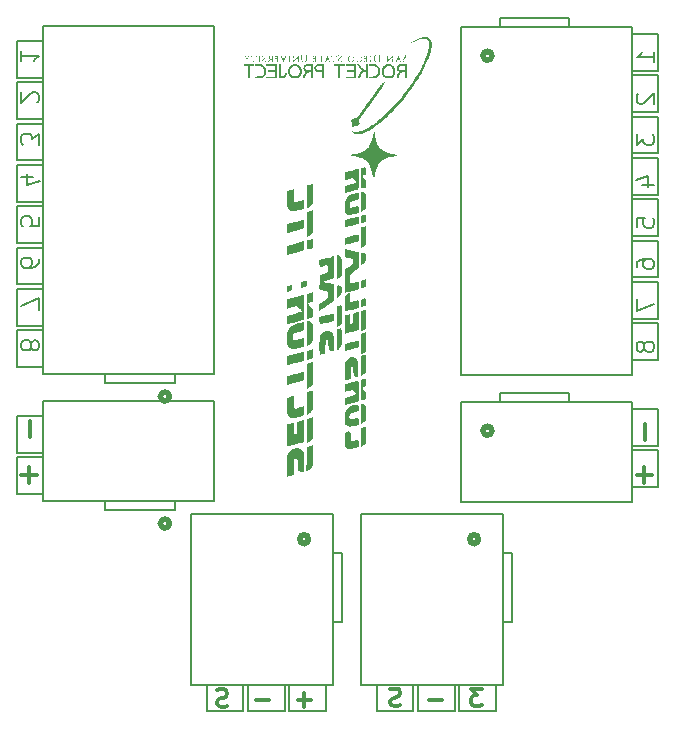
<source format=gbo>
G04 #@! TF.GenerationSoftware,KiCad,Pcbnew,8.0.6*
G04 #@! TF.CreationDate,2024-11-26T19:11:37-08:00*
G04 #@! TF.ProjectId,Constellation STAR ITC V1.0,436f6e73-7465-46c6-9c61-74696f6e2053,rev?*
G04 #@! TF.SameCoordinates,Original*
G04 #@! TF.FileFunction,Legend,Bot*
G04 #@! TF.FilePolarity,Positive*
%FSLAX46Y46*%
G04 Gerber Fmt 4.6, Leading zero omitted, Abs format (unit mm)*
G04 Created by KiCad (PCBNEW 8.0.6) date 2024-11-26 19:11:37*
%MOMM*%
%LPD*%
G01*
G04 APERTURE LIST*
%ADD10C,0.300000*%
%ADD11C,0.200000*%
%ADD12C,0.350000*%
%ADD13C,0.152400*%
%ADD14C,0.508000*%
%ADD15C,0.000000*%
%ADD16C,3.200000*%
%ADD17C,1.900000*%
G04 APERTURE END LIST*
D10*
X66220790Y-86600828D02*
X65292218Y-86600828D01*
X65292218Y-86600828D02*
X65792218Y-87172257D01*
X65792218Y-87172257D02*
X65577933Y-87172257D01*
X65577933Y-87172257D02*
X65435076Y-87243685D01*
X65435076Y-87243685D02*
X65363647Y-87315114D01*
X65363647Y-87315114D02*
X65292218Y-87457971D01*
X65292218Y-87457971D02*
X65292218Y-87815114D01*
X65292218Y-87815114D02*
X65363647Y-87957971D01*
X65363647Y-87957971D02*
X65435076Y-88029400D01*
X65435076Y-88029400D02*
X65577933Y-88100828D01*
X65577933Y-88100828D02*
X66006504Y-88100828D01*
X66006504Y-88100828D02*
X66149361Y-88029400D01*
X66149361Y-88029400D02*
X66220790Y-87957971D01*
D11*
X80806028Y-33574435D02*
X80806028Y-32717292D01*
X80806028Y-33145863D02*
X79306028Y-33145863D01*
X79306028Y-33145863D02*
X79520314Y-33003006D01*
X79520314Y-33003006D02*
X79663171Y-32860149D01*
X79663171Y-32860149D02*
X79734600Y-32717292D01*
X28693971Y-46681279D02*
X28693971Y-47395565D01*
X28693971Y-47395565D02*
X27979685Y-47466993D01*
X27979685Y-47466993D02*
X28051114Y-47395565D01*
X28051114Y-47395565D02*
X28122542Y-47252708D01*
X28122542Y-47252708D02*
X28122542Y-46895565D01*
X28122542Y-46895565D02*
X28051114Y-46752708D01*
X28051114Y-46752708D02*
X27979685Y-46681279D01*
X27979685Y-46681279D02*
X27836828Y-46609850D01*
X27836828Y-46609850D02*
X27479685Y-46609850D01*
X27479685Y-46609850D02*
X27336828Y-46681279D01*
X27336828Y-46681279D02*
X27265400Y-46752708D01*
X27265400Y-46752708D02*
X27193971Y-46895565D01*
X27193971Y-46895565D02*
X27193971Y-47252708D01*
X27193971Y-47252708D02*
X27265400Y-47395565D01*
X27265400Y-47395565D02*
X27336828Y-47466993D01*
X28693971Y-54538422D02*
X28693971Y-53538422D01*
X28693971Y-53538422D02*
X27193971Y-54181279D01*
X79306028Y-47503010D02*
X79306028Y-46788724D01*
X79306028Y-46788724D02*
X80020314Y-46717296D01*
X80020314Y-46717296D02*
X79948885Y-46788724D01*
X79948885Y-46788724D02*
X79877457Y-46931582D01*
X79877457Y-46931582D02*
X79877457Y-47288724D01*
X79877457Y-47288724D02*
X79948885Y-47431582D01*
X79948885Y-47431582D02*
X80020314Y-47503010D01*
X80020314Y-47503010D02*
X80163171Y-47574439D01*
X80163171Y-47574439D02*
X80520314Y-47574439D01*
X80520314Y-47574439D02*
X80663171Y-47503010D01*
X80663171Y-47503010D02*
X80734600Y-47431582D01*
X80734600Y-47431582D02*
X80806028Y-47288724D01*
X80806028Y-47288724D02*
X80806028Y-46931582D01*
X80806028Y-46931582D02*
X80734600Y-46788724D01*
X80734600Y-46788724D02*
X80663171Y-46717296D01*
D10*
X51742219Y-87579400D02*
X50599362Y-87579400D01*
X51170790Y-88150828D02*
X51170790Y-87007971D01*
D11*
X28551114Y-36966993D02*
X28622542Y-36895565D01*
X28622542Y-36895565D02*
X28693971Y-36752708D01*
X28693971Y-36752708D02*
X28693971Y-36395565D01*
X28693971Y-36395565D02*
X28622542Y-36252708D01*
X28622542Y-36252708D02*
X28551114Y-36181279D01*
X28551114Y-36181279D02*
X28408257Y-36109850D01*
X28408257Y-36109850D02*
X28265400Y-36109850D01*
X28265400Y-36109850D02*
X28051114Y-36181279D01*
X28051114Y-36181279D02*
X27193971Y-37038422D01*
X27193971Y-37038422D02*
X27193971Y-36109850D01*
D10*
X59299361Y-88029400D02*
X59085076Y-88100828D01*
X59085076Y-88100828D02*
X58727933Y-88100828D01*
X58727933Y-88100828D02*
X58585076Y-88029400D01*
X58585076Y-88029400D02*
X58513647Y-87957971D01*
X58513647Y-87957971D02*
X58442218Y-87815114D01*
X58442218Y-87815114D02*
X58442218Y-87672257D01*
X58442218Y-87672257D02*
X58513647Y-87529400D01*
X58513647Y-87529400D02*
X58585076Y-87457971D01*
X58585076Y-87457971D02*
X58727933Y-87386542D01*
X58727933Y-87386542D02*
X59013647Y-87315114D01*
X59013647Y-87315114D02*
X59156504Y-87243685D01*
X59156504Y-87243685D02*
X59227933Y-87172257D01*
X59227933Y-87172257D02*
X59299361Y-87029400D01*
X59299361Y-87029400D02*
X59299361Y-86886542D01*
X59299361Y-86886542D02*
X59227933Y-86743685D01*
X59227933Y-86743685D02*
X59156504Y-86672257D01*
X59156504Y-86672257D02*
X59013647Y-86600828D01*
X59013647Y-86600828D02*
X58656504Y-86600828D01*
X58656504Y-86600828D02*
X58442218Y-86672257D01*
X48192220Y-87579400D02*
X47049363Y-87579400D01*
D11*
X28051114Y-57681284D02*
X28122542Y-57824141D01*
X28122542Y-57824141D02*
X28193971Y-57895570D01*
X28193971Y-57895570D02*
X28336828Y-57966998D01*
X28336828Y-57966998D02*
X28408257Y-57966998D01*
X28408257Y-57966998D02*
X28551114Y-57895570D01*
X28551114Y-57895570D02*
X28622542Y-57824141D01*
X28622542Y-57824141D02*
X28693971Y-57681284D01*
X28693971Y-57681284D02*
X28693971Y-57395570D01*
X28693971Y-57395570D02*
X28622542Y-57252713D01*
X28622542Y-57252713D02*
X28551114Y-57181284D01*
X28551114Y-57181284D02*
X28408257Y-57109855D01*
X28408257Y-57109855D02*
X28336828Y-57109855D01*
X28336828Y-57109855D02*
X28193971Y-57181284D01*
X28193971Y-57181284D02*
X28122542Y-57252713D01*
X28122542Y-57252713D02*
X28051114Y-57395570D01*
X28051114Y-57395570D02*
X28051114Y-57681284D01*
X28051114Y-57681284D02*
X27979685Y-57824141D01*
X27979685Y-57824141D02*
X27908257Y-57895570D01*
X27908257Y-57895570D02*
X27765400Y-57966998D01*
X27765400Y-57966998D02*
X27479685Y-57966998D01*
X27479685Y-57966998D02*
X27336828Y-57895570D01*
X27336828Y-57895570D02*
X27265400Y-57824141D01*
X27265400Y-57824141D02*
X27193971Y-57681284D01*
X27193971Y-57681284D02*
X27193971Y-57395570D01*
X27193971Y-57395570D02*
X27265400Y-57252713D01*
X27265400Y-57252713D02*
X27336828Y-57181284D01*
X27336828Y-57181284D02*
X27479685Y-57109855D01*
X27479685Y-57109855D02*
X27765400Y-57109855D01*
X27765400Y-57109855D02*
X27908257Y-57181284D01*
X27908257Y-57181284D02*
X27979685Y-57252713D01*
X27979685Y-57252713D02*
X28051114Y-57395570D01*
X28693971Y-40538422D02*
X28693971Y-39609850D01*
X28693971Y-39609850D02*
X28122542Y-40109850D01*
X28122542Y-40109850D02*
X28122542Y-39895565D01*
X28122542Y-39895565D02*
X28051114Y-39752708D01*
X28051114Y-39752708D02*
X27979685Y-39681279D01*
X27979685Y-39681279D02*
X27836828Y-39609850D01*
X27836828Y-39609850D02*
X27479685Y-39609850D01*
X27479685Y-39609850D02*
X27336828Y-39681279D01*
X27336828Y-39681279D02*
X27265400Y-39752708D01*
X27265400Y-39752708D02*
X27193971Y-39895565D01*
X27193971Y-39895565D02*
X27193971Y-40324136D01*
X27193971Y-40324136D02*
X27265400Y-40466993D01*
X27265400Y-40466993D02*
X27336828Y-40538422D01*
D12*
X27975967Y-63983596D02*
X27975967Y-65316930D01*
D10*
X62842220Y-87529400D02*
X61699363Y-87529400D01*
D12*
X80641666Y-68532967D02*
X79308333Y-68532967D01*
X79974999Y-69199634D02*
X79974999Y-67866301D01*
D11*
X79306028Y-50931583D02*
X79306028Y-50645868D01*
X79306028Y-50645868D02*
X79377457Y-50503011D01*
X79377457Y-50503011D02*
X79448885Y-50431583D01*
X79448885Y-50431583D02*
X79663171Y-50288725D01*
X79663171Y-50288725D02*
X79948885Y-50217297D01*
X79948885Y-50217297D02*
X80520314Y-50217297D01*
X80520314Y-50217297D02*
X80663171Y-50288725D01*
X80663171Y-50288725D02*
X80734600Y-50360154D01*
X80734600Y-50360154D02*
X80806028Y-50503011D01*
X80806028Y-50503011D02*
X80806028Y-50788725D01*
X80806028Y-50788725D02*
X80734600Y-50931583D01*
X80734600Y-50931583D02*
X80663171Y-51003011D01*
X80663171Y-51003011D02*
X80520314Y-51074440D01*
X80520314Y-51074440D02*
X80163171Y-51074440D01*
X80163171Y-51074440D02*
X80020314Y-51003011D01*
X80020314Y-51003011D02*
X79948885Y-50931583D01*
X79948885Y-50931583D02*
X79877457Y-50788725D01*
X79877457Y-50788725D02*
X79877457Y-50503011D01*
X79877457Y-50503011D02*
X79948885Y-50360154D01*
X79948885Y-50360154D02*
X80020314Y-50288725D01*
X80020314Y-50288725D02*
X80163171Y-50217297D01*
X28693971Y-50252708D02*
X28693971Y-50538422D01*
X28693971Y-50538422D02*
X28622542Y-50681279D01*
X28622542Y-50681279D02*
X28551114Y-50752708D01*
X28551114Y-50752708D02*
X28336828Y-50895565D01*
X28336828Y-50895565D02*
X28051114Y-50966993D01*
X28051114Y-50966993D02*
X27479685Y-50966993D01*
X27479685Y-50966993D02*
X27336828Y-50895565D01*
X27336828Y-50895565D02*
X27265400Y-50824136D01*
X27265400Y-50824136D02*
X27193971Y-50681279D01*
X27193971Y-50681279D02*
X27193971Y-50395565D01*
X27193971Y-50395565D02*
X27265400Y-50252708D01*
X27265400Y-50252708D02*
X27336828Y-50181279D01*
X27336828Y-50181279D02*
X27479685Y-50109850D01*
X27479685Y-50109850D02*
X27836828Y-50109850D01*
X27836828Y-50109850D02*
X27979685Y-50181279D01*
X27979685Y-50181279D02*
X28051114Y-50252708D01*
X28051114Y-50252708D02*
X28122542Y-50395565D01*
X28122542Y-50395565D02*
X28122542Y-50681279D01*
X28122542Y-50681279D02*
X28051114Y-50824136D01*
X28051114Y-50824136D02*
X27979685Y-50895565D01*
X27979685Y-50895565D02*
X27836828Y-50966993D01*
X79948885Y-57503011D02*
X79877457Y-57360154D01*
X79877457Y-57360154D02*
X79806028Y-57288725D01*
X79806028Y-57288725D02*
X79663171Y-57217297D01*
X79663171Y-57217297D02*
X79591742Y-57217297D01*
X79591742Y-57217297D02*
X79448885Y-57288725D01*
X79448885Y-57288725D02*
X79377457Y-57360154D01*
X79377457Y-57360154D02*
X79306028Y-57503011D01*
X79306028Y-57503011D02*
X79306028Y-57788725D01*
X79306028Y-57788725D02*
X79377457Y-57931583D01*
X79377457Y-57931583D02*
X79448885Y-58003011D01*
X79448885Y-58003011D02*
X79591742Y-58074440D01*
X79591742Y-58074440D02*
X79663171Y-58074440D01*
X79663171Y-58074440D02*
X79806028Y-58003011D01*
X79806028Y-58003011D02*
X79877457Y-57931583D01*
X79877457Y-57931583D02*
X79948885Y-57788725D01*
X79948885Y-57788725D02*
X79948885Y-57503011D01*
X79948885Y-57503011D02*
X80020314Y-57360154D01*
X80020314Y-57360154D02*
X80091742Y-57288725D01*
X80091742Y-57288725D02*
X80234600Y-57217297D01*
X80234600Y-57217297D02*
X80520314Y-57217297D01*
X80520314Y-57217297D02*
X80663171Y-57288725D01*
X80663171Y-57288725D02*
X80734600Y-57360154D01*
X80734600Y-57360154D02*
X80806028Y-57503011D01*
X80806028Y-57503011D02*
X80806028Y-57788725D01*
X80806028Y-57788725D02*
X80734600Y-57931583D01*
X80734600Y-57931583D02*
X80663171Y-58003011D01*
X80663171Y-58003011D02*
X80520314Y-58074440D01*
X80520314Y-58074440D02*
X80234600Y-58074440D01*
X80234600Y-58074440D02*
X80091742Y-58003011D01*
X80091742Y-58003011D02*
X80020314Y-57931583D01*
X80020314Y-57931583D02*
X79948885Y-57788725D01*
D12*
X28516666Y-68532967D02*
X27183333Y-68532967D01*
X27849999Y-69199634D02*
X27849999Y-67866301D01*
D11*
X79306028Y-39645868D02*
X79306028Y-40574440D01*
X79306028Y-40574440D02*
X79877457Y-40074440D01*
X79877457Y-40074440D02*
X79877457Y-40288725D01*
X79877457Y-40288725D02*
X79948885Y-40431583D01*
X79948885Y-40431583D02*
X80020314Y-40503011D01*
X80020314Y-40503011D02*
X80163171Y-40574440D01*
X80163171Y-40574440D02*
X80520314Y-40574440D01*
X80520314Y-40574440D02*
X80663171Y-40503011D01*
X80663171Y-40503011D02*
X80734600Y-40431583D01*
X80734600Y-40431583D02*
X80806028Y-40288725D01*
X80806028Y-40288725D02*
X80806028Y-39860154D01*
X80806028Y-39860154D02*
X80734600Y-39717297D01*
X80734600Y-39717297D02*
X80663171Y-39645868D01*
D12*
X80049032Y-65556404D02*
X80049032Y-64223071D01*
D11*
X79806028Y-43931583D02*
X80806028Y-43931583D01*
X79234600Y-43574440D02*
X80306028Y-43217297D01*
X80306028Y-43217297D02*
X80306028Y-44145868D01*
D10*
X44649361Y-88079400D02*
X44435076Y-88150828D01*
X44435076Y-88150828D02*
X44077933Y-88150828D01*
X44077933Y-88150828D02*
X43935076Y-88079400D01*
X43935076Y-88079400D02*
X43863647Y-88007971D01*
X43863647Y-88007971D02*
X43792218Y-87865114D01*
X43792218Y-87865114D02*
X43792218Y-87722257D01*
X43792218Y-87722257D02*
X43863647Y-87579400D01*
X43863647Y-87579400D02*
X43935076Y-87507971D01*
X43935076Y-87507971D02*
X44077933Y-87436542D01*
X44077933Y-87436542D02*
X44363647Y-87365114D01*
X44363647Y-87365114D02*
X44506504Y-87293685D01*
X44506504Y-87293685D02*
X44577933Y-87222257D01*
X44577933Y-87222257D02*
X44649361Y-87079400D01*
X44649361Y-87079400D02*
X44649361Y-86936542D01*
X44649361Y-86936542D02*
X44577933Y-86793685D01*
X44577933Y-86793685D02*
X44506504Y-86722257D01*
X44506504Y-86722257D02*
X44363647Y-86650828D01*
X44363647Y-86650828D02*
X44006504Y-86650828D01*
X44006504Y-86650828D02*
X43792218Y-86722257D01*
D11*
X79448885Y-36217297D02*
X79377457Y-36288725D01*
X79377457Y-36288725D02*
X79306028Y-36431583D01*
X79306028Y-36431583D02*
X79306028Y-36788725D01*
X79306028Y-36788725D02*
X79377457Y-36931583D01*
X79377457Y-36931583D02*
X79448885Y-37003011D01*
X79448885Y-37003011D02*
X79591742Y-37074440D01*
X79591742Y-37074440D02*
X79734600Y-37074440D01*
X79734600Y-37074440D02*
X79948885Y-37003011D01*
X79948885Y-37003011D02*
X80806028Y-36145868D01*
X80806028Y-36145868D02*
X80806028Y-37074440D01*
X28193971Y-43252708D02*
X27193971Y-43252708D01*
X28765400Y-43609850D02*
X27693971Y-43966993D01*
X27693971Y-43966993D02*
X27693971Y-43038422D01*
X79306028Y-53645868D02*
X79306028Y-54645868D01*
X79306028Y-54645868D02*
X80806028Y-54003011D01*
X27193971Y-32609850D02*
X27193971Y-33466993D01*
X27193971Y-33038422D02*
X28693971Y-33038422D01*
X28693971Y-33038422D02*
X28479685Y-33181279D01*
X28479685Y-33181279D02*
X28336828Y-33324136D01*
X28336828Y-33324136D02*
X28265400Y-33466993D01*
D13*
X26845001Y-31769998D02*
X26845001Y-34869997D01*
X26845001Y-31769998D02*
X29020000Y-31769998D01*
X26845001Y-34869997D02*
X29020000Y-34869997D01*
X26845001Y-35269998D02*
X26845001Y-38369997D01*
X26845001Y-35269998D02*
X29020000Y-35269998D01*
X26845001Y-38369997D02*
X29020000Y-38369997D01*
X26845001Y-38769999D02*
X26845001Y-41869998D01*
X26845001Y-38769999D02*
X29020000Y-38769999D01*
X26845001Y-41869998D02*
X29020000Y-41869998D01*
X26845001Y-42270000D02*
X26845001Y-45369998D01*
X26845001Y-42270000D02*
X29020000Y-42270000D01*
X26845001Y-45369998D02*
X29020000Y-45369998D01*
X26845001Y-45770000D02*
X26845001Y-48869999D01*
X26845001Y-45770000D02*
X29020000Y-45770000D01*
X26845001Y-48869999D02*
X29020000Y-48869999D01*
X26845001Y-49270001D02*
X26845001Y-52370000D01*
X26845001Y-49270001D02*
X29020000Y-49270001D01*
X26845001Y-52370000D02*
X29020000Y-52370000D01*
X26845001Y-52770001D02*
X26845001Y-55870000D01*
X26845001Y-52770001D02*
X29020000Y-52770001D01*
X26845001Y-55870000D02*
X29020000Y-55870000D01*
X26845001Y-56270002D02*
X26845001Y-59370001D01*
X26845001Y-56270002D02*
X29020000Y-56270002D01*
X26845001Y-59370001D02*
X29020000Y-59370001D01*
X29020001Y-30470008D02*
X29020001Y-59970001D01*
X29020001Y-30470008D02*
X43519999Y-30470008D01*
X34335999Y-60720001D02*
X34335999Y-59970002D01*
X40219998Y-60720001D02*
X34335999Y-60720001D01*
X40219998Y-60720001D02*
X40219998Y-59970002D01*
X43519999Y-30470008D02*
X43519999Y-59970001D01*
X43519999Y-59970001D02*
X29020001Y-59970001D01*
D14*
X39750999Y-61874999D02*
G75*
G02*
X38989001Y-61874999I-380999J0D01*
G01*
X38989001Y-61874999D02*
G75*
G02*
X39750999Y-61874999I380999J0D01*
G01*
D13*
X64430001Y-62320000D02*
X78929999Y-62320000D01*
X64430002Y-70820000D02*
X64430001Y-62320000D01*
X67730002Y-61570000D02*
X67730002Y-62320001D01*
X67730002Y-61570000D02*
X73614001Y-61570000D01*
X73614001Y-61570000D02*
X73614001Y-62320001D01*
X78929999Y-70820001D02*
X64430002Y-70820000D01*
X78929999Y-70820001D02*
X78929999Y-62320000D01*
X81104999Y-62920000D02*
X78930000Y-62920000D01*
X81104999Y-66019999D02*
X78930000Y-66019999D01*
X81104999Y-66019999D02*
X81104999Y-62920000D01*
X81104999Y-66420001D02*
X78930000Y-66420001D01*
X81104999Y-69520000D02*
X78930000Y-69520000D01*
X81104999Y-69520000D02*
X81104999Y-66420001D01*
D14*
X67061000Y-64770000D02*
G75*
G02*
X66299000Y-64770000I-381000J0D01*
G01*
X66299000Y-64770000D02*
G75*
G02*
X67061000Y-64770000I381000J0D01*
G01*
D13*
X26845001Y-63520000D02*
X26845001Y-66619999D01*
X26845001Y-63520000D02*
X29020000Y-63520000D01*
X26845001Y-66619999D02*
X29020000Y-66619999D01*
X26845001Y-67020001D02*
X26845001Y-70120000D01*
X26845001Y-67020001D02*
X29020000Y-67020001D01*
X26845001Y-70120000D02*
X29020000Y-70120000D01*
X29020001Y-62219999D02*
X29020001Y-70720000D01*
X29020001Y-62219999D02*
X43519998Y-62220000D01*
X34335999Y-71470000D02*
X34335999Y-70719999D01*
X40219998Y-71470000D02*
X34335999Y-71470000D01*
X40219998Y-71470000D02*
X40219998Y-70719999D01*
X43519998Y-62220000D02*
X43519999Y-70720000D01*
X43519999Y-70720000D02*
X29020001Y-70720000D01*
D14*
X39751000Y-72625000D02*
G75*
G02*
X38989000Y-72625000I-381000J0D01*
G01*
X38989000Y-72625000D02*
G75*
G02*
X39751000Y-72625000I381000J0D01*
G01*
D13*
X41600002Y-71800001D02*
X53599999Y-71800001D01*
X41600002Y-86299999D02*
X41600002Y-71800001D01*
X41600002Y-86299999D02*
X53599999Y-86299999D01*
X42899999Y-88474999D02*
X42899999Y-86300000D01*
X42899999Y-88474999D02*
X45999998Y-88474999D01*
X45999998Y-88474999D02*
X45999998Y-86300000D01*
X46399999Y-88474999D02*
X46399999Y-86300000D01*
X46399999Y-88474999D02*
X49499998Y-88474999D01*
X49499998Y-88474999D02*
X49499998Y-86300000D01*
X49900000Y-88474999D02*
X49900000Y-86300000D01*
X49900000Y-88474999D02*
X52999999Y-88474999D01*
X52999999Y-88474999D02*
X52999999Y-86300000D01*
X53599999Y-71800001D02*
X53599999Y-86299999D01*
X54349999Y-75100002D02*
X53599998Y-75100002D01*
X54349999Y-75100002D02*
X54349999Y-80984001D01*
X54349999Y-80984001D02*
X53599998Y-80984001D01*
D14*
X51531000Y-73950000D02*
G75*
G02*
X50769000Y-73950000I-381000J0D01*
G01*
X50769000Y-73950000D02*
G75*
G02*
X51531000Y-73950000I381000J0D01*
G01*
D15*
G36*
X56383667Y-52269202D02*
G01*
X56379094Y-52422974D01*
X56365489Y-52551426D01*
X56346008Y-52609479D01*
X56337209Y-52613805D01*
X56251149Y-52639587D01*
X56119802Y-52668125D01*
X55931254Y-52703497D01*
X55946208Y-52388820D01*
X55961163Y-52074144D01*
X56172415Y-52013172D01*
X56383667Y-51952199D01*
X56383667Y-52269202D01*
G37*
G36*
X56383667Y-48243091D02*
G01*
X56383667Y-49053094D01*
X56206854Y-49157416D01*
X56167870Y-49179759D01*
X56052037Y-49238275D01*
X55982001Y-49261739D01*
X55973560Y-49251888D01*
X55958490Y-49162084D01*
X55948894Y-48985866D01*
X55945132Y-48732123D01*
X55947562Y-48409743D01*
X55961163Y-47557746D01*
X56172415Y-47495417D01*
X56383667Y-47433088D01*
X56383667Y-48243091D01*
G37*
G36*
X56383667Y-57239960D02*
G01*
X56383667Y-58049963D01*
X56206854Y-58154285D01*
X56167870Y-58176628D01*
X56052037Y-58235144D01*
X55982001Y-58258607D01*
X55973560Y-58248757D01*
X55958490Y-58158953D01*
X55948894Y-57982735D01*
X55945132Y-57728991D01*
X55947562Y-57406612D01*
X55961163Y-56554615D01*
X56172415Y-56492286D01*
X56383667Y-56429957D01*
X56383667Y-57239960D01*
G37*
G36*
X56383667Y-59053899D02*
G01*
X56383667Y-59788995D01*
X56239459Y-59943371D01*
X56204905Y-59978137D01*
X56096999Y-60063559D01*
X56014577Y-60097747D01*
X56006716Y-60097324D01*
X55979158Y-60082658D01*
X55960154Y-60036969D01*
X55948598Y-59946587D01*
X55943381Y-59797844D01*
X55943396Y-59577072D01*
X55947535Y-59270601D01*
X55961163Y-58443456D01*
X56172415Y-58381129D01*
X56383667Y-58318803D01*
X56383667Y-59053899D01*
G37*
G36*
X53651457Y-54894439D02*
G01*
X53690291Y-54950481D01*
X53698323Y-55052683D01*
X53690065Y-55205911D01*
X53674665Y-55446062D01*
X53103041Y-55607868D01*
X52879823Y-55670373D01*
X52689258Y-55722437D01*
X52553983Y-55757944D01*
X52494137Y-55771480D01*
X52476374Y-55734443D01*
X52462265Y-55622541D01*
X52456857Y-55461649D01*
X52456857Y-55150012D01*
X53056400Y-54993360D01*
X53205032Y-54954587D01*
X53423339Y-54901359D01*
X53567311Y-54879686D01*
X53651457Y-54894439D01*
G37*
G36*
X56363427Y-46511653D02*
G01*
X56378044Y-46620033D01*
X56383667Y-46777646D01*
X56381022Y-46929151D01*
X56365603Y-47033507D01*
X56327334Y-47089848D01*
X56256165Y-47125592D01*
X56152968Y-47156424D01*
X56032486Y-47174068D01*
X55993133Y-47169273D01*
X55956663Y-47133809D01*
X55940171Y-47044314D01*
X55936309Y-46878165D01*
X55936309Y-46582263D01*
X56122709Y-46530497D01*
X56156029Y-46521401D01*
X56278168Y-46490904D01*
X56346388Y-46478455D01*
X56363427Y-46511653D01*
G37*
G36*
X56370854Y-53586558D02*
G01*
X56381756Y-53679737D01*
X56383667Y-53852382D01*
X56383667Y-54174969D01*
X56210667Y-54232064D01*
X56187797Y-54239206D01*
X56064048Y-54264189D01*
X55986988Y-54257839D01*
X55966987Y-54223298D01*
X55944898Y-54110998D01*
X55936309Y-53954836D01*
X55937079Y-53849428D01*
X55950596Y-53740015D01*
X55997202Y-53672000D01*
X56097434Y-53621502D01*
X56271828Y-53564635D01*
X56291082Y-53558841D01*
X56343213Y-53552906D01*
X56370854Y-53586558D01*
G37*
G36*
X56176007Y-62491951D02*
G01*
X56265774Y-62529983D01*
X56325795Y-62611749D01*
X56361698Y-62751102D01*
X56379114Y-62961897D01*
X56383667Y-63257987D01*
X56383667Y-63867791D01*
X56230724Y-64020733D01*
X56191132Y-64058169D01*
X56083708Y-64140739D01*
X56007045Y-64173676D01*
X55986170Y-64164971D01*
X55965401Y-64120725D01*
X55951088Y-64027599D01*
X55942173Y-63872964D01*
X55937599Y-63644196D01*
X55936309Y-63328667D01*
X55936309Y-62483657D01*
X56069088Y-62483657D01*
X56176007Y-62491951D01*
G37*
G36*
X54317302Y-54156656D02*
G01*
X54328597Y-54263396D01*
X54337598Y-54441581D01*
X54343551Y-54674771D01*
X54345703Y-54946523D01*
X54345703Y-55760075D01*
X54147944Y-55890946D01*
X54083096Y-55932948D01*
X53977422Y-55996711D01*
X53924263Y-56021817D01*
X53916577Y-55981520D01*
X53909285Y-55856606D01*
X53903511Y-55662483D01*
X53899712Y-55414859D01*
X53898345Y-55129437D01*
X53898345Y-54237058D01*
X54084744Y-54185292D01*
X54118064Y-54176195D01*
X54240205Y-54145699D01*
X54308424Y-54133249D01*
X54317302Y-54156656D01*
G37*
G36*
X55751719Y-46671356D02*
G01*
X55766364Y-46707901D01*
X55779054Y-46823393D01*
X55777607Y-46980517D01*
X55762337Y-47248516D01*
X55300115Y-47380488D01*
X55189973Y-47411821D01*
X54983865Y-47469850D01*
X54816416Y-47516227D01*
X54716064Y-47543036D01*
X54692113Y-47548855D01*
X54636271Y-47553138D01*
X54607132Y-47519380D01*
X54596012Y-47427125D01*
X54594235Y-47255915D01*
X54594235Y-46938217D01*
X55152398Y-46784207D01*
X55363554Y-46729755D01*
X55554046Y-46688407D01*
X55690273Y-46667654D01*
X55751719Y-46671356D01*
G37*
G36*
X56383667Y-55315827D02*
G01*
X56383667Y-56102924D01*
X56190500Y-56211489D01*
X56136058Y-56241422D01*
X56025052Y-56297718D01*
X55966821Y-56320056D01*
X55959437Y-56295666D01*
X55950236Y-56187696D01*
X55942907Y-56008437D01*
X55938061Y-55774288D01*
X55936309Y-55501648D01*
X55936272Y-55342748D01*
X55937735Y-55072754D01*
X55945327Y-54880299D01*
X55963958Y-54750535D01*
X55998531Y-54668611D01*
X56053956Y-54619681D01*
X56135134Y-54588896D01*
X56246975Y-54561406D01*
X56383667Y-54528730D01*
X56383667Y-55315827D01*
G37*
G36*
X56383667Y-65094867D02*
G01*
X56383667Y-65774224D01*
X56214665Y-65943226D01*
X56158379Y-65996692D01*
X56055856Y-66079570D01*
X55990986Y-66112228D01*
X55987071Y-66111303D01*
X55964497Y-66055423D01*
X55948675Y-65910630D01*
X55939360Y-65673485D01*
X55936309Y-65340548D01*
X55936049Y-65182580D01*
X55936198Y-64931459D01*
X55942256Y-64755792D01*
X55960241Y-64639607D01*
X55996173Y-64566939D01*
X56056069Y-64521820D01*
X56145947Y-64488279D01*
X56271828Y-64450350D01*
X56383667Y-64415510D01*
X56383667Y-65094867D01*
G37*
G36*
X54318457Y-56110554D02*
G01*
X54321353Y-56117294D01*
X54330911Y-56198713D01*
X54338642Y-56355287D01*
X54343816Y-56568054D01*
X54345703Y-56818053D01*
X54344987Y-57042169D01*
X54340602Y-57255478D01*
X54329905Y-57404445D01*
X54310287Y-57508753D01*
X54279143Y-57588081D01*
X54233863Y-57662113D01*
X54219869Y-57681977D01*
X54113193Y-57808590D01*
X54010184Y-57899206D01*
X53898345Y-57972495D01*
X53898345Y-57077762D01*
X53898345Y-56183029D01*
X54094778Y-56133169D01*
X54139023Y-56122791D01*
X54257658Y-56104563D01*
X54318457Y-56110554D01*
G37*
G36*
X55764545Y-48182790D02*
G01*
X55780849Y-48289614D01*
X55787190Y-48442600D01*
X55787190Y-48711136D01*
X55575938Y-48767025D01*
X55433662Y-48805073D01*
X55228125Y-48860663D01*
X55017739Y-48918061D01*
X55001111Y-48922609D01*
X54828241Y-48968427D01*
X54696236Y-49000883D01*
X54632514Y-49013207D01*
X54615494Y-48982565D01*
X54600149Y-48876659D01*
X54594235Y-48721232D01*
X54594235Y-48429257D01*
X55153433Y-48280335D01*
X55364248Y-48226449D01*
X55554460Y-48182464D01*
X55689834Y-48156435D01*
X55749910Y-48152738D01*
X55764545Y-48182790D01*
G37*
G36*
X55764545Y-57179659D02*
G01*
X55780849Y-57286483D01*
X55787190Y-57439469D01*
X55787190Y-57708005D01*
X55575939Y-57763895D01*
X55433662Y-57801942D01*
X55228125Y-57857532D01*
X55017739Y-57914930D01*
X55001111Y-57919478D01*
X54828241Y-57965295D01*
X54696236Y-57997752D01*
X54632514Y-58010076D01*
X54615494Y-57979434D01*
X54600149Y-57873528D01*
X54594235Y-57718101D01*
X54594235Y-57426126D01*
X55153433Y-57277203D01*
X55364248Y-57223318D01*
X55554460Y-57179333D01*
X55689834Y-57153304D01*
X55749910Y-57149607D01*
X55764545Y-57179659D01*
G37*
G36*
X56103140Y-49716472D02*
G01*
X56228335Y-49740163D01*
X56383667Y-49771230D01*
X56383667Y-50107178D01*
X56383449Y-50186221D01*
X56376576Y-50338592D01*
X56350025Y-50439181D01*
X56290498Y-50522456D01*
X56184698Y-50622883D01*
X56104524Y-50693509D01*
X56008583Y-50772082D01*
X55961019Y-50802639D01*
X55952445Y-50768498D01*
X55944085Y-50653151D01*
X55938404Y-50475586D01*
X55936309Y-50255868D01*
X55936307Y-50238438D01*
X55937176Y-49997934D01*
X55945678Y-49840702D01*
X55970428Y-49751525D01*
X56020044Y-49715187D01*
X56103140Y-49716472D01*
G37*
G36*
X54085864Y-52445472D02*
G01*
X54218201Y-52491429D01*
X54221796Y-52492804D01*
X54289733Y-52527377D01*
X54326928Y-52582280D01*
X54342534Y-52683854D01*
X54345703Y-52858444D01*
X54345636Y-52901710D01*
X54339919Y-53062255D01*
X54314559Y-53167328D01*
X54255011Y-53253349D01*
X54146734Y-53356738D01*
X54066560Y-53427365D01*
X53970618Y-53505937D01*
X53923055Y-53536494D01*
X53914481Y-53502353D01*
X53906122Y-53387006D01*
X53900440Y-53209442D01*
X53898345Y-52989723D01*
X53900251Y-52747165D01*
X53911668Y-52573095D01*
X53940884Y-52473396D01*
X53996189Y-52435158D01*
X54085864Y-52445472D01*
G37*
G36*
X56146023Y-44557134D02*
G01*
X56273195Y-44617004D01*
X56308966Y-44644976D01*
X56343583Y-44690594D01*
X56365465Y-44762230D01*
X56377508Y-44878231D01*
X56382611Y-45056945D01*
X56383667Y-45316718D01*
X56383666Y-45352640D01*
X56382762Y-45600343D01*
X56377584Y-45771057D01*
X56364345Y-45884797D01*
X56339255Y-45961582D01*
X56298528Y-46021427D01*
X56238372Y-46084349D01*
X56206906Y-46114146D01*
X56097446Y-46196551D01*
X56014693Y-46229645D01*
X56009645Y-46229430D01*
X55982076Y-46214735D01*
X55962297Y-46167401D01*
X55949070Y-46074076D01*
X55941155Y-45921409D01*
X55937314Y-45696046D01*
X55936309Y-45384635D01*
X55936309Y-44539626D01*
X56049515Y-44539626D01*
X56146023Y-44557134D01*
G37*
G36*
X54005630Y-49858390D02*
G01*
X54111635Y-49896247D01*
X54223696Y-49980223D01*
X54259045Y-50017196D01*
X54294813Y-50067597D01*
X54319079Y-50133992D01*
X54334071Y-50233065D01*
X54342020Y-50381500D01*
X54345153Y-50595979D01*
X54345703Y-50893187D01*
X54345703Y-51684146D01*
X54147943Y-51815016D01*
X54083096Y-51857018D01*
X53977423Y-51920781D01*
X53924263Y-51945888D01*
X53921688Y-51940736D01*
X53914246Y-51864311D01*
X53907830Y-51707709D01*
X53902801Y-51485451D01*
X53899519Y-51212058D01*
X53898345Y-50902052D01*
X53898496Y-50635839D01*
X53899793Y-50354454D01*
X53903462Y-50150691D01*
X53910719Y-50012032D01*
X53922784Y-49925969D01*
X53940877Y-49879987D01*
X53966215Y-49861574D01*
X54000018Y-49858217D01*
X54005630Y-49858390D01*
G37*
G36*
X55006463Y-64836685D02*
G01*
X55060831Y-64901800D01*
X55085491Y-65039375D01*
X55091300Y-65262725D01*
X55091640Y-65313826D01*
X55098763Y-65494061D01*
X55113223Y-65626153D01*
X55132520Y-65684479D01*
X55162020Y-65688805D01*
X55268094Y-65674611D01*
X55413806Y-65637706D01*
X55584070Y-65588584D01*
X55704102Y-65570390D01*
X55763919Y-65603734D01*
X55782079Y-65700644D01*
X55777135Y-65873143D01*
X55762337Y-66180830D01*
X55414392Y-66270247D01*
X55151685Y-66324067D01*
X54954596Y-66328366D01*
X54808209Y-66279894D01*
X54694254Y-66176268D01*
X54653802Y-66115430D01*
X54623095Y-66033022D01*
X54604997Y-65915198D01*
X54596409Y-65740645D01*
X54594235Y-65488049D01*
X54594235Y-64926983D01*
X54770258Y-64868890D01*
X54911534Y-64830713D01*
X55006463Y-64836685D01*
G37*
G36*
X55019678Y-53146831D02*
G01*
X55038033Y-53268885D01*
X55041593Y-53481470D01*
X55041574Y-53545395D01*
X55045472Y-53731329D01*
X55067953Y-53836183D01*
X55125314Y-53874463D01*
X55233852Y-53860679D01*
X55409865Y-53809342D01*
X55585966Y-53758204D01*
X55704986Y-53740447D01*
X55764214Y-53774280D01*
X55782111Y-53871490D01*
X55777135Y-54043864D01*
X55762337Y-54352408D01*
X55190712Y-54514270D01*
X55188942Y-54514772D01*
X54966616Y-54577589D01*
X54782756Y-54629283D01*
X54656420Y-54664512D01*
X54606662Y-54677938D01*
X54605566Y-54675492D01*
X54601410Y-54609176D01*
X54598417Y-54465869D01*
X54596851Y-54263784D01*
X54596985Y-54021132D01*
X54599735Y-53362522D01*
X54741108Y-53251040D01*
X54760746Y-53235596D01*
X54892544Y-53139014D01*
X54975018Y-53106482D01*
X55019678Y-53146831D01*
G37*
G36*
X56373407Y-60684332D02*
G01*
X56372873Y-60696253D01*
X56361631Y-60869189D01*
X56341552Y-60968231D01*
X56303474Y-61017589D01*
X56238233Y-61041470D01*
X56180768Y-61058390D01*
X56110923Y-61112231D01*
X56128639Y-61194495D01*
X56233758Y-61314798D01*
X56302195Y-61385946D01*
X56355394Y-61473758D01*
X56378583Y-61588914D01*
X56383667Y-61767350D01*
X56383623Y-61810110D01*
X56379325Y-61962787D01*
X56359629Y-62048978D01*
X56312808Y-62095919D01*
X56227131Y-62130849D01*
X56223479Y-62132116D01*
X56094788Y-62169805D01*
X56002278Y-62185417D01*
X55983470Y-62177390D01*
X55963756Y-62133025D01*
X55951102Y-62038821D01*
X55944715Y-61882401D01*
X55943800Y-61651393D01*
X55947562Y-61333422D01*
X55961163Y-60481425D01*
X56174581Y-60418457D01*
X56388000Y-60355488D01*
X56373407Y-60684332D01*
G37*
G36*
X56364750Y-42494288D02*
G01*
X56378438Y-42610555D01*
X56383667Y-42775046D01*
X56381973Y-42906568D01*
X56370818Y-43027153D01*
X56344279Y-43084221D01*
X56296681Y-43098899D01*
X56251252Y-43103951D01*
X56135710Y-43146438D01*
X56131046Y-43149481D01*
X56100916Y-43190779D01*
X56128515Y-43253496D01*
X56222696Y-43359295D01*
X56309601Y-43457411D01*
X56358538Y-43549388D01*
X56379332Y-43669095D01*
X56383667Y-43852315D01*
X56383515Y-43939213D01*
X56378356Y-44078853D01*
X56357863Y-44154243D01*
X56311401Y-44189895D01*
X56228335Y-44210320D01*
X56100128Y-44232042D01*
X56004656Y-44241387D01*
X55988107Y-44235245D01*
X55966810Y-44193200D01*
X55951976Y-44100774D01*
X55942610Y-43945718D01*
X55937718Y-43715782D01*
X55936309Y-43398713D01*
X55936309Y-42556040D01*
X56122710Y-42504274D01*
X56156029Y-42495178D01*
X56278169Y-42464681D01*
X56346388Y-42452232D01*
X56364750Y-42494288D01*
G37*
G36*
X55787190Y-55486868D02*
G01*
X55787190Y-56255351D01*
X55252847Y-56393923D01*
X55069133Y-56441992D01*
X54872688Y-56494458D01*
X54727610Y-56534448D01*
X54656368Y-56555860D01*
X54654075Y-56556585D01*
X54630111Y-56539527D01*
X54613053Y-56466935D01*
X54601993Y-56327852D01*
X54596023Y-56111321D01*
X54594235Y-55806390D01*
X54594992Y-55651875D01*
X54599684Y-55403824D01*
X54607953Y-55202502D01*
X54618966Y-55065468D01*
X54631893Y-55010281D01*
X54639973Y-55006254D01*
X54725051Y-54980544D01*
X54855572Y-54952109D01*
X55041593Y-54917212D01*
X55041594Y-55323852D01*
X55042349Y-55489230D01*
X55048406Y-55623858D01*
X55065274Y-55693491D01*
X55098451Y-55717340D01*
X55153432Y-55714609D01*
X55188974Y-55707521D01*
X55231414Y-55680281D01*
X55256522Y-55615992D01*
X55270522Y-55493868D01*
X55279637Y-55293125D01*
X55291398Y-55078413D01*
X55317408Y-54929028D01*
X55369451Y-54838809D01*
X55459815Y-54787092D01*
X55600791Y-54753219D01*
X55787190Y-54718386D01*
X55787190Y-55486868D01*
G37*
G36*
X55734409Y-60596744D02*
G01*
X55772067Y-60687329D01*
X55784841Y-60844527D01*
X55782781Y-61079224D01*
X55775937Y-61402308D01*
X55762337Y-62259512D01*
X55300115Y-62391661D01*
X55190268Y-62422949D01*
X54983544Y-62481208D01*
X54815138Y-62527878D01*
X54713652Y-62554992D01*
X54689637Y-62560896D01*
X54632344Y-62566696D01*
X54604440Y-62535153D01*
X54597789Y-62445618D01*
X54604249Y-62277443D01*
X54619088Y-61968712D01*
X55091300Y-61839814D01*
X55222108Y-61801899D01*
X55398005Y-61742525D01*
X55518692Y-61690742D01*
X55563511Y-61654654D01*
X55560699Y-61640063D01*
X55514314Y-61556023D01*
X55429004Y-61447430D01*
X55294497Y-61296469D01*
X54956951Y-61392998D01*
X54943609Y-61396810D01*
X54777544Y-61443667D01*
X54656031Y-61476899D01*
X54604549Y-61489528D01*
X54604456Y-61489520D01*
X54599059Y-61443177D01*
X54599032Y-61323496D01*
X54604390Y-61156116D01*
X54619088Y-60822704D01*
X55116153Y-60687639D01*
X55133915Y-60682795D01*
X55371619Y-60615797D01*
X55544236Y-60571866D01*
X55661815Y-60561885D01*
X55734409Y-60596744D01*
G37*
G36*
X55375358Y-58564618D02*
G01*
X55499531Y-58603144D01*
X55606439Y-58687891D01*
X55625968Y-58707610D01*
X55672308Y-58761374D01*
X55703621Y-58822430D01*
X55722852Y-58909201D01*
X55732943Y-59040111D01*
X55736839Y-59233585D01*
X55737484Y-59508048D01*
X55737483Y-60197160D01*
X55616768Y-60197160D01*
X55521239Y-60184713D01*
X55420632Y-60121353D01*
X55350270Y-59993993D01*
X55304554Y-59791131D01*
X55277885Y-59501269D01*
X55271555Y-59425285D01*
X55242980Y-59312219D01*
X55190712Y-59277590D01*
X55171268Y-59281976D01*
X55142855Y-59320586D01*
X55123551Y-59411960D01*
X55110792Y-59571646D01*
X55102012Y-59815188D01*
X55087870Y-60352785D01*
X54917209Y-60424092D01*
X54897915Y-60431959D01*
X54765306Y-60477011D01*
X54670391Y-60495399D01*
X54647042Y-60488319D01*
X54624442Y-60450943D01*
X54609208Y-60369053D01*
X54599992Y-60228929D01*
X54595450Y-60016851D01*
X54594235Y-59719101D01*
X54594235Y-58942803D01*
X54787213Y-58749825D01*
X54849082Y-58689678D01*
X54960438Y-58603078D01*
X55072057Y-58565203D01*
X55227793Y-58556847D01*
X55375358Y-58564618D01*
G37*
G36*
X53451140Y-56394695D02*
G01*
X53500431Y-56425007D01*
X53580726Y-56510426D01*
X53637428Y-56639409D01*
X53673863Y-56825783D01*
X53693359Y-57083379D01*
X53699242Y-57426025D01*
X53699519Y-58010076D01*
X53559900Y-58010076D01*
X53464989Y-58004421D01*
X53348553Y-57963684D01*
X53273839Y-57870463D01*
X53230971Y-57709359D01*
X53210063Y-57464977D01*
X53203156Y-57326213D01*
X53190843Y-57180819D01*
X53171174Y-57103305D01*
X53138013Y-57074523D01*
X53085227Y-57075329D01*
X53056348Y-57081021D01*
X53019772Y-57103151D01*
X52995821Y-57155832D01*
X52981004Y-57256277D01*
X52971832Y-57421698D01*
X52964816Y-57669313D01*
X52950858Y-58248119D01*
X52774886Y-58281131D01*
X52760918Y-58283794D01*
X52623373Y-58314016D01*
X52527887Y-58341400D01*
X52506534Y-58327926D01*
X52481508Y-58237237D01*
X52463653Y-58079106D01*
X52452900Y-57872338D01*
X52449185Y-57635736D01*
X52452440Y-57388105D01*
X52462598Y-57148244D01*
X52479594Y-56934960D01*
X52503360Y-56767056D01*
X52533830Y-56663335D01*
X52593652Y-56571579D01*
X52767909Y-56422842D01*
X52986762Y-56338554D01*
X53223433Y-56326558D01*
X53451140Y-56394695D01*
G37*
G36*
X55736829Y-62557813D02*
G01*
X55757097Y-62588578D01*
X55778923Y-62694793D01*
X55785523Y-62835558D01*
X55775922Y-62971102D01*
X55749149Y-63061649D01*
X55699054Y-63097428D01*
X55576734Y-63152028D01*
X55414392Y-63207880D01*
X55273430Y-63253452D01*
X55132518Y-63306008D01*
X55054020Y-63344290D01*
X55034711Y-63367557D01*
X55003144Y-63470525D01*
X54993143Y-63605676D01*
X55005809Y-63730200D01*
X55042246Y-63801282D01*
X55090411Y-63806777D01*
X55212407Y-63790254D01*
X55371165Y-63751426D01*
X55516089Y-63712431D01*
X55663304Y-63692230D01*
X55745248Y-63724810D01*
X55777933Y-63819388D01*
X55777380Y-63985184D01*
X55762337Y-64245161D01*
X55488951Y-64330649D01*
X55248796Y-64394392D01*
X55020077Y-64418811D01*
X54847153Y-64384483D01*
X54716128Y-64290684D01*
X54677988Y-64246745D01*
X54633205Y-64172792D01*
X54607937Y-64076487D01*
X54596756Y-63932162D01*
X54594235Y-63714146D01*
X54596608Y-63568780D01*
X54622700Y-63293533D01*
X54683410Y-63087348D01*
X54785947Y-62931151D01*
X54937522Y-62805860D01*
X54993249Y-62772954D01*
X55152426Y-62698453D01*
X55334654Y-62630912D01*
X55511652Y-62579108D01*
X55655138Y-62551816D01*
X55736829Y-62557813D01*
G37*
G36*
X55751854Y-44633526D02*
G01*
X55764557Y-44660590D01*
X55778943Y-44768075D01*
X55777770Y-44917916D01*
X55762337Y-45160956D01*
X55389538Y-45286478D01*
X55016740Y-45412000D01*
X55001590Y-45646850D01*
X55001459Y-45648882D01*
X54999223Y-45781184D01*
X55024439Y-45856809D01*
X55093760Y-45881886D01*
X55223838Y-45862537D01*
X55431324Y-45804886D01*
X55535424Y-45777471D01*
X55667068Y-45754520D01*
X55738585Y-45758115D01*
X55755299Y-45783651D01*
X55778206Y-45887442D01*
X55787190Y-46036289D01*
X55785290Y-46151487D01*
X55766669Y-46250942D01*
X55711714Y-46309791D01*
X55600848Y-46362283D01*
X55520450Y-46390339D01*
X55330539Y-46436427D01*
X55132894Y-46465677D01*
X55020071Y-46474223D01*
X54894504Y-46470241D01*
X54807669Y-46436144D01*
X54722759Y-46362688D01*
X54672624Y-46308427D01*
X54630004Y-46238158D01*
X54606432Y-46143726D01*
X54596359Y-46000057D01*
X54594235Y-45782078D01*
X54597373Y-45599467D01*
X54619645Y-45366049D01*
X54670568Y-45191376D01*
X54758621Y-45050936D01*
X54892277Y-44920216D01*
X54904174Y-44910666D01*
X55026843Y-44836351D01*
X55192162Y-44761545D01*
X55373727Y-44695052D01*
X55545134Y-44645681D01*
X55679977Y-44622237D01*
X55751854Y-44633526D01*
G37*
G36*
X55761880Y-42629558D02*
G01*
X55771965Y-42742340D01*
X55779984Y-42925805D01*
X55785279Y-43163756D01*
X55787190Y-43439997D01*
X55785893Y-43702489D01*
X55779779Y-43973241D01*
X55768043Y-44161220D01*
X55750023Y-44275887D01*
X55725057Y-44326699D01*
X55703919Y-44337424D01*
X55600957Y-44374415D01*
X55439047Y-44425390D01*
X55243391Y-44483179D01*
X55039192Y-44540610D01*
X54851656Y-44590512D01*
X54705982Y-44625711D01*
X54627380Y-44639038D01*
X54612634Y-44608331D01*
X54599353Y-44502353D01*
X54594235Y-44346855D01*
X54594235Y-44054671D01*
X55091300Y-43915849D01*
X55245128Y-43870089D01*
X55422428Y-43808852D01*
X55543533Y-43756278D01*
X55588364Y-43720268D01*
X55584527Y-43703850D01*
X55532271Y-43622349D01*
X55438350Y-43519786D01*
X55288337Y-43376064D01*
X54970407Y-43460780D01*
X54810230Y-43502451D01*
X54682868Y-43533593D01*
X54623356Y-43545496D01*
X54609095Y-43504074D01*
X54598345Y-43388326D01*
X54594235Y-43224320D01*
X54594235Y-42903144D01*
X54805487Y-42848440D01*
X54950909Y-42810109D01*
X55156835Y-42754832D01*
X55367855Y-42697404D01*
X55388782Y-42691680D01*
X55561239Y-42645814D01*
X55691610Y-42613376D01*
X55753081Y-42601074D01*
X55761880Y-42629558D01*
G37*
G36*
X54703387Y-49418705D02*
G01*
X54833638Y-49442629D01*
X55020344Y-49480081D01*
X55240419Y-49526547D01*
X55762337Y-49639259D01*
X55775446Y-50307935D01*
X55788556Y-50976612D01*
X55415075Y-51264214D01*
X55041593Y-51551816D01*
X55041593Y-51922825D01*
X55041592Y-51933544D01*
X55044394Y-52130440D01*
X55065135Y-52243039D01*
X55122208Y-52285816D01*
X55234005Y-52273248D01*
X55418918Y-52219811D01*
X55587657Y-52170513D01*
X55706356Y-52151772D01*
X55765017Y-52184491D01*
X55782367Y-52280869D01*
X55777135Y-52453100D01*
X55762337Y-52761486D01*
X55290313Y-52898141D01*
X55168965Y-52933136D01*
X54964730Y-52991411D01*
X54801408Y-53037234D01*
X54706262Y-53062913D01*
X54594235Y-53091030D01*
X54594235Y-52103593D01*
X54594235Y-51116157D01*
X54941373Y-50872412D01*
X55086862Y-50768630D01*
X55199613Y-50677826D01*
X55260034Y-50604125D01*
X55284482Y-50526425D01*
X55289318Y-50423628D01*
X55289225Y-50382132D01*
X55277877Y-50269931D01*
X55232537Y-50215775D01*
X55131287Y-50186821D01*
X55120367Y-50184608D01*
X54955904Y-50147604D01*
X54783342Y-50104132D01*
X54594235Y-50053211D01*
X54594235Y-49732035D01*
X54598945Y-49570358D01*
X54619005Y-49449865D01*
X54656368Y-49412347D01*
X54703387Y-49418705D01*
G37*
G36*
X57118048Y-39483015D02*
G01*
X57130116Y-39581406D01*
X57130130Y-39582575D01*
X57143287Y-39687181D01*
X57176157Y-39851751D01*
X57221744Y-40041191D01*
X57246578Y-40132627D01*
X57364270Y-40472859D01*
X57511161Y-40740781D01*
X57701198Y-40948901D01*
X57948326Y-41109721D01*
X58266491Y-41235747D01*
X58669641Y-41339485D01*
X58760439Y-41359621D01*
X58924055Y-41403412D01*
X58992849Y-41440607D01*
X58965825Y-41475594D01*
X58841990Y-41512761D01*
X58620342Y-41556496D01*
X58311464Y-41632080D01*
X58011251Y-41745702D01*
X57758977Y-41883192D01*
X57580380Y-42032765D01*
X57520175Y-42110511D01*
X57383964Y-42359209D01*
X57265819Y-42679896D01*
X57173385Y-43053394D01*
X57137840Y-43221352D01*
X57097788Y-43360584D01*
X57064102Y-43404818D01*
X57034527Y-43356268D01*
X57006809Y-43217152D01*
X56944599Y-42914456D01*
X56852587Y-42607870D01*
X56742701Y-42331976D01*
X56626822Y-42121046D01*
X56570198Y-42048210D01*
X56342295Y-41856662D01*
X56023713Y-41701164D01*
X55613217Y-41581058D01*
X55609569Y-41580238D01*
X55423258Y-41537445D01*
X55267091Y-41499965D01*
X55174540Y-41475822D01*
X55124302Y-41457870D01*
X55108461Y-41436359D01*
X55157008Y-41411765D01*
X55281063Y-41379090D01*
X55491753Y-41333339D01*
X55531971Y-41324658D01*
X55880970Y-41226492D01*
X56188576Y-41099758D01*
X56435450Y-40953782D01*
X56602251Y-40797887D01*
X56633273Y-40754628D01*
X56768877Y-40500442D01*
X56887451Y-40169533D01*
X56982153Y-39780232D01*
X57006236Y-39672313D01*
X57049115Y-39537866D01*
X57088717Y-39471634D01*
X57118048Y-39483015D01*
G37*
G36*
X53662136Y-49960839D02*
G01*
X53681827Y-50073818D01*
X53690898Y-50259675D01*
X53692090Y-50527244D01*
X53688143Y-50885362D01*
X53674665Y-51862801D01*
X53239734Y-51988076D01*
X53140572Y-52017506D01*
X52968254Y-52073508D01*
X52849220Y-52118995D01*
X52804802Y-52146214D01*
X52815257Y-52155663D01*
X52898715Y-52187146D01*
X53047484Y-52228887D01*
X53239734Y-52274451D01*
X53674665Y-52369824D01*
X53688459Y-53016798D01*
X53702252Y-53663772D01*
X53439927Y-53914879D01*
X53172874Y-54143220D01*
X52847905Y-54376162D01*
X52517390Y-54574536D01*
X52506336Y-54580418D01*
X52449836Y-54603500D01*
X52420297Y-54583329D01*
X52408981Y-54501188D01*
X52407151Y-54338356D01*
X52407151Y-54043178D01*
X52803122Y-53777409D01*
X53199093Y-53511641D01*
X53200774Y-53254536D01*
X53200379Y-53136786D01*
X53186517Y-53053584D01*
X53142688Y-52995168D01*
X53052412Y-52948782D01*
X52899209Y-52901670D01*
X52666599Y-52841077D01*
X52453834Y-52786252D01*
X52467773Y-52181614D01*
X52481710Y-51576977D01*
X52829656Y-51468644D01*
X53177601Y-51360312D01*
X53192398Y-51056623D01*
X53195834Y-50908991D01*
X53176870Y-50795970D01*
X53116534Y-50751309D01*
X52998090Y-50765114D01*
X52804802Y-50827492D01*
X52691829Y-50866157D01*
X52559808Y-50897103D01*
X52489626Y-50872559D01*
X52461804Y-50780227D01*
X52456857Y-50607808D01*
X52456857Y-50313564D01*
X52710463Y-50229330D01*
X52788454Y-50206511D01*
X52976648Y-50172283D01*
X53127511Y-50171618D01*
X53213957Y-50179169D01*
X53318782Y-50149269D01*
X53429976Y-50053032D01*
X53511940Y-49970812D01*
X53579933Y-49918170D01*
X53629085Y-49911902D01*
X53662136Y-49960839D01*
G37*
D13*
X64430001Y-30570004D02*
X78929999Y-30570004D01*
X64430001Y-60069997D02*
X64430001Y-30570004D01*
X67730002Y-29820004D02*
X67730002Y-30570003D01*
X67730002Y-29820004D02*
X73614001Y-29820004D01*
X73614001Y-29820004D02*
X73614001Y-30570003D01*
X78929999Y-60069997D02*
X64430001Y-60069997D01*
X78929999Y-60069997D02*
X78929999Y-30570004D01*
X81104999Y-31170004D02*
X78930000Y-31170004D01*
X81104999Y-34270003D02*
X78930000Y-34270003D01*
X81104999Y-34270003D02*
X81104999Y-31170004D01*
X81104999Y-34670005D02*
X78930000Y-34670005D01*
X81104999Y-37770004D02*
X78930000Y-37770004D01*
X81104999Y-37770004D02*
X81104999Y-34670005D01*
X81104999Y-38170005D02*
X78930000Y-38170005D01*
X81104999Y-41270004D02*
X78930000Y-41270004D01*
X81104999Y-41270004D02*
X81104999Y-38170005D01*
X81104999Y-41670006D02*
X78930000Y-41670006D01*
X81104999Y-44770005D02*
X78930000Y-44770005D01*
X81104999Y-44770005D02*
X81104999Y-41670006D01*
X81104999Y-45170007D02*
X78930000Y-45170007D01*
X81104999Y-48270005D02*
X78930000Y-48270005D01*
X81104999Y-48270005D02*
X81104999Y-45170007D01*
X81104999Y-48670007D02*
X78930000Y-48670007D01*
X81104999Y-51770006D02*
X78930000Y-51770006D01*
X81104999Y-51770006D02*
X81104999Y-48670007D01*
X81104999Y-52170008D02*
X78930000Y-52170008D01*
X81104999Y-55270007D02*
X78930000Y-55270007D01*
X81104999Y-55270007D02*
X81104999Y-52170008D01*
X81104999Y-55670008D02*
X78930000Y-55670008D01*
X81104999Y-58770007D02*
X78930000Y-58770007D01*
X81104999Y-58770007D02*
X81104999Y-55670008D01*
D14*
X67060999Y-33020000D02*
G75*
G02*
X66299001Y-33020000I-380999J0D01*
G01*
X66299001Y-33020000D02*
G75*
G02*
X67060999Y-33020000I380999J0D01*
G01*
D13*
X55995793Y-71800001D02*
X67995790Y-71800001D01*
X55995793Y-86299999D02*
X55995793Y-71800001D01*
X55995793Y-86299999D02*
X67995790Y-86299999D01*
X57295790Y-88474999D02*
X57295790Y-86300000D01*
X57295790Y-88474999D02*
X60395789Y-88474999D01*
X60395789Y-88474999D02*
X60395789Y-86300000D01*
X60795790Y-88474999D02*
X60795790Y-86300000D01*
X60795790Y-88474999D02*
X63895789Y-88474999D01*
X63895789Y-88474999D02*
X63895789Y-86300000D01*
X64295791Y-88474999D02*
X64295791Y-86300000D01*
X64295791Y-88474999D02*
X67395790Y-88474999D01*
X67395790Y-88474999D02*
X67395790Y-86300000D01*
X67995790Y-71800001D02*
X67995790Y-86299999D01*
X68745790Y-75100002D02*
X67995789Y-75100002D01*
X68745790Y-75100002D02*
X68745790Y-80984001D01*
X68745790Y-80984001D02*
X67995789Y-80984001D01*
D14*
X65926791Y-73950000D02*
G75*
G02*
X65164791Y-73950000I-381000J0D01*
G01*
X65164791Y-73950000D02*
G75*
G02*
X65926791Y-73950000I381000J0D01*
G01*
D15*
G36*
X46918480Y-33797371D02*
G01*
X46918480Y-33878680D01*
X46733060Y-33878680D01*
X46547640Y-33878680D01*
X46547640Y-34407128D01*
X46547640Y-34935577D01*
X46467630Y-34934178D01*
X46387620Y-34932780D01*
X46386327Y-34405730D01*
X46385033Y-33878680D01*
X46212208Y-33878680D01*
X46039383Y-33878680D01*
X46040782Y-33798670D01*
X46042180Y-33718660D01*
X46480330Y-33717361D01*
X46918480Y-33716063D01*
X46918480Y-33797371D01*
G37*
G36*
X54579120Y-33797337D02*
G01*
X54579120Y-33878554D01*
X54392430Y-33879887D01*
X54205740Y-33881220D01*
X54204447Y-34408270D01*
X54203153Y-34935320D01*
X54124437Y-34935320D01*
X54045720Y-34935320D01*
X54045720Y-34407000D01*
X54045720Y-33878680D01*
X53873000Y-33878680D01*
X53700280Y-33878680D01*
X53700280Y-33797400D01*
X53700280Y-33716120D01*
X54139700Y-33716120D01*
X54579120Y-33716120D01*
X54579120Y-33797337D01*
G37*
G36*
X48848880Y-34325720D02*
G01*
X48848880Y-34935320D01*
X48401840Y-34935320D01*
X47954800Y-34935320D01*
X47954800Y-34856580D01*
X47954800Y-34777840D01*
X48320560Y-34777840D01*
X48686320Y-34777840D01*
X48686320Y-34594960D01*
X48686320Y-34412080D01*
X48399300Y-34412080D01*
X48112280Y-34412080D01*
X48112280Y-34330800D01*
X48112280Y-34249520D01*
X48399300Y-34249520D01*
X48686320Y-34249520D01*
X48686320Y-34064100D01*
X48686320Y-33878680D01*
X48320560Y-33878680D01*
X47954800Y-33878680D01*
X47954800Y-33797400D01*
X47954800Y-33716120D01*
X48401840Y-33716120D01*
X48848880Y-33716120D01*
X48848880Y-34325720D01*
G37*
G36*
X55559560Y-34325720D02*
G01*
X55559560Y-34935375D01*
X55113790Y-34934077D01*
X54668020Y-34932780D01*
X54666618Y-34855310D01*
X54665216Y-34777840D01*
X55033648Y-34777840D01*
X55402080Y-34777840D01*
X55402080Y-34594960D01*
X55402080Y-34412080D01*
X55112520Y-34412080D01*
X54822960Y-34412080D01*
X54822960Y-34330800D01*
X54822960Y-34249520D01*
X55112520Y-34249520D01*
X55402080Y-34249520D01*
X55402080Y-34064100D01*
X55402080Y-33878680D01*
X55033652Y-33878680D01*
X54665223Y-33878680D01*
X54666622Y-33798670D01*
X54668020Y-33718660D01*
X55113790Y-33717362D01*
X55559560Y-33716064D01*
X55559560Y-34325720D01*
G37*
G36*
X49199400Y-34244440D02*
G01*
X49199400Y-34772760D01*
X49254828Y-34772760D01*
X49298155Y-34770875D01*
X49334776Y-34764761D01*
X49366995Y-34753779D01*
X49397371Y-34737296D01*
X49398104Y-34736822D01*
X49423502Y-34717115D01*
X49449492Y-34691563D01*
X49472887Y-34663607D01*
X49490502Y-34636689D01*
X49493049Y-34631582D01*
X49500748Y-34612667D01*
X49508915Y-34588695D01*
X49516716Y-34562571D01*
X49523319Y-34537200D01*
X49527891Y-34515484D01*
X49529600Y-34500328D01*
X49529600Y-34488280D01*
X49606567Y-34488280D01*
X49683533Y-34488280D01*
X49680380Y-34535270D01*
X49674396Y-34584695D01*
X49659249Y-34646177D01*
X49636329Y-34704071D01*
X49606280Y-34757278D01*
X49569744Y-34804700D01*
X49527365Y-34845237D01*
X49479787Y-34877793D01*
X49465613Y-34885543D01*
X49429103Y-34902543D01*
X49392867Y-34914294D01*
X49352097Y-34922477D01*
X49335671Y-34924438D01*
X49306547Y-34926545D01*
X49269335Y-34928163D01*
X49225190Y-34929247D01*
X49175270Y-34929747D01*
X49041920Y-34930240D01*
X49041920Y-34323180D01*
X49041920Y-33716120D01*
X49120660Y-33716120D01*
X49199400Y-33716120D01*
X49199400Y-34244440D01*
G37*
G36*
X49930835Y-33017636D02*
G01*
X49960588Y-33018095D01*
X49983269Y-33019135D01*
X49997853Y-33020692D01*
X50003310Y-33022700D01*
X50003338Y-33022830D01*
X49999611Y-33026842D01*
X49989340Y-33029475D01*
X49986816Y-33029741D01*
X49979531Y-33030546D01*
X49973507Y-33031938D01*
X49968626Y-33034785D01*
X49964766Y-33039958D01*
X49961809Y-33048328D01*
X49959634Y-33060765D01*
X49958123Y-33078139D01*
X49957155Y-33101321D01*
X49956610Y-33131182D01*
X49956369Y-33168591D01*
X49956313Y-33214419D01*
X49956320Y-33269536D01*
X49956321Y-33271460D01*
X49956360Y-33328983D01*
X49956548Y-33377194D01*
X49956994Y-33416915D01*
X49957807Y-33448969D01*
X49959095Y-33474179D01*
X49960969Y-33493366D01*
X49963538Y-33507353D01*
X49966909Y-33516963D01*
X49971193Y-33523019D01*
X49976499Y-33526342D01*
X49982935Y-33527756D01*
X49990610Y-33528082D01*
X49997733Y-33529244D01*
X50002040Y-33533240D01*
X50000881Y-33534222D01*
X49991282Y-33535959D01*
X49972533Y-33537245D01*
X49945314Y-33538045D01*
X49910301Y-33538320D01*
X49894505Y-33538275D01*
X49862001Y-33537787D01*
X49838857Y-33536776D01*
X49825336Y-33535255D01*
X49821700Y-33533240D01*
X49827899Y-33529750D01*
X49839541Y-33528160D01*
X49860508Y-33525134D01*
X49875837Y-33515156D01*
X49883846Y-33498173D01*
X49884278Y-33494815D01*
X49885081Y-33481166D01*
X49885813Y-33459114D01*
X49886456Y-33429823D01*
X49886989Y-33394455D01*
X49887394Y-33354172D01*
X49887651Y-33310137D01*
X49887740Y-33263514D01*
X49887737Y-33211903D01*
X49887656Y-33166236D01*
X49887387Y-33129020D01*
X49886818Y-33099377D01*
X49885839Y-33076428D01*
X49884337Y-33059292D01*
X49882203Y-33047091D01*
X49879325Y-33038947D01*
X49875592Y-33033979D01*
X49870893Y-33031308D01*
X49865117Y-33030056D01*
X49858152Y-33029343D01*
X49857032Y-33029222D01*
X49846795Y-33026592D01*
X49843290Y-33022700D01*
X49843668Y-33022214D01*
X49851260Y-33020302D01*
X49867748Y-33018855D01*
X49892104Y-33017939D01*
X49923300Y-33017620D01*
X49930835Y-33017636D01*
G37*
G36*
X56832118Y-33016498D02*
G01*
X56857390Y-33017083D01*
X56877506Y-33018086D01*
X56890799Y-33019414D01*
X56895600Y-33020972D01*
X56895481Y-33022253D01*
X56892796Y-33025660D01*
X56884788Y-33028731D01*
X56869113Y-33032486D01*
X56867464Y-33032879D01*
X56861913Y-33035020D01*
X56857308Y-33038851D01*
X56853571Y-33045220D01*
X56850626Y-33054972D01*
X56848394Y-33068955D01*
X56846799Y-33088015D01*
X56845762Y-33113000D01*
X56845207Y-33144756D01*
X56845056Y-33184130D01*
X56845232Y-33231969D01*
X56845657Y-33289120D01*
X56845936Y-33321502D01*
X56846429Y-33370593D01*
X56847027Y-33410923D01*
X56847841Y-33443382D01*
X56848985Y-33468860D01*
X56850571Y-33488246D01*
X56852711Y-33502430D01*
X56855518Y-33512301D01*
X56859104Y-33518750D01*
X56863582Y-33522666D01*
X56869064Y-33524939D01*
X56875662Y-33526458D01*
X56886960Y-33529824D01*
X56893466Y-33533896D01*
X56890027Y-33535235D01*
X56877915Y-33536473D01*
X56858564Y-33537449D01*
X56833478Y-33538089D01*
X56804160Y-33538320D01*
X56777291Y-33538131D01*
X56749019Y-33537351D01*
X56728965Y-33536028D01*
X56717519Y-33534233D01*
X56715066Y-33532032D01*
X56721996Y-33529497D01*
X56738696Y-33526695D01*
X56744490Y-33525986D01*
X56752152Y-33524945D01*
X56758475Y-33523198D01*
X56763592Y-33519883D01*
X56767638Y-33514144D01*
X56770746Y-33505119D01*
X56773050Y-33491951D01*
X56774685Y-33473779D01*
X56775783Y-33449744D01*
X56776480Y-33418987D01*
X56776908Y-33380649D01*
X56777203Y-33333870D01*
X56777498Y-33277792D01*
X56777647Y-33240181D01*
X56777660Y-33194959D01*
X56777487Y-33153584D01*
X56777144Y-33117109D01*
X56776645Y-33086585D01*
X56776002Y-33063065D01*
X56775231Y-33047600D01*
X56774344Y-33041242D01*
X56774127Y-33040928D01*
X56765964Y-33035237D01*
X56753127Y-33030952D01*
X56751872Y-33030681D01*
X56740271Y-33026668D01*
X56734485Y-33021952D01*
X56734762Y-33020953D01*
X56741182Y-33018901D01*
X56756204Y-33017480D01*
X56780344Y-33016653D01*
X56814115Y-33016386D01*
X56832118Y-33016498D01*
G37*
G36*
X47360209Y-33016906D02*
G01*
X47370679Y-33017028D01*
X47400345Y-33017779D01*
X47422867Y-33019022D01*
X47437243Y-33020685D01*
X47442466Y-33022700D01*
X47442318Y-33023614D01*
X47436455Y-33027636D01*
X47424624Y-33030799D01*
X47420401Y-33031502D01*
X47408747Y-33034366D01*
X47402086Y-33039547D01*
X47398345Y-33049637D01*
X47395451Y-33067223D01*
X47395404Y-33067560D01*
X47394291Y-33081315D01*
X47393380Y-33103619D01*
X47392670Y-33132927D01*
X47392162Y-33167689D01*
X47391856Y-33206358D01*
X47391752Y-33247386D01*
X47391851Y-33289224D01*
X47392152Y-33330326D01*
X47392657Y-33369143D01*
X47393365Y-33404126D01*
X47394277Y-33433729D01*
X47395392Y-33456404D01*
X47396661Y-33473694D01*
X47399405Y-33497272D01*
X47403392Y-33513019D01*
X47409340Y-33522423D01*
X47417967Y-33526974D01*
X47429991Y-33528160D01*
X47437405Y-33529310D01*
X47441720Y-33533240D01*
X47440561Y-33534222D01*
X47430962Y-33535959D01*
X47412213Y-33537245D01*
X47384994Y-33538045D01*
X47349981Y-33538320D01*
X47334185Y-33538275D01*
X47301681Y-33537787D01*
X47278537Y-33536776D01*
X47265016Y-33535255D01*
X47261380Y-33533240D01*
X47261607Y-33532925D01*
X47268984Y-33529549D01*
X47281438Y-33528160D01*
X47296564Y-33525422D01*
X47310348Y-33518452D01*
X47314555Y-33514578D01*
X47318876Y-33507942D01*
X47321778Y-33497935D01*
X47323840Y-33482295D01*
X47325641Y-33458762D01*
X47325999Y-33452733D01*
X47326956Y-33429256D01*
X47327728Y-33399107D01*
X47328315Y-33363814D01*
X47328718Y-33324909D01*
X47328939Y-33283921D01*
X47328977Y-33242381D01*
X47328835Y-33201818D01*
X47328511Y-33163763D01*
X47328008Y-33129746D01*
X47327326Y-33101297D01*
X47326467Y-33079946D01*
X47325430Y-33067223D01*
X47324715Y-33062268D01*
X47321904Y-33046883D01*
X47317950Y-33038293D01*
X47310912Y-33033840D01*
X47298848Y-33030870D01*
X47297952Y-33030679D01*
X47286393Y-33026676D01*
X47280573Y-33021856D01*
X47281162Y-33020516D01*
X47288073Y-33018623D01*
X47303100Y-33017418D01*
X47326920Y-33016860D01*
X47360209Y-33016906D01*
G37*
G36*
X55414598Y-33252114D02*
G01*
X55414835Y-33302685D01*
X55405448Y-33353919D01*
X55386284Y-33404918D01*
X55385643Y-33406250D01*
X55361847Y-33444299D01*
X55330125Y-33478423D01*
X55292353Y-33507187D01*
X55250404Y-33529154D01*
X55206153Y-33542889D01*
X55194299Y-33544832D01*
X55163366Y-33547076D01*
X55128573Y-33546709D01*
X55093389Y-33543950D01*
X55061279Y-33539018D01*
X55035713Y-33532133D01*
X55034121Y-33531542D01*
X54984333Y-33508176D01*
X54942134Y-33478171D01*
X54907643Y-33441628D01*
X54880978Y-33398648D01*
X54863559Y-33355637D01*
X54852031Y-33305634D01*
X54850213Y-33271727D01*
X54924865Y-33271727D01*
X54925336Y-33307618D01*
X54927911Y-33341914D01*
X54932532Y-33370704D01*
X54943294Y-33404074D01*
X54962964Y-33440080D01*
X54988861Y-33470678D01*
X55019676Y-33494373D01*
X55054100Y-33509669D01*
X55078441Y-33515653D01*
X55123883Y-33519704D01*
X55168247Y-33513832D01*
X55212572Y-33497961D01*
X55234473Y-33485752D01*
X55267854Y-33458535D01*
X55296231Y-33424104D01*
X55318436Y-33383990D01*
X55333298Y-33339727D01*
X55337932Y-33311994D01*
X55340451Y-33277484D01*
X55340507Y-33241448D01*
X55338102Y-33207681D01*
X55333236Y-33179977D01*
X55321761Y-33146864D01*
X55300200Y-33109586D01*
X55271833Y-33079178D01*
X55237459Y-33056146D01*
X55197871Y-33040992D01*
X55153866Y-33034220D01*
X55106239Y-33036334D01*
X55065421Y-33046617D01*
X55027182Y-33065894D01*
X54993571Y-33093053D01*
X54965555Y-33127131D01*
X54944101Y-33167161D01*
X54930174Y-33212180D01*
X54926557Y-33238150D01*
X54924865Y-33271727D01*
X54850213Y-33271727D01*
X54849370Y-33256004D01*
X54855415Y-33207907D01*
X54870008Y-33162504D01*
X54892989Y-33120954D01*
X54924198Y-33084419D01*
X54934185Y-33075330D01*
X54975548Y-33045793D01*
X55021762Y-33024872D01*
X55073217Y-33012425D01*
X55130300Y-33008308D01*
X55168429Y-33009852D01*
X55215394Y-33017439D01*
X55257042Y-33031960D01*
X55295136Y-33054085D01*
X55331441Y-33084480D01*
X55357678Y-33113347D01*
X55385866Y-33156548D01*
X55404890Y-33203103D01*
X55412485Y-33241448D01*
X55414598Y-33252114D01*
G37*
G36*
X53904866Y-33052644D02*
G01*
X53906916Y-33062034D01*
X53910037Y-33081788D01*
X53910227Y-33094562D01*
X53907713Y-33099611D01*
X53902720Y-33096193D01*
X53895474Y-33083562D01*
X53894277Y-33081123D01*
X53887042Y-33069894D01*
X53877436Y-33061737D01*
X53863907Y-33056193D01*
X53844903Y-33052801D01*
X53818873Y-33051103D01*
X53784264Y-33050640D01*
X53715520Y-33050640D01*
X53715520Y-33271289D01*
X53715555Y-33326810D01*
X53715734Y-33375441D01*
X53716167Y-33415530D01*
X53716963Y-33447902D01*
X53718232Y-33473382D01*
X53720082Y-33492796D01*
X53722622Y-33506967D01*
X53725963Y-33516723D01*
X53730213Y-33522886D01*
X53735482Y-33526284D01*
X53741878Y-33527741D01*
X53749511Y-33528082D01*
X53756696Y-33529115D01*
X53763780Y-33533240D01*
X53763315Y-33534232D01*
X53754987Y-33535999D01*
X53736881Y-33537279D01*
X53709248Y-33538057D01*
X53672340Y-33538320D01*
X53653899Y-33538262D01*
X53621308Y-33537756D01*
X53598110Y-33536741D01*
X53584557Y-33535231D01*
X53580900Y-33533240D01*
X53587099Y-33529750D01*
X53598741Y-33528160D01*
X53598941Y-33528159D01*
X53617411Y-33525365D01*
X53633208Y-33518228D01*
X53642613Y-33508421D01*
X53643199Y-33504783D01*
X53644062Y-33491671D01*
X53644929Y-33470220D01*
X53645773Y-33441503D01*
X53646566Y-33406593D01*
X53647284Y-33366562D01*
X53647899Y-33322483D01*
X53648384Y-33275430D01*
X53650305Y-33050640D01*
X53587663Y-33050668D01*
X53562983Y-33051058D01*
X53538532Y-33052187D01*
X53518646Y-33053877D01*
X53506120Y-33055945D01*
X53489503Y-33063549D01*
X53476410Y-33077437D01*
X53471680Y-33094950D01*
X53470619Y-33102207D01*
X53466912Y-33106520D01*
X53464202Y-33104264D01*
X53460763Y-33094086D01*
X53458242Y-33077981D01*
X53456988Y-33058455D01*
X53457353Y-33038016D01*
X53458980Y-33012692D01*
X53481840Y-33015156D01*
X53489087Y-33015656D01*
X53507127Y-33016276D01*
X53532697Y-33016774D01*
X53564239Y-33017150D01*
X53600198Y-33017404D01*
X53639018Y-33017536D01*
X53679142Y-33017546D01*
X53719014Y-33017436D01*
X53757079Y-33017205D01*
X53791779Y-33016853D01*
X53821560Y-33016382D01*
X53844864Y-33015790D01*
X53860135Y-33015080D01*
X53895530Y-33012540D01*
X53904866Y-33052644D01*
G37*
G36*
X47117647Y-33009336D02*
G01*
X47121887Y-33016545D01*
X47121921Y-33016623D01*
X47126058Y-33028850D01*
X47130248Y-33045453D01*
X47133968Y-33063593D01*
X47136693Y-33080427D01*
X47137899Y-33093114D01*
X47137062Y-33098812D01*
X47135495Y-33098689D01*
X47129246Y-33093186D01*
X47121157Y-33082357D01*
X47117027Y-33076256D01*
X47108707Y-33066383D01*
X47098995Y-33059429D01*
X47086139Y-33054889D01*
X47068388Y-33052260D01*
X47043989Y-33051036D01*
X47011190Y-33050714D01*
X46938800Y-33050640D01*
X46939024Y-33244950D01*
X46939149Y-33299781D01*
X46939492Y-33352355D01*
X46940151Y-33396237D01*
X46941232Y-33432204D01*
X46942842Y-33461033D01*
X46945088Y-33483500D01*
X46948076Y-33500380D01*
X46951912Y-33512451D01*
X46956704Y-33520488D01*
X46962556Y-33525267D01*
X46969577Y-33527566D01*
X46977871Y-33528160D01*
X46985285Y-33529310D01*
X46989600Y-33533240D01*
X46988441Y-33534222D01*
X46978842Y-33535959D01*
X46960093Y-33537245D01*
X46932874Y-33538045D01*
X46897861Y-33538320D01*
X46871009Y-33538131D01*
X46842769Y-33537349D01*
X46822803Y-33536021D01*
X46811488Y-33534217D01*
X46809200Y-33532004D01*
X46816317Y-33529451D01*
X46833215Y-33526625D01*
X46838357Y-33525971D01*
X46846580Y-33524785D01*
X46853379Y-33522883D01*
X46858888Y-33519409D01*
X46863242Y-33513501D01*
X46866578Y-33504303D01*
X46869030Y-33490956D01*
X46870734Y-33472600D01*
X46871824Y-33448378D01*
X46872437Y-33417430D01*
X46872707Y-33378899D01*
X46872770Y-33331925D01*
X46872760Y-33275650D01*
X46872760Y-33049665D01*
X46802003Y-33051422D01*
X46784690Y-33051896D01*
X46760632Y-33052886D01*
X46743744Y-33054298D01*
X46732106Y-33056413D01*
X46723802Y-33059512D01*
X46716913Y-33063876D01*
X46716481Y-33064204D01*
X46705862Y-33076002D01*
X46699991Y-33089276D01*
X46698890Y-33094707D01*
X46695717Y-33103043D01*
X46692606Y-33102509D01*
X46689927Y-33094046D01*
X46688049Y-33078593D01*
X46687340Y-33057089D01*
X46687340Y-33012739D01*
X46710200Y-33015179D01*
X46715830Y-33015672D01*
X46734992Y-33016648D01*
X46761123Y-33017358D01*
X46792795Y-33017814D01*
X46828582Y-33018032D01*
X46867056Y-33018024D01*
X46906789Y-33017803D01*
X46946354Y-33017385D01*
X46984324Y-33016781D01*
X47019272Y-33016006D01*
X47049769Y-33015073D01*
X47074390Y-33013996D01*
X47091705Y-33012789D01*
X47100288Y-33011465D01*
X47111514Y-33008006D01*
X47117647Y-33009336D01*
G37*
G36*
X47769279Y-33009697D02*
G01*
X47805522Y-33018554D01*
X47835538Y-33033973D01*
X47859991Y-33056128D01*
X47868465Y-33067192D01*
X47883256Y-33097250D01*
X47888796Y-33129515D01*
X47885154Y-33162719D01*
X47872399Y-33195594D01*
X47850602Y-33226874D01*
X47847935Y-33229799D01*
X47833602Y-33243762D01*
X47813904Y-33261235D01*
X47791085Y-33280273D01*
X47767387Y-33298935D01*
X47757702Y-33306360D01*
X47726277Y-33331417D01*
X47702399Y-33352647D01*
X47685219Y-33371273D01*
X47673887Y-33388517D01*
X47667553Y-33405602D01*
X47665367Y-33423753D01*
X47666479Y-33444193D01*
X47671899Y-33466754D01*
X47685947Y-33489636D01*
X47707673Y-33506331D01*
X47736645Y-33516529D01*
X47772431Y-33519921D01*
X47802844Y-33517508D01*
X47834677Y-33508228D01*
X47859498Y-33492284D01*
X47876840Y-33469995D01*
X47886240Y-33441681D01*
X47887112Y-33437151D01*
X47890458Y-33425959D01*
X47893831Y-33421480D01*
X47895598Y-33424662D01*
X47897916Y-33435630D01*
X47900168Y-33451864D01*
X47902089Y-33470685D01*
X47903412Y-33489412D01*
X47903871Y-33505365D01*
X47903200Y-33515863D01*
X47902960Y-33516875D01*
X47895022Y-33527146D01*
X47877776Y-33536122D01*
X47851970Y-33543400D01*
X47843113Y-33544683D01*
X47823815Y-33546062D01*
X47799847Y-33546741D01*
X47774460Y-33546586D01*
X47770922Y-33546494D01*
X47743804Y-33545279D01*
X47723693Y-33543067D01*
X47707761Y-33539415D01*
X47693180Y-33533883D01*
X47680453Y-33527527D01*
X47650463Y-33505537D01*
X47628161Y-33477659D01*
X47614245Y-33444937D01*
X47609410Y-33408414D01*
X47609436Y-33404748D01*
X47612489Y-33374529D01*
X47621186Y-33346774D01*
X47636321Y-33320338D01*
X47658692Y-33294076D01*
X47689094Y-33266846D01*
X47728324Y-33237502D01*
X47743776Y-33226534D01*
X47776126Y-33202222D01*
X47800672Y-33181219D01*
X47818271Y-33162529D01*
X47829781Y-33145161D01*
X47836058Y-33128120D01*
X47837960Y-33110413D01*
X47833710Y-33085960D01*
X47820909Y-33064916D01*
X47800482Y-33048996D01*
X47773361Y-33038918D01*
X47740478Y-33035400D01*
X47725906Y-33035908D01*
X47694229Y-33041285D01*
X47669056Y-33052118D01*
X47651343Y-33067897D01*
X47642047Y-33088107D01*
X47638959Y-33100119D01*
X47634644Y-33109221D01*
X47630765Y-33109029D01*
X47627616Y-33100056D01*
X47625489Y-33082814D01*
X47624678Y-33057814D01*
X47624600Y-33016728D01*
X47681750Y-33010238D01*
X47726142Y-33007233D01*
X47769279Y-33009697D01*
G37*
G36*
X52855728Y-33911977D02*
G01*
X52856042Y-33964053D01*
X52856319Y-34021886D01*
X52856554Y-34084756D01*
X52856743Y-34151944D01*
X52856884Y-34222731D01*
X52856971Y-34296396D01*
X52857000Y-34372220D01*
X52857000Y-34935320D01*
X52775720Y-34935320D01*
X52694440Y-34935320D01*
X52694440Y-34673700D01*
X52694440Y-34412080D01*
X52533017Y-34412080D01*
X52518065Y-34412057D01*
X52476479Y-34411772D01*
X52436727Y-34411191D01*
X52400474Y-34410359D01*
X52369385Y-34409318D01*
X52345125Y-34408112D01*
X52329360Y-34406784D01*
X52318861Y-34405307D01*
X52262931Y-34391570D01*
X52210824Y-34368427D01*
X52162523Y-34335868D01*
X52118013Y-34293885D01*
X52097780Y-34269498D01*
X52067594Y-34221408D01*
X52046094Y-34169527D01*
X52033408Y-34115018D01*
X52030004Y-34064100D01*
X52194115Y-34064100D01*
X52194138Y-34073106D01*
X52194772Y-34095818D01*
X52196627Y-34112353D01*
X52200177Y-34125721D01*
X52205896Y-34138931D01*
X52207594Y-34142287D01*
X52231114Y-34177440D01*
X52261782Y-34207602D01*
X52297138Y-34230314D01*
X52330973Y-34246980D01*
X52512707Y-34248543D01*
X52694440Y-34250106D01*
X52694440Y-34064393D01*
X52694440Y-33878680D01*
X52538230Y-33878782D01*
X52496623Y-33878891D01*
X52450766Y-33879321D01*
X52413071Y-33880165D01*
X52382412Y-33881517D01*
X52357661Y-33883472D01*
X52337692Y-33886125D01*
X52321379Y-33889570D01*
X52307595Y-33893902D01*
X52295212Y-33899216D01*
X52275206Y-33911334D01*
X52249511Y-33932992D01*
X52226279Y-33958843D01*
X52208584Y-33985814D01*
X52203195Y-33996610D01*
X52198388Y-34009082D01*
X52195654Y-34022425D01*
X52194420Y-34039733D01*
X52194115Y-34064100D01*
X52030004Y-34064100D01*
X52029666Y-34059041D01*
X52034998Y-34002758D01*
X52049532Y-33947331D01*
X52073400Y-33893920D01*
X52078062Y-33885921D01*
X52099493Y-33855957D01*
X52126606Y-33825437D01*
X52156889Y-33796793D01*
X52187831Y-33772459D01*
X52216920Y-33754867D01*
X52224603Y-33751091D01*
X52238816Y-33744199D01*
X52251721Y-33738384D01*
X52264273Y-33733549D01*
X52277427Y-33729595D01*
X52292140Y-33726424D01*
X52309367Y-33723938D01*
X52330064Y-33722038D01*
X52355186Y-33720626D01*
X52385690Y-33719603D01*
X52422530Y-33718872D01*
X52466662Y-33718333D01*
X52519043Y-33717889D01*
X52580627Y-33717441D01*
X52850354Y-33715484D01*
X52853677Y-33762302D01*
X52853731Y-33763135D01*
X52854174Y-33775633D01*
X52854599Y-33797486D01*
X52855003Y-33827974D01*
X52855380Y-33866378D01*
X52855474Y-33878680D01*
X52855728Y-33911977D01*
G37*
G36*
X52820956Y-33009866D02*
G01*
X52825808Y-33019201D01*
X52828534Y-33027189D01*
X52832941Y-33044072D01*
X52836692Y-33062727D01*
X52839308Y-33080254D01*
X52840309Y-33093754D01*
X52839216Y-33100325D01*
X52837387Y-33101288D01*
X52833103Y-33097873D01*
X52829269Y-33089516D01*
X52819063Y-33074474D01*
X52806974Y-33061883D01*
X52795983Y-33055171D01*
X52794595Y-33054859D01*
X52782965Y-33053550D01*
X52763999Y-33052421D01*
X52739994Y-33051582D01*
X52713247Y-33051146D01*
X52643154Y-33050640D01*
X52644667Y-33278712D01*
X52645030Y-33330815D01*
X52645409Y-33376147D01*
X52645829Y-33413111D01*
X52646335Y-33442623D01*
X52646968Y-33465600D01*
X52647773Y-33482955D01*
X52648790Y-33495606D01*
X52650065Y-33504468D01*
X52651639Y-33510455D01*
X52653556Y-33514485D01*
X52655858Y-33517472D01*
X52665144Y-33524522D01*
X52677148Y-33528160D01*
X52684851Y-33529211D01*
X52691900Y-33533240D01*
X52691634Y-33534116D01*
X52683956Y-33535932D01*
X52666499Y-33537248D01*
X52639526Y-33538049D01*
X52603300Y-33538320D01*
X52575766Y-33538115D01*
X52550077Y-33537494D01*
X52529746Y-33536533D01*
X52516373Y-33535310D01*
X52511560Y-33533900D01*
X52512743Y-33532383D01*
X52521138Y-33529260D01*
X52534944Y-33526845D01*
X52541371Y-33526200D01*
X52549532Y-33525289D01*
X52556261Y-33523661D01*
X52561704Y-33520456D01*
X52566004Y-33514816D01*
X52569305Y-33505884D01*
X52571753Y-33492800D01*
X52573490Y-33474707D01*
X52574662Y-33450747D01*
X52575412Y-33420060D01*
X52575884Y-33381790D01*
X52576223Y-33335077D01*
X52576574Y-33279063D01*
X52578087Y-33050640D01*
X52518154Y-33050668D01*
X52517024Y-33050669D01*
X52479526Y-33051518D01*
X52450884Y-33054224D01*
X52429927Y-33059200D01*
X52415484Y-33066862D01*
X52406384Y-33077621D01*
X52401456Y-33091892D01*
X52398277Y-33102147D01*
X52394623Y-33106520D01*
X52393088Y-33103158D01*
X52391237Y-33092116D01*
X52389534Y-33076056D01*
X52388181Y-33057760D01*
X52387376Y-33040013D01*
X52387320Y-33025595D01*
X52388212Y-33017290D01*
X52392193Y-33014890D01*
X52404826Y-33014381D01*
X52426653Y-33016411D01*
X52429174Y-33016692D01*
X52446588Y-33017863D01*
X52471268Y-33018695D01*
X52501762Y-33019207D01*
X52536617Y-33019419D01*
X52574381Y-33019351D01*
X52613603Y-33019024D01*
X52652830Y-33018458D01*
X52690610Y-33017672D01*
X52725491Y-33016687D01*
X52756021Y-33015522D01*
X52780748Y-33014199D01*
X52798219Y-33012736D01*
X52806983Y-33011155D01*
X52814438Y-33008509D01*
X52820956Y-33009866D01*
G37*
G36*
X56879090Y-33717608D02*
G01*
X56888944Y-33717725D01*
X56943517Y-33718438D01*
X56989316Y-33719232D01*
X57027532Y-33720222D01*
X57059356Y-33721523D01*
X57085979Y-33723251D01*
X57108591Y-33725521D01*
X57128384Y-33728450D01*
X57146548Y-33732153D01*
X57164275Y-33736745D01*
X57182755Y-33742341D01*
X57203179Y-33749058D01*
X57238514Y-33762577D01*
X57283135Y-33783536D01*
X57326005Y-33807532D01*
X57362960Y-33832393D01*
X57363261Y-33832620D01*
X57387125Y-33852328D01*
X57414209Y-33877396D01*
X57442268Y-33905496D01*
X57469061Y-33934303D01*
X57492345Y-33961492D01*
X57509876Y-33984737D01*
X57516621Y-33994942D01*
X57551320Y-34057850D01*
X57578241Y-34126001D01*
X57597178Y-34198053D01*
X57607925Y-34272664D01*
X57610275Y-34348493D01*
X57604022Y-34424199D01*
X57588958Y-34498440D01*
X57587564Y-34503481D01*
X57574809Y-34541290D01*
X57557631Y-34582341D01*
X57537625Y-34623331D01*
X57516387Y-34660956D01*
X57495511Y-34691915D01*
X57475255Y-34716452D01*
X57447392Y-34746284D01*
X57416267Y-34776566D01*
X57384206Y-34805143D01*
X57353533Y-34829858D01*
X57326573Y-34848557D01*
X57284588Y-34871686D01*
X57220736Y-34898555D01*
X57153410Y-34918238D01*
X57085568Y-34929739D01*
X57072618Y-34930658D01*
X57050137Y-34931612D01*
X57020286Y-34932492D01*
X56984518Y-34933266D01*
X56944285Y-34933903D01*
X56901038Y-34934373D01*
X56856230Y-34934644D01*
X56667000Y-34935320D01*
X56667000Y-34856580D01*
X56667000Y-34777840D01*
X56846973Y-34777840D01*
X56879626Y-34777753D01*
X56922413Y-34777384D01*
X56962561Y-34776759D01*
X56998566Y-34775915D01*
X57028925Y-34774888D01*
X57052131Y-34773716D01*
X57066683Y-34772435D01*
X57087509Y-34769067D01*
X57150022Y-34752225D01*
X57209543Y-34725862D01*
X57265482Y-34690274D01*
X57317252Y-34645760D01*
X57355289Y-34604177D01*
X57391859Y-34552481D01*
X57419096Y-34497809D01*
X57437303Y-34439381D01*
X57446780Y-34376415D01*
X57447832Y-34308128D01*
X57446157Y-34279954D01*
X57440965Y-34236573D01*
X57432209Y-34198114D01*
X57419082Y-34161408D01*
X57400779Y-34123288D01*
X57379479Y-34087054D01*
X57338518Y-34032990D01*
X57290650Y-33986122D01*
X57236464Y-33946920D01*
X57176551Y-33915852D01*
X57111500Y-33893387D01*
X57101736Y-33890909D01*
X57090761Y-33888578D01*
X57078714Y-33886672D01*
X57064457Y-33885130D01*
X57046857Y-33883887D01*
X57024776Y-33882883D01*
X56997078Y-33882052D01*
X56962629Y-33881334D01*
X56920292Y-33880665D01*
X56868930Y-33879982D01*
X56667000Y-33877432D01*
X56667000Y-33796270D01*
X56667000Y-33715107D01*
X56879090Y-33717608D01*
G37*
G36*
X49246378Y-33016605D02*
G01*
X49270853Y-33017651D01*
X49287166Y-33019408D01*
X49294821Y-33021788D01*
X49293317Y-33024700D01*
X49282158Y-33028055D01*
X49269788Y-33030968D01*
X49260082Y-33034637D01*
X49256069Y-33039693D01*
X49255280Y-33047965D01*
X49255562Y-33050409D01*
X49258765Y-33062730D01*
X49265139Y-33082642D01*
X49274185Y-33108840D01*
X49285402Y-33140019D01*
X49298291Y-33174876D01*
X49312352Y-33212107D01*
X49327084Y-33250406D01*
X49341988Y-33288470D01*
X49356564Y-33324995D01*
X49370311Y-33358676D01*
X49382730Y-33388209D01*
X49393321Y-33412290D01*
X49401584Y-33429614D01*
X49410753Y-33447488D01*
X49488575Y-33246718D01*
X49497643Y-33223221D01*
X49513459Y-33181726D01*
X49527752Y-33143566D01*
X49540155Y-33109761D01*
X49550302Y-33081329D01*
X49557824Y-33059292D01*
X49562356Y-33044668D01*
X49563530Y-33038477D01*
X49563338Y-33038046D01*
X49556192Y-33032556D01*
X49543862Y-33029393D01*
X49542184Y-33029206D01*
X49531862Y-33026535D01*
X49528326Y-33022700D01*
X49529595Y-33021777D01*
X49539369Y-33020032D01*
X49558026Y-33018725D01*
X49584691Y-33017904D01*
X49618490Y-33017620D01*
X49633859Y-33017671D01*
X49664952Y-33018188D01*
X49688093Y-33019226D01*
X49702551Y-33020744D01*
X49707590Y-33022700D01*
X49706211Y-33024633D01*
X49697526Y-33028329D01*
X49683465Y-33031338D01*
X49678157Y-33032225D01*
X49660446Y-33038092D01*
X49648175Y-33048619D01*
X49644265Y-33055584D01*
X49636851Y-33071098D01*
X49626443Y-33094077D01*
X49613472Y-33123534D01*
X49598369Y-33158479D01*
X49581564Y-33197924D01*
X49563488Y-33240880D01*
X49544572Y-33286361D01*
X49526617Y-33329705D01*
X49508535Y-33373203D01*
X49491758Y-33413407D01*
X49476713Y-33449300D01*
X49463828Y-33479865D01*
X49453530Y-33504087D01*
X49446246Y-33520947D01*
X49442405Y-33529430D01*
X49439981Y-33533896D01*
X49432394Y-33544316D01*
X49426088Y-33548480D01*
X49423631Y-33547360D01*
X49419975Y-33543185D01*
X49415022Y-33535317D01*
X49408477Y-33523124D01*
X49400047Y-33505978D01*
X49389440Y-33483247D01*
X49376361Y-33454302D01*
X49360516Y-33418512D01*
X49341613Y-33375248D01*
X49319357Y-33323879D01*
X49293455Y-33263775D01*
X49289219Y-33253934D01*
X49271480Y-33212899D01*
X49254736Y-33174426D01*
X49239486Y-33139644D01*
X49226228Y-33109685D01*
X49215463Y-33085678D01*
X49207690Y-33068753D01*
X49203409Y-33060041D01*
X49196439Y-33049402D01*
X49180396Y-33035516D01*
X49159158Y-33029261D01*
X49150922Y-33027038D01*
X49145017Y-33022186D01*
X49144979Y-33021709D01*
X49149586Y-33019392D01*
X49162785Y-33017755D01*
X49185092Y-33016755D01*
X49217026Y-33016349D01*
X49246378Y-33016605D01*
G37*
G36*
X47213120Y-33718781D02*
G01*
X47257555Y-33718853D01*
X47308165Y-33719145D01*
X47350753Y-33719765D01*
X47386531Y-33720825D01*
X47416716Y-33722441D01*
X47442523Y-33724724D01*
X47465166Y-33727791D01*
X47485860Y-33731753D01*
X47505820Y-33736724D01*
X47526262Y-33742819D01*
X47548400Y-33750151D01*
X47607327Y-33774249D01*
X47671663Y-33810321D01*
X47731378Y-33854448D01*
X47785675Y-33905767D01*
X47833755Y-33963414D01*
X47874821Y-34026527D01*
X47908075Y-34094243D01*
X47932718Y-34165700D01*
X47935686Y-34176659D01*
X47939571Y-34192292D01*
X47942415Y-34206799D01*
X47944379Y-34222059D01*
X47945625Y-34239953D01*
X47946313Y-34262364D01*
X47946605Y-34291173D01*
X47946663Y-34328260D01*
X47946645Y-34348770D01*
X47946466Y-34381442D01*
X47945963Y-34406819D01*
X47944979Y-34426786D01*
X47943355Y-34443228D01*
X47940932Y-34458030D01*
X47937553Y-34473076D01*
X47933059Y-34490251D01*
X47924745Y-34517387D01*
X47906663Y-34564328D01*
X47884392Y-34611807D01*
X47859653Y-34656272D01*
X47834169Y-34694175D01*
X47817510Y-34714993D01*
X47787431Y-34748489D01*
X47754601Y-34781093D01*
X47721689Y-34810206D01*
X47691367Y-34833226D01*
X47686121Y-34836737D01*
X47627665Y-34870037D01*
X47563277Y-34897250D01*
X47495597Y-34917413D01*
X47427267Y-34929563D01*
X47414083Y-34930532D01*
X47391672Y-34931438D01*
X47361901Y-34932206D01*
X47326203Y-34932812D01*
X47286011Y-34933232D01*
X47242759Y-34933441D01*
X47197880Y-34933415D01*
X47007380Y-34932780D01*
X47005981Y-34855749D01*
X47004581Y-34778719D01*
X47211721Y-34776475D01*
X47248817Y-34776045D01*
X47296534Y-34775371D01*
X47335789Y-34774618D01*
X47367601Y-34773740D01*
X47392987Y-34772695D01*
X47412966Y-34771436D01*
X47428556Y-34769918D01*
X47440774Y-34768097D01*
X47450640Y-34765927D01*
X47470713Y-34760181D01*
X47532422Y-34735885D01*
X47589590Y-34703234D01*
X47641376Y-34663054D01*
X47686943Y-34616171D01*
X47725452Y-34563412D01*
X47756063Y-34505602D01*
X47777939Y-34443568D01*
X47780093Y-34434517D01*
X47784808Y-34404580D01*
X47787906Y-34368913D01*
X47789316Y-34330657D01*
X47788968Y-34292949D01*
X47786790Y-34258931D01*
X47782713Y-34231740D01*
X47764500Y-34171458D01*
X47736709Y-34112740D01*
X47700438Y-34058357D01*
X47656362Y-34009178D01*
X47605159Y-33966071D01*
X47547506Y-33929906D01*
X47535142Y-33923488D01*
X47512712Y-33913017D01*
X47489982Y-33904269D01*
X47465859Y-33897099D01*
X47439247Y-33891358D01*
X47409051Y-33886901D01*
X47374176Y-33883580D01*
X47333529Y-33881249D01*
X47286014Y-33879760D01*
X47230536Y-33878967D01*
X47166002Y-33878723D01*
X47004583Y-33878680D01*
X47005982Y-33798670D01*
X47007380Y-33718660D01*
X47213120Y-33718781D01*
G37*
G36*
X55814364Y-33007719D02*
G01*
X55834870Y-33009617D01*
X55863706Y-33013488D01*
X55911013Y-33024110D01*
X55951582Y-33039817D01*
X55987117Y-33061345D01*
X56019325Y-33089432D01*
X56045317Y-33121014D01*
X56068158Y-33162275D01*
X56083212Y-33207132D01*
X56090510Y-33254104D01*
X56090082Y-33301711D01*
X56081956Y-33348472D01*
X56066164Y-33392906D01*
X56042734Y-33433533D01*
X56011696Y-33468873D01*
X55979626Y-33493668D01*
X55937312Y-33516807D01*
X55890403Y-33534255D01*
X55841500Y-33544850D01*
X55840014Y-33545051D01*
X55804686Y-33547863D01*
X55765977Y-33547786D01*
X55726573Y-33545087D01*
X55689156Y-33540033D01*
X55656411Y-33532890D01*
X55631022Y-33523925D01*
X55612900Y-33515406D01*
X55609903Y-33416373D01*
X55609825Y-33413816D01*
X55608679Y-33382809D01*
X55607317Y-33355046D01*
X55605849Y-33332255D01*
X55604383Y-33316165D01*
X55603031Y-33308505D01*
X55601966Y-33306770D01*
X55592951Y-33299821D01*
X55579358Y-33294339D01*
X55574975Y-33293047D01*
X55563969Y-33288524D01*
X55559560Y-33284524D01*
X55562601Y-33283342D01*
X55574271Y-33282009D01*
X55593148Y-33280936D01*
X55617581Y-33280213D01*
X55645920Y-33279926D01*
X55666176Y-33280016D01*
X55692965Y-33280567D01*
X55713860Y-33281549D01*
X55727438Y-33282888D01*
X55732280Y-33284509D01*
X55729114Y-33288261D01*
X55719580Y-33291843D01*
X55709927Y-33293842D01*
X55694741Y-33296976D01*
X55686406Y-33300431D01*
X55678655Y-33308406D01*
X55677018Y-33316853D01*
X55675483Y-33333275D01*
X55674125Y-33355438D01*
X55673010Y-33381126D01*
X55672204Y-33408124D01*
X55671773Y-33434217D01*
X55671783Y-33457190D01*
X55672300Y-33474828D01*
X55673391Y-33484916D01*
X55675412Y-33490156D01*
X55686808Y-33501992D01*
X55705620Y-33510487D01*
X55730249Y-33515607D01*
X55759093Y-33517319D01*
X55790553Y-33515587D01*
X55823028Y-33510378D01*
X55854919Y-33501659D01*
X55884624Y-33489395D01*
X55917019Y-33469888D01*
X55953329Y-33438046D01*
X55982726Y-33399743D01*
X56004577Y-33356040D01*
X56018249Y-33308004D01*
X56023108Y-33256698D01*
X56021113Y-33216891D01*
X56011761Y-33169716D01*
X55994914Y-33129342D01*
X55970744Y-33095940D01*
X55939420Y-33069680D01*
X55901111Y-33050735D01*
X55855987Y-33039276D01*
X55804218Y-33035475D01*
X55762877Y-33037256D01*
X55718118Y-33044349D01*
X55681646Y-33056789D01*
X55653586Y-33074514D01*
X55634064Y-33097462D01*
X55623205Y-33125570D01*
X55622638Y-33128097D01*
X55618544Y-33139381D01*
X55614562Y-33141116D01*
X55611540Y-33133806D01*
X55610324Y-33117950D01*
X55610033Y-33105122D01*
X55608882Y-33082851D01*
X55607163Y-33060740D01*
X55604037Y-33027660D01*
X55649109Y-33021242D01*
X55649225Y-33021226D01*
X55691002Y-33015432D01*
X55724613Y-33011210D01*
X55751906Y-33008443D01*
X55774730Y-33007016D01*
X55794934Y-33006813D01*
X55814364Y-33007719D01*
G37*
G36*
X59638800Y-32914916D02*
G01*
X59666745Y-32917631D01*
X59701915Y-32926270D01*
X59731069Y-32941036D01*
X59755911Y-32962622D01*
X59772120Y-32982308D01*
X59784460Y-33004673D01*
X59790933Y-33029670D01*
X59792855Y-33060800D01*
X59792845Y-33063560D01*
X59790017Y-33094630D01*
X59781670Y-33123753D01*
X59767051Y-33152138D01*
X59745403Y-33180997D01*
X59715972Y-33211541D01*
X59678003Y-33244979D01*
X59640434Y-33277323D01*
X59607986Y-33308127D01*
X59584404Y-33334302D01*
X59569628Y-33355911D01*
X59564448Y-33370120D01*
X59560806Y-33393137D01*
X59560281Y-33418415D01*
X59562907Y-33441987D01*
X59568718Y-33459888D01*
X59571698Y-33465005D01*
X59587984Y-33485649D01*
X59607985Y-33502987D01*
X59628218Y-33513859D01*
X59629234Y-33514197D01*
X59651262Y-33518538D01*
X59677982Y-33519865D01*
X59704660Y-33518193D01*
X59726560Y-33513536D01*
X59731506Y-33511694D01*
X59757525Y-33496482D01*
X59778025Y-33474974D01*
X59791459Y-33449217D01*
X59796280Y-33421259D01*
X59796378Y-33416116D01*
X59798234Y-33404772D01*
X59802630Y-33402420D01*
X59805498Y-33408074D01*
X59807844Y-33421435D01*
X59809577Y-33440040D01*
X59810622Y-33461429D01*
X59810904Y-33483144D01*
X59810347Y-33502725D01*
X59808875Y-33517714D01*
X59806414Y-33525652D01*
X59800808Y-33529236D01*
X59787001Y-33534706D01*
X59768028Y-33540618D01*
X59746533Y-33546160D01*
X59725160Y-33550524D01*
X59711324Y-33551564D01*
X59688916Y-33550945D01*
X59663526Y-33548655D01*
X59638900Y-33545049D01*
X59618783Y-33540479D01*
X59615252Y-33539383D01*
X59580845Y-33523513D01*
X59550984Y-33500386D01*
X59528170Y-33471894D01*
X59517369Y-33452385D01*
X59507147Y-33426026D01*
X59502616Y-33398475D01*
X59502790Y-33365600D01*
X59503477Y-33356791D01*
X59507767Y-33331259D01*
X59515961Y-33307238D01*
X59528867Y-33283615D01*
X59547291Y-33259274D01*
X59572040Y-33233102D01*
X59603919Y-33203983D01*
X59643735Y-33170804D01*
X59649977Y-33165737D01*
X59680311Y-33140030D01*
X59703172Y-33118180D01*
X59719534Y-33098892D01*
X59730367Y-33080869D01*
X59736645Y-33062819D01*
X59739339Y-33043444D01*
X59739567Y-33032404D01*
X59734704Y-33001886D01*
X59721806Y-32977287D01*
X59701369Y-32959102D01*
X59673889Y-32947828D01*
X59639861Y-32943960D01*
X59612870Y-32945336D01*
X59581920Y-32952106D01*
X59558560Y-32964864D01*
X59542177Y-32983986D01*
X59532157Y-33009847D01*
X59529532Y-33019401D01*
X59525113Y-33030909D01*
X59521454Y-33035400D01*
X59520412Y-33034244D01*
X59518426Y-33025426D01*
X59516877Y-33009815D01*
X59516034Y-32989680D01*
X59515861Y-32980621D01*
X59515433Y-32960172D01*
X59515045Y-32944147D01*
X59514764Y-32935415D01*
X59515355Y-32933282D01*
X59523166Y-32927805D01*
X59538571Y-32922884D01*
X59559703Y-32918826D01*
X59584696Y-32915939D01*
X59611684Y-32914533D01*
X59638800Y-32914916D01*
G37*
G36*
X54208338Y-32917711D02*
G01*
X54247724Y-32928322D01*
X54280608Y-32945792D01*
X54306520Y-32969957D01*
X54324986Y-33000653D01*
X54330571Y-33015246D01*
X54333893Y-33029844D01*
X54334984Y-33047087D01*
X54334338Y-33070694D01*
X54333188Y-33088567D01*
X54330459Y-33108271D01*
X54325652Y-33124320D01*
X54317863Y-33140541D01*
X54313912Y-33147054D01*
X54299896Y-33165820D01*
X54280810Y-33187829D01*
X54258677Y-33210927D01*
X54235520Y-33232961D01*
X54213360Y-33251778D01*
X54201222Y-33261740D01*
X54179903Y-33280859D01*
X54158794Y-33301478D01*
X54139812Y-33321617D01*
X54124871Y-33339295D01*
X54115889Y-33352532D01*
X54112105Y-33361376D01*
X54106313Y-33381323D01*
X54102889Y-33401873D01*
X54102365Y-33408424D01*
X54102432Y-33425804D01*
X54106005Y-33441118D01*
X54114112Y-33459650D01*
X54120031Y-33470569D01*
X54138363Y-33493267D01*
X54162336Y-33508819D01*
X54193650Y-33518483D01*
X54212768Y-33521014D01*
X54245724Y-33519252D01*
X54275869Y-33510219D01*
X54301797Y-33494858D01*
X54322106Y-33474109D01*
X54335391Y-33448912D01*
X54340249Y-33420210D01*
X54340635Y-33413057D01*
X54343320Y-33403258D01*
X54347645Y-33401644D01*
X54352517Y-33409195D01*
X54353436Y-33414018D01*
X54354553Y-33427834D01*
X54355317Y-33447490D01*
X54355600Y-33470441D01*
X54355600Y-33523651D01*
X54332914Y-33533686D01*
X54323525Y-33537327D01*
X54302130Y-33543652D01*
X54280844Y-33548021D01*
X54264361Y-33550356D01*
X54247026Y-33552246D01*
X54232874Y-33552525D01*
X54217905Y-33551205D01*
X54198120Y-33548301D01*
X54181014Y-33545031D01*
X54139550Y-33531248D01*
X54105189Y-33510592D01*
X54078334Y-33483543D01*
X54059388Y-33450578D01*
X54048755Y-33412176D01*
X54046837Y-33368815D01*
X54048431Y-33350686D01*
X54053154Y-33326015D01*
X54061435Y-33303052D01*
X54074113Y-33280606D01*
X54092027Y-33257491D01*
X54116015Y-33232517D01*
X54146916Y-33204495D01*
X54185570Y-33172238D01*
X54197583Y-33162378D01*
X54227832Y-33136137D01*
X54250592Y-33113537D01*
X54266749Y-33093346D01*
X54277192Y-33074332D01*
X54282806Y-33055262D01*
X54284480Y-33034906D01*
X54282614Y-33015541D01*
X54272194Y-32988901D01*
X54252326Y-32965721D01*
X54252160Y-32965575D01*
X54235585Y-32953891D01*
X54216793Y-32946970D01*
X54193292Y-32944243D01*
X54162591Y-32945136D01*
X54147502Y-32946758D01*
X54118389Y-32954476D01*
X54096895Y-32968245D01*
X54082211Y-32988713D01*
X54073531Y-33016525D01*
X54069948Y-33030522D01*
X54066499Y-33034904D01*
X54063494Y-33030084D01*
X54061231Y-33016543D01*
X54060008Y-32994760D01*
X54059927Y-32991322D01*
X54059433Y-32970220D01*
X54059009Y-32952053D01*
X54058738Y-32940432D01*
X54058725Y-32937310D01*
X54059995Y-32931185D01*
X54064863Y-32927154D01*
X54075475Y-32924001D01*
X54093980Y-32920514D01*
X54111954Y-32917719D01*
X54162924Y-32914122D01*
X54208338Y-32917711D01*
G37*
G36*
X51927360Y-34325720D02*
G01*
X51927360Y-34935320D01*
X51846080Y-34935320D01*
X51764800Y-34935320D01*
X51764800Y-34673030D01*
X51764800Y-34410740D01*
X51684790Y-34413316D01*
X51654550Y-34414680D01*
X51619451Y-34417282D01*
X51589292Y-34420662D01*
X51566680Y-34424574D01*
X51563372Y-34425353D01*
X51521746Y-34438596D01*
X51478315Y-34457919D01*
X51436964Y-34481380D01*
X51401580Y-34507039D01*
X51388393Y-34518600D01*
X51354355Y-34552937D01*
X51322837Y-34590953D01*
X51295412Y-34630462D01*
X51273650Y-34669277D01*
X51259123Y-34705213D01*
X51255781Y-34718442D01*
X51251191Y-34743021D01*
X51246732Y-34773125D01*
X51242718Y-34806110D01*
X51239462Y-34839332D01*
X51237278Y-34870150D01*
X51236480Y-34895918D01*
X51236480Y-34935320D01*
X51155200Y-34935320D01*
X51073920Y-34935320D01*
X51074001Y-34893410D01*
X51074425Y-34867288D01*
X51077032Y-34817817D01*
X51081721Y-34769090D01*
X51088162Y-34724224D01*
X51096024Y-34686341D01*
X51104048Y-34657555D01*
X51120757Y-34611260D01*
X51141951Y-34568086D01*
X51168776Y-34526107D01*
X51202379Y-34483400D01*
X51243905Y-34438039D01*
X51256199Y-34425175D01*
X51272867Y-34407052D01*
X51285572Y-34392366D01*
X51293243Y-34382371D01*
X51294814Y-34378320D01*
X51287621Y-34375020D01*
X51270858Y-34364888D01*
X51250381Y-34350560D01*
X51228514Y-34333775D01*
X51207577Y-34316272D01*
X51189896Y-34299789D01*
X51167638Y-34274731D01*
X51139208Y-34231009D01*
X51119053Y-34182026D01*
X51107023Y-34127372D01*
X51102962Y-34066640D01*
X51102987Y-34064100D01*
X51264420Y-34064100D01*
X51264450Y-34072148D01*
X51265174Y-34093461D01*
X51267415Y-34109447D01*
X51271900Y-34123805D01*
X51279354Y-34140235D01*
X51286587Y-34153486D01*
X51310546Y-34185759D01*
X51340065Y-34213271D01*
X51372443Y-34233324D01*
X51401580Y-34246980D01*
X51583190Y-34248594D01*
X51764800Y-34250209D01*
X51764800Y-34064444D01*
X51764800Y-33878680D01*
X51608590Y-33878782D01*
X51596478Y-33878803D01*
X51556274Y-33879063D01*
X51518326Y-33879582D01*
X51484215Y-33880321D01*
X51455522Y-33881241D01*
X51433828Y-33882302D01*
X51420713Y-33883464D01*
X51408647Y-33885619D01*
X51368550Y-33899149D01*
X51332841Y-33921295D01*
X51302717Y-33951173D01*
X51279374Y-33987900D01*
X51276752Y-33993335D01*
X51270267Y-34008769D01*
X51266535Y-34023240D01*
X51264828Y-34040449D01*
X51264420Y-34064100D01*
X51102987Y-34064100D01*
X51103108Y-34051708D01*
X51105836Y-34012304D01*
X51112687Y-33976561D01*
X51124551Y-33940738D01*
X51142316Y-33901097D01*
X51149274Y-33887738D01*
X51180637Y-33841157D01*
X51219687Y-33800771D01*
X51265653Y-33767282D01*
X51317760Y-33741394D01*
X51329481Y-33736912D01*
X51343368Y-33732262D01*
X51357898Y-33728368D01*
X51374023Y-33725163D01*
X51392694Y-33722580D01*
X51414863Y-33720553D01*
X51441482Y-33719013D01*
X51473502Y-33717895D01*
X51511876Y-33717131D01*
X51557554Y-33716655D01*
X51611488Y-33716399D01*
X51674630Y-33716297D01*
X51927360Y-33716120D01*
X51927360Y-33878680D01*
X51927360Y-34325720D01*
G37*
G36*
X50966173Y-34363462D02*
G01*
X50962982Y-34410422D01*
X50957651Y-34453550D01*
X50950293Y-34489773D01*
X50931335Y-34548987D01*
X50901651Y-34615357D01*
X50864643Y-34677861D01*
X50821181Y-34735487D01*
X50772136Y-34787223D01*
X50718378Y-34832055D01*
X50660778Y-34868972D01*
X50600206Y-34896962D01*
X50592941Y-34899486D01*
X50568601Y-34906436D01*
X50537866Y-34913736D01*
X50503391Y-34920822D01*
X50467831Y-34927136D01*
X50433840Y-34932116D01*
X50417504Y-34933222D01*
X50391480Y-34933219D01*
X50360728Y-34931975D01*
X50328111Y-34929659D01*
X50296494Y-34926438D01*
X50268740Y-34922478D01*
X50259140Y-34920762D01*
X50194252Y-34905077D01*
X50135253Y-34882854D01*
X50080447Y-34853198D01*
X50028141Y-34815212D01*
X49976640Y-34768001D01*
X49937265Y-34724750D01*
X49891481Y-34662250D01*
X49854898Y-34595665D01*
X49827341Y-34524711D01*
X49817723Y-34490318D01*
X49804617Y-34419500D01*
X49799055Y-34345955D01*
X49799529Y-34328260D01*
X49975409Y-34328260D01*
X49976936Y-34374411D01*
X49984305Y-34431867D01*
X49998378Y-34484816D01*
X50019815Y-34535569D01*
X50049277Y-34586435D01*
X50059914Y-34602141D01*
X50101694Y-34653700D01*
X50148164Y-34696371D01*
X50199176Y-34730053D01*
X50254580Y-34754642D01*
X50314231Y-34770037D01*
X50337619Y-34773664D01*
X50376691Y-34776895D01*
X50414490Y-34775576D01*
X50456097Y-34769697D01*
X50509254Y-34756373D01*
X50559870Y-34735002D01*
X50606959Y-34705190D01*
X50652142Y-34666080D01*
X50693265Y-34620255D01*
X50731434Y-34563742D01*
X50761228Y-34501640D01*
X50782839Y-34433605D01*
X50788018Y-34404105D01*
X50791083Y-34366726D01*
X50791806Y-34325696D01*
X50790223Y-34284188D01*
X50786371Y-34245374D01*
X50780287Y-34212429D01*
X50774380Y-34190773D01*
X50751454Y-34129383D01*
X50721051Y-34073033D01*
X50683892Y-34022492D01*
X50640697Y-33978530D01*
X50592187Y-33941916D01*
X50539081Y-33913422D01*
X50482100Y-33893815D01*
X50451568Y-33887997D01*
X50411403Y-33884173D01*
X50369222Y-33883386D01*
X50328912Y-33885692D01*
X50294358Y-33891145D01*
X50239224Y-33908487D01*
X50184676Y-33935821D01*
X50134563Y-33972088D01*
X50089249Y-34017022D01*
X50049101Y-34070354D01*
X50027111Y-34107005D01*
X50003510Y-34157612D01*
X49987462Y-34209829D01*
X49978314Y-34265948D01*
X49975409Y-34328260D01*
X49799529Y-34328260D01*
X49801033Y-34272069D01*
X49810552Y-34200227D01*
X49827609Y-34132813D01*
X49829511Y-34127032D01*
X49857649Y-34057668D01*
X49893792Y-33992711D01*
X49937133Y-33932942D01*
X49986865Y-33879145D01*
X50042181Y-33832102D01*
X50102273Y-33792594D01*
X50166334Y-33761405D01*
X50233557Y-33739317D01*
X50295201Y-33726169D01*
X50353963Y-33719288D01*
X50411103Y-33719119D01*
X50469660Y-33725660D01*
X50532674Y-33738905D01*
X50551597Y-33744031D01*
X50618792Y-33768746D01*
X50682030Y-33802206D01*
X50740671Y-33843693D01*
X50794078Y-33892486D01*
X50841613Y-33947867D01*
X50882638Y-34009118D01*
X50916514Y-34075518D01*
X50942605Y-34146348D01*
X50960271Y-34220890D01*
X50961760Y-34230323D01*
X50965676Y-34270339D01*
X50967109Y-34315743D01*
X50966914Y-34325696D01*
X50966173Y-34363462D01*
G37*
G36*
X56486204Y-33717268D02*
G01*
X56567940Y-33718660D01*
X56569248Y-34320640D01*
X56569347Y-34369953D01*
X56569465Y-34445704D01*
X56569539Y-34518267D01*
X56569570Y-34587007D01*
X56569558Y-34651291D01*
X56569506Y-34710486D01*
X56569413Y-34763957D01*
X56569282Y-34811070D01*
X56569113Y-34851193D01*
X56568909Y-34883690D01*
X56568669Y-34907929D01*
X56568395Y-34923276D01*
X56568089Y-34929096D01*
X56568002Y-34929296D01*
X56564252Y-34931746D01*
X56555046Y-34933389D01*
X56539210Y-34934295D01*
X56515573Y-34934534D01*
X56482961Y-34934176D01*
X56400300Y-34932780D01*
X56398985Y-34670073D01*
X56397669Y-34407367D01*
X56376125Y-34401814D01*
X56374033Y-34401274D01*
X56336346Y-34391369D01*
X56306343Y-34383027D01*
X56281901Y-34375607D01*
X56260899Y-34368465D01*
X56241214Y-34360960D01*
X56237259Y-34359391D01*
X56219148Y-34352607D01*
X56204776Y-34347840D01*
X56196960Y-34346040D01*
X56193705Y-34347448D01*
X56184142Y-34355497D01*
X56170479Y-34369447D01*
X56153934Y-34387881D01*
X56135727Y-34409382D01*
X56117076Y-34432533D01*
X56099200Y-34455918D01*
X56083319Y-34478120D01*
X56064789Y-34506001D01*
X56038480Y-34549138D01*
X56014243Y-34593883D01*
X55991461Y-34641641D01*
X55969521Y-34693815D01*
X55947808Y-34751809D01*
X55925708Y-34817026D01*
X55902605Y-34890870D01*
X55889146Y-34935320D01*
X55803093Y-34935320D01*
X55782542Y-34935196D01*
X55756102Y-34934603D01*
X55735387Y-34933595D01*
X55721873Y-34932250D01*
X55717040Y-34930650D01*
X55717079Y-34929584D01*
X55719073Y-34917566D01*
X55723748Y-34897769D01*
X55730633Y-34871798D01*
X55739253Y-34841260D01*
X55749139Y-34807759D01*
X55759816Y-34772901D01*
X55770814Y-34738291D01*
X55781659Y-34705536D01*
X55791879Y-34676240D01*
X55823468Y-34594429D01*
X55864873Y-34502592D01*
X55909586Y-34419393D01*
X55957956Y-34344190D01*
X56010334Y-34276342D01*
X56014252Y-34271685D01*
X56025891Y-34257449D01*
X56034022Y-34246883D01*
X56037080Y-34241999D01*
X56034159Y-34238268D01*
X56025088Y-34228438D01*
X56010987Y-34213747D01*
X55992998Y-34195384D01*
X55972263Y-34174536D01*
X55964525Y-34166759D01*
X55923981Y-34124045D01*
X55885975Y-34080257D01*
X55848864Y-34033333D01*
X55811001Y-33981211D01*
X55770743Y-33921829D01*
X55767048Y-33916194D01*
X55750448Y-33890270D01*
X55732549Y-33861502D01*
X55714315Y-33831522D01*
X55696710Y-33801961D01*
X55680697Y-33774452D01*
X55667239Y-33750624D01*
X55657302Y-33732110D01*
X55651847Y-33720542D01*
X55654954Y-33719299D01*
X55666675Y-33718029D01*
X55685600Y-33717022D01*
X55710142Y-33716359D01*
X55738712Y-33716120D01*
X55827270Y-33716120D01*
X55863348Y-33776774D01*
X55892797Y-33824253D01*
X55945470Y-33900267D01*
X56001040Y-33970120D01*
X56058894Y-34033256D01*
X56118418Y-34089116D01*
X56178997Y-34137143D01*
X56240018Y-34176780D01*
X56300867Y-34207468D01*
X56360930Y-34228651D01*
X56397760Y-34238712D01*
X56397760Y-34092537D01*
X56397820Y-34063019D01*
X56398120Y-34014481D01*
X56398639Y-33963995D01*
X56399336Y-33914588D01*
X56400175Y-33869287D01*
X56401114Y-33831119D01*
X56404468Y-33715876D01*
X56486204Y-33717268D01*
G37*
G36*
X48726960Y-33015080D02*
G01*
X48735702Y-33015691D01*
X48753500Y-33016243D01*
X48778467Y-33016663D01*
X48809050Y-33016933D01*
X48843697Y-33017034D01*
X48880855Y-33016947D01*
X48885866Y-33016924D01*
X48928706Y-33016870D01*
X48962131Y-33017144D01*
X48986810Y-33017771D01*
X49003415Y-33018777D01*
X49012616Y-33020187D01*
X49015083Y-33022027D01*
X49014825Y-33022582D01*
X49008022Y-33026812D01*
X48995809Y-33029447D01*
X48993384Y-33029666D01*
X48985532Y-33030378D01*
X48979045Y-33031627D01*
X48973793Y-33034287D01*
X48969646Y-33039234D01*
X48966473Y-33047341D01*
X48964146Y-33059485D01*
X48962533Y-33076539D01*
X48961505Y-33099379D01*
X48960932Y-33128879D01*
X48960683Y-33165914D01*
X48960630Y-33211360D01*
X48960640Y-33266090D01*
X48960646Y-33277043D01*
X48960809Y-33327634D01*
X48961188Y-33373644D01*
X48961762Y-33414143D01*
X48962513Y-33448201D01*
X48963421Y-33474889D01*
X48964466Y-33493277D01*
X48965628Y-33502436D01*
X48971045Y-33516192D01*
X48980407Y-33525380D01*
X48994930Y-33528082D01*
X49002052Y-33529220D01*
X49006360Y-33533130D01*
X49003462Y-33534541D01*
X48991431Y-33536227D01*
X48970957Y-33537675D01*
X48943013Y-33538819D01*
X48908570Y-33539596D01*
X48880129Y-33540049D01*
X48845648Y-33540641D01*
X48813362Y-33541237D01*
X48785927Y-33541788D01*
X48765997Y-33542246D01*
X48757896Y-33542371D01*
X48737350Y-33541935D01*
X48721015Y-33540539D01*
X48711858Y-33538393D01*
X48706570Y-33533054D01*
X48701181Y-33519721D01*
X48696467Y-33497600D01*
X48695016Y-33488299D01*
X48692963Y-33468415D01*
X48693248Y-33455550D01*
X48695641Y-33450466D01*
X48699912Y-33453921D01*
X48705830Y-33466676D01*
X48711757Y-33480463D01*
X48720410Y-33493387D01*
X48732024Y-33502033D01*
X48748383Y-33507208D01*
X48771275Y-33509721D01*
X48802486Y-33510380D01*
X48812881Y-33510373D01*
X48837747Y-33509955D01*
X48857067Y-33508090D01*
X48871514Y-33503690D01*
X48881762Y-33495666D01*
X48888485Y-33482928D01*
X48892355Y-33464387D01*
X48894046Y-33438955D01*
X48894232Y-33405542D01*
X48893587Y-33363060D01*
X48892060Y-33276700D01*
X48831100Y-33278496D01*
X48815233Y-33279067D01*
X48786872Y-33280987D01*
X48766779Y-33284125D01*
X48753666Y-33288865D01*
X48746243Y-33295591D01*
X48743221Y-33304687D01*
X48740710Y-33320100D01*
X48737397Y-33328962D01*
X48733915Y-33328486D01*
X48730532Y-33319104D01*
X48727512Y-33301247D01*
X48725121Y-33275345D01*
X48721979Y-33228270D01*
X48735660Y-33237245D01*
X48736984Y-33238078D01*
X48744499Y-33241529D01*
X48754782Y-33243873D01*
X48769678Y-33245307D01*
X48791036Y-33246024D01*
X48820701Y-33246220D01*
X48892060Y-33246220D01*
X48892060Y-33147160D01*
X48892060Y-33048100D01*
X48847311Y-33046627D01*
X48822662Y-33046475D01*
X48792589Y-33048240D01*
X48767349Y-33051994D01*
X48748699Y-33057453D01*
X48738390Y-33064332D01*
X48734196Y-33073676D01*
X48732040Y-33087594D01*
X48731982Y-33090709D01*
X48730279Y-33100176D01*
X48726896Y-33101305D01*
X48722748Y-33095285D01*
X48718750Y-33083302D01*
X48715817Y-33066544D01*
X48714135Y-33051753D01*
X48712130Y-33034793D01*
X48710737Y-33023778D01*
X48710700Y-33016645D01*
X48715198Y-33014070D01*
X48726960Y-33015080D01*
G37*
G36*
X46507006Y-33016351D02*
G01*
X46538728Y-33016710D01*
X46560684Y-33017725D01*
X46573230Y-33019423D01*
X46576717Y-33021831D01*
X46576693Y-33021898D01*
X46570826Y-33026915D01*
X46559463Y-33031310D01*
X46550135Y-33035690D01*
X46535838Y-33046047D01*
X46521540Y-33059483D01*
X46512882Y-33070106D01*
X46499844Y-33088030D01*
X46483721Y-33111388D01*
X46465493Y-33138644D01*
X46446144Y-33168266D01*
X46426653Y-33198717D01*
X46408004Y-33228464D01*
X46391178Y-33255972D01*
X46377156Y-33279707D01*
X46366920Y-33298134D01*
X46361452Y-33309720D01*
X46361277Y-33310226D01*
X46358699Y-33323316D01*
X46356755Y-33343709D01*
X46355448Y-33369227D01*
X46354781Y-33397689D01*
X46354757Y-33426914D01*
X46355379Y-33454722D01*
X46356651Y-33478932D01*
X46358577Y-33497365D01*
X46361158Y-33507840D01*
X46370363Y-33518306D01*
X46383697Y-33525797D01*
X46384462Y-33526049D01*
X46396464Y-33530715D01*
X46403461Y-33534687D01*
X46400049Y-33535809D01*
X46387985Y-33536814D01*
X46368749Y-33537609D01*
X46343852Y-33538132D01*
X46314807Y-33538320D01*
X46286777Y-33538110D01*
X46261058Y-33537487D01*
X46240712Y-33536527D01*
X46227334Y-33535306D01*
X46222520Y-33533900D01*
X46223703Y-33532383D01*
X46232098Y-33529260D01*
X46245904Y-33526845D01*
X46247205Y-33526698D01*
X46259821Y-33524941D01*
X46269362Y-33522066D01*
X46276283Y-33516780D01*
X46281042Y-33507792D01*
X46284095Y-33493810D01*
X46285899Y-33473545D01*
X46286912Y-33445702D01*
X46287589Y-33408992D01*
X46288141Y-33379507D01*
X46288449Y-33354591D01*
X46287941Y-33334458D01*
X46286075Y-33317416D01*
X46282312Y-33301772D01*
X46276109Y-33285833D01*
X46266925Y-33267905D01*
X46254220Y-33246296D01*
X46237452Y-33219311D01*
X46216080Y-33185260D01*
X46205183Y-33167891D01*
X46181417Y-33130650D01*
X46161647Y-33100949D01*
X46145103Y-33077888D01*
X46131015Y-33060568D01*
X46118614Y-33048089D01*
X46107131Y-33039552D01*
X46095795Y-33034058D01*
X46083839Y-33030707D01*
X46074042Y-33027246D01*
X46069864Y-33022700D01*
X46073284Y-33021050D01*
X46084782Y-33019406D01*
X46102183Y-33018146D01*
X46123194Y-33017306D01*
X46145525Y-33016920D01*
X46166883Y-33017025D01*
X46184976Y-33017657D01*
X46197512Y-33018851D01*
X46202200Y-33020642D01*
X46200063Y-33024379D01*
X46192040Y-33030320D01*
X46186925Y-33033964D01*
X46183446Y-33039959D01*
X46183201Y-33048656D01*
X46186558Y-33061035D01*
X46193884Y-33078076D01*
X46205549Y-33100758D01*
X46221919Y-33130060D01*
X46243363Y-33166963D01*
X46254853Y-33186481D01*
X46271293Y-33214261D01*
X46285636Y-33238320D01*
X46297125Y-33257398D01*
X46305002Y-33270229D01*
X46308510Y-33275552D01*
X46308923Y-33275520D01*
X46313481Y-33270307D01*
X46322124Y-33258040D01*
X46334016Y-33240076D01*
X46348322Y-33217776D01*
X46364207Y-33192496D01*
X46380836Y-33165596D01*
X46397374Y-33138435D01*
X46412986Y-33112370D01*
X46426837Y-33088760D01*
X46438091Y-33068964D01*
X46445913Y-33054340D01*
X46449469Y-33046247D01*
X46449494Y-33038835D01*
X46441460Y-33029453D01*
X46434599Y-33024407D01*
X46430800Y-33019573D01*
X46431720Y-33019066D01*
X46440329Y-33017994D01*
X46456547Y-33017132D01*
X46478589Y-33016558D01*
X46504672Y-33016350D01*
X46507006Y-33016351D01*
G37*
G36*
X56274280Y-33016075D02*
G01*
X56281422Y-33016987D01*
X56299257Y-33018102D01*
X56324333Y-33018926D01*
X56354920Y-33019422D01*
X56389286Y-33019553D01*
X56425700Y-33019283D01*
X56432675Y-33019196D01*
X56474933Y-33018905D01*
X56508599Y-33019121D01*
X56533286Y-33019832D01*
X56548603Y-33021028D01*
X56554160Y-33022700D01*
X56553888Y-33024033D01*
X56547433Y-33027792D01*
X56535009Y-33030674D01*
X56531033Y-33031328D01*
X56516959Y-33035143D01*
X56508150Y-33039820D01*
X56507779Y-33040303D01*
X56506245Y-33045423D01*
X56504978Y-33055820D01*
X56503958Y-33072190D01*
X56503166Y-33095232D01*
X56502584Y-33125643D01*
X56502192Y-33164120D01*
X56501970Y-33211362D01*
X56501900Y-33268065D01*
X56501936Y-33297778D01*
X56502130Y-33343213D01*
X56502476Y-33385196D01*
X56502958Y-33422609D01*
X56503554Y-33454334D01*
X56504248Y-33479253D01*
X56505019Y-33496249D01*
X56505851Y-33504202D01*
X56511409Y-33514824D01*
X56521091Y-33522839D01*
X56529188Y-33526093D01*
X56542540Y-33531556D01*
X56541711Y-33533019D01*
X56531750Y-33534568D01*
X56513208Y-33536038D01*
X56486899Y-33537365D01*
X56453640Y-33538486D01*
X56416477Y-33539496D01*
X56375074Y-33540594D01*
X56342012Y-33541416D01*
X56316253Y-33541972D01*
X56296759Y-33542272D01*
X56282493Y-33542324D01*
X56272417Y-33542138D01*
X56265494Y-33541722D01*
X56260687Y-33541087D01*
X56256959Y-33540242D01*
X56251538Y-33538330D01*
X56246323Y-33533976D01*
X56242574Y-33525663D01*
X56239459Y-33511341D01*
X56236147Y-33488961D01*
X56236045Y-33488195D01*
X56234548Y-33470751D01*
X56234817Y-33457080D01*
X56236532Y-33448776D01*
X56239374Y-33447432D01*
X56243023Y-33454642D01*
X56247942Y-33469018D01*
X56255120Y-33485654D01*
X56263596Y-33497114D01*
X56275141Y-33504357D01*
X56291525Y-33508343D01*
X56314519Y-33510030D01*
X56345896Y-33510380D01*
X56348275Y-33510379D01*
X56373788Y-33510297D01*
X56391293Y-33509797D01*
X56402786Y-33508499D01*
X56410263Y-33506022D01*
X56415722Y-33501985D01*
X56421158Y-33496005D01*
X56424418Y-33492114D01*
X56427766Y-33487085D01*
X56430133Y-33480837D01*
X56431659Y-33471881D01*
X56432483Y-33458725D01*
X56432747Y-33439881D01*
X56432591Y-33413858D01*
X56432154Y-33379165D01*
X56430780Y-33276700D01*
X56369820Y-33278469D01*
X56348735Y-33279285D01*
X56323060Y-33281394D01*
X56305097Y-33284987D01*
X56293360Y-33290604D01*
X56286366Y-33298781D01*
X56282631Y-33310056D01*
X56281416Y-33315570D01*
X56277806Y-33325422D01*
X56274363Y-33325300D01*
X56271225Y-33315342D01*
X56268528Y-33295688D01*
X56266650Y-33278211D01*
X56264210Y-33258342D01*
X56262094Y-33243861D01*
X56259061Y-33226263D01*
X56273801Y-33236230D01*
X56276442Y-33237906D01*
X56284310Y-33241528D01*
X56294825Y-33244091D01*
X56309867Y-33245849D01*
X56331312Y-33247053D01*
X56361039Y-33247957D01*
X56433538Y-33249717D01*
X56432159Y-33148908D01*
X56430780Y-33048100D01*
X56395220Y-33046472D01*
X56354797Y-33046066D01*
X56322079Y-33048842D01*
X56297857Y-33054715D01*
X56282749Y-33063589D01*
X56282744Y-33063595D01*
X56274280Y-33075858D01*
X56270760Y-33088509D01*
X56269533Y-33097084D01*
X56265911Y-33101440D01*
X56264191Y-33100831D01*
X56261360Y-33095971D01*
X56258729Y-33085097D01*
X56256007Y-33066836D01*
X56252904Y-33039811D01*
X56249860Y-33011203D01*
X56274280Y-33016075D01*
G37*
G36*
X58890200Y-34338662D02*
G01*
X58884257Y-34417988D01*
X58868857Y-34497794D01*
X58864774Y-34512344D01*
X58851223Y-34550684D01*
X58833406Y-34592162D01*
X58812898Y-34633509D01*
X58791274Y-34671454D01*
X58770111Y-34702728D01*
X58735019Y-34744699D01*
X58689139Y-34790194D01*
X58639714Y-34830573D01*
X58588716Y-34864248D01*
X58538116Y-34889632D01*
X58505574Y-34901333D01*
X58463727Y-34912980D01*
X58418054Y-34922849D01*
X58371838Y-34930140D01*
X58361207Y-34931304D01*
X58314868Y-34933199D01*
X58263436Y-34931101D01*
X58210146Y-34925332D01*
X58158236Y-34916216D01*
X58110944Y-34904077D01*
X58077226Y-34892017D01*
X58019240Y-34863549D01*
X57963570Y-34826675D01*
X57911333Y-34782504D01*
X57863643Y-34732142D01*
X57821619Y-34676696D01*
X57786375Y-34617274D01*
X57759028Y-34554984D01*
X57736500Y-34479379D01*
X57723202Y-34402233D01*
X57719376Y-34328260D01*
X57899396Y-34328260D01*
X57899441Y-34353081D01*
X57899764Y-34380590D01*
X57900593Y-34401679D01*
X57902150Y-34418527D01*
X57904658Y-34433313D01*
X57908339Y-34448218D01*
X57913417Y-34465420D01*
X57928412Y-34507432D01*
X57958563Y-34567905D01*
X57997499Y-34623545D01*
X58045525Y-34674833D01*
X58084358Y-34707026D01*
X58134907Y-34737805D01*
X58189638Y-34759521D01*
X58249420Y-34772591D01*
X58287276Y-34776177D01*
X58348331Y-34774284D01*
X58406982Y-34763036D01*
X58462598Y-34742870D01*
X58514550Y-34714229D01*
X58562208Y-34677553D01*
X58604942Y-34633282D01*
X58642123Y-34581857D01*
X58673120Y-34523718D01*
X58697304Y-34459306D01*
X58698165Y-34456471D01*
X58703129Y-34439023D01*
X58706633Y-34423361D01*
X58708937Y-34407097D01*
X58710299Y-34387841D01*
X58710977Y-34363205D01*
X58711232Y-34330800D01*
X58711102Y-34296571D01*
X58710294Y-34268828D01*
X58708635Y-34246923D01*
X58705956Y-34228662D01*
X58702088Y-34211849D01*
X58688514Y-34168763D01*
X58661882Y-34108130D01*
X58628407Y-34053242D01*
X58588749Y-34004765D01*
X58543570Y-33963365D01*
X58493528Y-33929708D01*
X58439285Y-33904462D01*
X58381500Y-33888292D01*
X58375191Y-33887200D01*
X58343890Y-33884097D01*
X58307494Y-33883282D01*
X58269777Y-33884643D01*
X58234507Y-33888070D01*
X58205458Y-33893453D01*
X58204924Y-33893590D01*
X58149067Y-33913141D01*
X58096652Y-33941701D01*
X58048449Y-33978483D01*
X58005229Y-34022699D01*
X57967764Y-34073562D01*
X57936824Y-34130284D01*
X57913180Y-34192078D01*
X57909613Y-34203932D01*
X57905577Y-34219120D01*
X57902767Y-34233631D01*
X57900963Y-34249634D01*
X57899946Y-34269295D01*
X57899497Y-34294781D01*
X57899396Y-34328260D01*
X57719376Y-34328260D01*
X57719220Y-34325253D01*
X57724306Y-34249233D01*
X57738210Y-34174962D01*
X57760685Y-34103231D01*
X57791482Y-34034833D01*
X57830352Y-33970557D01*
X57877047Y-33911196D01*
X57931319Y-33857540D01*
X57992918Y-33810380D01*
X57998020Y-33807020D01*
X58050861Y-33777583D01*
X58109500Y-33753369D01*
X58171568Y-33734967D01*
X58234697Y-33722965D01*
X58296517Y-33717951D01*
X58354659Y-33720513D01*
X58410040Y-33729046D01*
X58483114Y-33747539D01*
X58550445Y-33773907D01*
X58612904Y-33808581D01*
X58671364Y-33851991D01*
X58726697Y-33904569D01*
X58737763Y-33916634D01*
X58784623Y-33976637D01*
X58823152Y-34041818D01*
X58853161Y-34111394D01*
X58874464Y-34184582D01*
X58886873Y-34260599D01*
X58889865Y-34330800D01*
X58890200Y-34338662D01*
G37*
G36*
X59847080Y-34325399D02*
G01*
X59847080Y-34935320D01*
X59768340Y-34935320D01*
X59689600Y-34935320D01*
X59689600Y-34673700D01*
X59689600Y-34412080D01*
X59629910Y-34412109D01*
X59608292Y-34412448D01*
X59562233Y-34415185D01*
X59517923Y-34420362D01*
X59478136Y-34427612D01*
X59445646Y-34436566D01*
X59409717Y-34451062D01*
X59359409Y-34479244D01*
X59312362Y-34515804D01*
X59267875Y-34561314D01*
X59225247Y-34616346D01*
X59225172Y-34616455D01*
X59208514Y-34642134D01*
X59195129Y-34667505D01*
X59184535Y-34694313D01*
X59176249Y-34724300D01*
X59169791Y-34759209D01*
X59164677Y-34800785D01*
X59160425Y-34850771D01*
X59154280Y-34935320D01*
X59076341Y-34935320D01*
X59061629Y-34935291D01*
X59035069Y-34934974D01*
X59016605Y-34934196D01*
X59004808Y-34932824D01*
X58998250Y-34930725D01*
X58995503Y-34927765D01*
X58994910Y-34921971D01*
X58994836Y-34907331D01*
X58995374Y-34885889D01*
X58996478Y-34859435D01*
X58998100Y-34829759D01*
X59000278Y-34799525D01*
X59007926Y-34734613D01*
X59019731Y-34676880D01*
X59036445Y-34624571D01*
X59058819Y-34575931D01*
X59087605Y-34529205D01*
X59123555Y-34482639D01*
X59167420Y-34434478D01*
X59173813Y-34427867D01*
X59190866Y-34409997D01*
X59204624Y-34395230D01*
X59213814Y-34384950D01*
X59217160Y-34380538D01*
X59216970Y-34380142D01*
X59211331Y-34375627D01*
X59199444Y-34367821D01*
X59183451Y-34358145D01*
X59161609Y-34344124D01*
X59120893Y-34310454D01*
X59086501Y-34271384D01*
X59060296Y-34228870D01*
X59051967Y-34211091D01*
X59037968Y-34173881D01*
X59029319Y-34136522D01*
X59025420Y-34095889D01*
X59025590Y-34063993D01*
X59184284Y-34063993D01*
X59184284Y-34064209D01*
X59188694Y-34105769D01*
X59201964Y-34143891D01*
X59224742Y-34180437D01*
X59237623Y-34194547D01*
X59262714Y-34214357D01*
X59291767Y-34230866D01*
X59321098Y-34241732D01*
X59329503Y-34243266D01*
X59348120Y-34245187D01*
X59373342Y-34246805D01*
X59403772Y-34248116D01*
X59438013Y-34249114D01*
X59474670Y-34249795D01*
X59512345Y-34250151D01*
X59549642Y-34250179D01*
X59585165Y-34249873D01*
X59617518Y-34249227D01*
X59645302Y-34248236D01*
X59667123Y-34246895D01*
X59681584Y-34245198D01*
X59687287Y-34243141D01*
X59687747Y-34238326D01*
X59688184Y-34224255D01*
X59688499Y-34202250D01*
X59688686Y-34173516D01*
X59688736Y-34139258D01*
X59688642Y-34100681D01*
X59688398Y-34058991D01*
X59687060Y-33881220D01*
X59506601Y-33881220D01*
X59326142Y-33881220D01*
X59292521Y-33897777D01*
X59288908Y-33899591D01*
X59252512Y-33922971D01*
X59223603Y-33952484D01*
X59200698Y-33989613D01*
X59200690Y-33989629D01*
X59191959Y-34008694D01*
X59186973Y-34024459D01*
X59184744Y-34041399D01*
X59184284Y-34063993D01*
X59025590Y-34063993D01*
X59025670Y-34048860D01*
X59025812Y-34045649D01*
X59031335Y-33991159D01*
X59042998Y-33943297D01*
X59061635Y-33900108D01*
X59088078Y-33859637D01*
X59123159Y-33819929D01*
X59128071Y-33815028D01*
X59153810Y-33791414D01*
X59178131Y-33773322D01*
X59204460Y-33758150D01*
X59213554Y-33753488D01*
X59228205Y-33746106D01*
X59241572Y-33739874D01*
X59254607Y-33734689D01*
X59268266Y-33730447D01*
X59283500Y-33727042D01*
X59301265Y-33724370D01*
X59322514Y-33722328D01*
X59348200Y-33720812D01*
X59379277Y-33719715D01*
X59416699Y-33718935D01*
X59461419Y-33718368D01*
X59514392Y-33717908D01*
X59576570Y-33717451D01*
X59847080Y-33715478D01*
X59847080Y-34139258D01*
X59847080Y-34325399D01*
G37*
G36*
X51948882Y-33014109D02*
G01*
X51964075Y-33016369D01*
X51966365Y-33016740D01*
X51982418Y-33018113D01*
X52006904Y-33018998D01*
X52038417Y-33019376D01*
X52075556Y-33019227D01*
X52116916Y-33018531D01*
X52130219Y-33018239D01*
X52168306Y-33017560D01*
X52197378Y-33017356D01*
X52218308Y-33017647D01*
X52231970Y-33018458D01*
X52239237Y-33019809D01*
X52240983Y-33021724D01*
X52240590Y-33022497D01*
X52233393Y-33026768D01*
X52220877Y-33029324D01*
X52205361Y-33033381D01*
X52193329Y-33041287D01*
X52192903Y-33041769D01*
X52190398Y-33045387D01*
X52188379Y-33050537D01*
X52186777Y-33058297D01*
X52185526Y-33069747D01*
X52184558Y-33085965D01*
X52183807Y-33108029D01*
X52183204Y-33137018D01*
X52182683Y-33174010D01*
X52182177Y-33220083D01*
X52181820Y-33270546D01*
X52181960Y-33334875D01*
X52182884Y-33389395D01*
X52184603Y-33434298D01*
X52187128Y-33469772D01*
X52190469Y-33496010D01*
X52194639Y-33513202D01*
X52199647Y-33521538D01*
X52206846Y-33525286D01*
X52220431Y-33528160D01*
X52227844Y-33529285D01*
X52232160Y-33533130D01*
X52229262Y-33534541D01*
X52217231Y-33536227D01*
X52196757Y-33537675D01*
X52168813Y-33538819D01*
X52134370Y-33539596D01*
X52106100Y-33540046D01*
X52071392Y-33540638D01*
X52038773Y-33541235D01*
X52010933Y-33541788D01*
X51990561Y-33542246D01*
X51966980Y-33542287D01*
X51946626Y-33540578D01*
X51935646Y-33536894D01*
X51934841Y-33536204D01*
X51929442Y-33526759D01*
X51924530Y-33511261D01*
X51920655Y-33492847D01*
X51918364Y-33474654D01*
X51918205Y-33459820D01*
X51920726Y-33451482D01*
X51921952Y-33450493D01*
X51926053Y-33452232D01*
X51929342Y-33463468D01*
X51934786Y-33479743D01*
X51947377Y-33494878D01*
X51967200Y-33505170D01*
X51994985Y-33510971D01*
X52031467Y-33512633D01*
X52052127Y-33512074D01*
X52077512Y-33509325D01*
X52095280Y-33503824D01*
X52106880Y-33495040D01*
X52113764Y-33482440D01*
X52115717Y-33473580D01*
X52117704Y-33455810D01*
X52119145Y-33432549D01*
X52120039Y-33405750D01*
X52120384Y-33377368D01*
X52120180Y-33349358D01*
X52119426Y-33323675D01*
X52118120Y-33302273D01*
X52116263Y-33287106D01*
X52113854Y-33280130D01*
X52113578Y-33279929D01*
X52105026Y-33277956D01*
X52089067Y-33277163D01*
X52068180Y-33277398D01*
X52044844Y-33278507D01*
X52021536Y-33280337D01*
X52000734Y-33282734D01*
X51984916Y-33285546D01*
X51976560Y-33288620D01*
X51976022Y-33289104D01*
X51970035Y-33298792D01*
X51965735Y-33312582D01*
X51964499Y-33318103D01*
X51960679Y-33326479D01*
X51956846Y-33325825D01*
X51953850Y-33316917D01*
X51952539Y-33300530D01*
X51952431Y-33295887D01*
X51950888Y-33274657D01*
X51948167Y-33255249D01*
X51946289Y-33243722D01*
X51946426Y-33233180D01*
X51950620Y-33231238D01*
X51959227Y-33237318D01*
X51961782Y-33239334D01*
X51968058Y-33242294D01*
X51977655Y-33244283D01*
X51992281Y-33245479D01*
X52013646Y-33246064D01*
X52043460Y-33246220D01*
X52117860Y-33246220D01*
X52117860Y-33147160D01*
X52117860Y-33048100D01*
X52054360Y-33048420D01*
X52024400Y-33048988D01*
X51998492Y-33050872D01*
X51980212Y-33054488D01*
X51968229Y-33060275D01*
X51961215Y-33068668D01*
X51957840Y-33080104D01*
X51955327Y-33091616D01*
X51951612Y-33097131D01*
X51947533Y-33093172D01*
X51943390Y-33080095D01*
X51939483Y-33058260D01*
X51938712Y-33052656D01*
X51936497Y-33034243D01*
X51935353Y-33020647D01*
X51935514Y-33014482D01*
X51938382Y-33013655D01*
X51948882Y-33014109D01*
G37*
G36*
X57602176Y-33169089D02*
G01*
X57602017Y-33214165D01*
X57602010Y-33259532D01*
X57602155Y-33303962D01*
X57602456Y-33346225D01*
X57602914Y-33385091D01*
X57603532Y-33419330D01*
X57604311Y-33447714D01*
X57605256Y-33469012D01*
X57606367Y-33481995D01*
X57607460Y-33488417D01*
X57615247Y-33510299D01*
X57627998Y-33523645D01*
X57645463Y-33528160D01*
X57653271Y-33529358D01*
X57657600Y-33533240D01*
X57654913Y-33534953D01*
X57643379Y-33536874D01*
X57623946Y-33538226D01*
X57597910Y-33538888D01*
X57580170Y-33539188D01*
X57547989Y-33540213D01*
X57516310Y-33541720D01*
X57489960Y-33543501D01*
X57471553Y-33544679D01*
X57441302Y-33545731D01*
X57408698Y-33546103D01*
X57378200Y-33545707D01*
X57364334Y-33545168D01*
X57308849Y-33539615D01*
X57260457Y-33528438D01*
X57217704Y-33511080D01*
X57179136Y-33486983D01*
X57143299Y-33455590D01*
X57123566Y-33433635D01*
X57093189Y-33388367D01*
X57071176Y-33337802D01*
X57057778Y-33282585D01*
X57056637Y-33267684D01*
X57127036Y-33267684D01*
X57129983Y-33306454D01*
X57136396Y-33340200D01*
X57140156Y-33352921D01*
X57159568Y-33398576D01*
X57186304Y-33437194D01*
X57220301Y-33468715D01*
X57261498Y-33493078D01*
X57309832Y-33510221D01*
X57311028Y-33510524D01*
X57333769Y-33514360D01*
X57362708Y-33516709D01*
X57394597Y-33517557D01*
X57426188Y-33516889D01*
X57454235Y-33514691D01*
X57475489Y-33510949D01*
X57491017Y-33506169D01*
X57510661Y-33496696D01*
X57522677Y-33484565D01*
X57528652Y-33468508D01*
X57529361Y-33460171D01*
X57530067Y-33442577D01*
X57530725Y-33416960D01*
X57531318Y-33384409D01*
X57531829Y-33346015D01*
X57532240Y-33302868D01*
X57532536Y-33256056D01*
X57532699Y-33206670D01*
X57532725Y-33191814D01*
X57532772Y-33137470D01*
X57532713Y-33092250D01*
X57532524Y-33055320D01*
X57532180Y-33025850D01*
X57531658Y-33003008D01*
X57530932Y-32985962D01*
X57529980Y-32973880D01*
X57528777Y-32965929D01*
X57527298Y-32961279D01*
X57525520Y-32959098D01*
X57517070Y-32956798D01*
X57500350Y-32955198D01*
X57477812Y-32954425D01*
X57451669Y-32954445D01*
X57424137Y-32955224D01*
X57397429Y-32956726D01*
X57373759Y-32958917D01*
X57355340Y-32961762D01*
X57313496Y-32973804D01*
X57265801Y-32996595D01*
X57223578Y-33027361D01*
X57187669Y-33065337D01*
X57158911Y-33109759D01*
X57138143Y-33159860D01*
X57131399Y-33189906D01*
X57127520Y-33227599D01*
X57127036Y-33267684D01*
X57056637Y-33267684D01*
X57053244Y-33223360D01*
X57053762Y-33203774D01*
X57061325Y-33148835D01*
X57077618Y-33098788D01*
X57102273Y-33054101D01*
X57134923Y-33015241D01*
X57175201Y-32982676D01*
X57222740Y-32956873D01*
X57277172Y-32938298D01*
X57277677Y-32938169D01*
X57290017Y-32935208D01*
X57302286Y-32932815D01*
X57315763Y-32930916D01*
X57331727Y-32929436D01*
X57351456Y-32928301D01*
X57376230Y-32927438D01*
X57407328Y-32926771D01*
X57446027Y-32926227D01*
X57493608Y-32925731D01*
X57498899Y-32925682D01*
X57552603Y-32925385D01*
X57596245Y-32925548D01*
X57629904Y-32926176D01*
X57653661Y-32927274D01*
X57667597Y-32928848D01*
X57671790Y-32930903D01*
X57666322Y-32933445D01*
X57651272Y-32936479D01*
X57637602Y-32939128D01*
X57622583Y-32944366D01*
X57613382Y-32952392D01*
X57607335Y-32964930D01*
X57607305Y-32965020D01*
X57606157Y-32973624D01*
X57605144Y-32991127D01*
X57604268Y-33016299D01*
X57603530Y-33047910D01*
X57602934Y-33084733D01*
X57602482Y-33125535D01*
X57602398Y-33137470D01*
X57602176Y-33169089D01*
G37*
G36*
X58674706Y-33006190D02*
G01*
X58674742Y-33006354D01*
X58675027Y-33013035D01*
X58675395Y-33028747D01*
X58675831Y-33052516D01*
X58676321Y-33083368D01*
X58676848Y-33120327D01*
X58677400Y-33162419D01*
X58677961Y-33208669D01*
X58678516Y-33258103D01*
X58681220Y-33508746D01*
X58693213Y-33518453D01*
X58704429Y-33525004D01*
X58717043Y-33528160D01*
X58724985Y-33529239D01*
X58732020Y-33533240D01*
X58732085Y-33533769D01*
X58726202Y-33535732D01*
X58710536Y-33537157D01*
X58685384Y-33538026D01*
X58651040Y-33538320D01*
X58640010Y-33538290D01*
X58609176Y-33537811D01*
X58586208Y-33536779D01*
X58571869Y-33535239D01*
X58566920Y-33533240D01*
X58571273Y-33529661D01*
X58581830Y-33528160D01*
X58601480Y-33525924D01*
X58617838Y-33517284D01*
X58627274Y-33501805D01*
X58627797Y-33499070D01*
X58628994Y-33486932D01*
X58630364Y-33467020D01*
X58631854Y-33440711D01*
X58633413Y-33409385D01*
X58634988Y-33374419D01*
X58636530Y-33337194D01*
X58637985Y-33299086D01*
X58639303Y-33261476D01*
X58640432Y-33225741D01*
X58641320Y-33193261D01*
X58641915Y-33165414D01*
X58642167Y-33143578D01*
X58642023Y-33129133D01*
X58641432Y-33123457D01*
X58641322Y-33123468D01*
X58636764Y-33127517D01*
X58626267Y-33137929D01*
X58610730Y-33153782D01*
X58591052Y-33174151D01*
X58568131Y-33198114D01*
X58542866Y-33224746D01*
X58521796Y-33246903D01*
X58486744Y-33283342D01*
X58448387Y-33322816D01*
X58409071Y-33362926D01*
X58371141Y-33401270D01*
X58336944Y-33435450D01*
X58326992Y-33445287D01*
X58300029Y-33471585D01*
X58275421Y-33495083D01*
X58254127Y-33514896D01*
X58237106Y-33530143D01*
X58225318Y-33539938D01*
X58219721Y-33543400D01*
X58217180Y-33542618D01*
X58215203Y-33539522D01*
X58213723Y-33532993D01*
X58212671Y-33521908D01*
X58211974Y-33505148D01*
X58211564Y-33481590D01*
X58211370Y-33450115D01*
X58211320Y-33409600D01*
X58211279Y-33384034D01*
X58210990Y-33335827D01*
X58210455Y-33287710D01*
X58209703Y-33240800D01*
X58208767Y-33196217D01*
X58207676Y-33155079D01*
X58206464Y-33118506D01*
X58205160Y-33087617D01*
X58203797Y-33063531D01*
X58202405Y-33047367D01*
X58201015Y-33040244D01*
X58200788Y-33039914D01*
X58193148Y-33034927D01*
X58180607Y-33030952D01*
X58179348Y-33030680D01*
X58167755Y-33026684D01*
X58161982Y-33022005D01*
X58162025Y-33021348D01*
X58167581Y-33019161D01*
X58182042Y-33017607D01*
X58205821Y-33016655D01*
X58239333Y-33016274D01*
X58261456Y-33016310D01*
X58287525Y-33016793D01*
X58304842Y-33017847D01*
X58314250Y-33019535D01*
X58316596Y-33021918D01*
X58315666Y-33023245D01*
X58307416Y-33027043D01*
X58294023Y-33029315D01*
X58290395Y-33029586D01*
X58280756Y-33030616D01*
X58273022Y-33032736D01*
X58266949Y-33036955D01*
X58262296Y-33044280D01*
X58258821Y-33055717D01*
X58256281Y-33072274D01*
X58254435Y-33094958D01*
X58253041Y-33124777D01*
X58251856Y-33162737D01*
X58250639Y-33209847D01*
X58250306Y-33223345D01*
X58249399Y-33263982D01*
X58248674Y-33302462D01*
X58248153Y-33337186D01*
X58247858Y-33366552D01*
X58247810Y-33388963D01*
X58248031Y-33402817D01*
X58249420Y-33437494D01*
X58456794Y-33221207D01*
X58477955Y-33199145D01*
X58519448Y-33155956D01*
X58554691Y-33119406D01*
X58584194Y-33088990D01*
X58608465Y-33064207D01*
X58628015Y-33044554D01*
X58643353Y-33029527D01*
X58654989Y-33018623D01*
X58663432Y-33011341D01*
X58669193Y-33007176D01*
X58672781Y-33005627D01*
X58674706Y-33006190D01*
G37*
G36*
X53287705Y-33349927D02*
G01*
X53304388Y-33391787D01*
X53318509Y-33426273D01*
X53330459Y-33454122D01*
X53340628Y-33476075D01*
X53349409Y-33492869D01*
X53357190Y-33505244D01*
X53364365Y-33513937D01*
X53371323Y-33519689D01*
X53378456Y-33523238D01*
X53386154Y-33525323D01*
X53394809Y-33526682D01*
X53399899Y-33527479D01*
X53412444Y-33530572D01*
X53418764Y-33533925D01*
X53417188Y-33534938D01*
X53407410Y-33536282D01*
X53390188Y-33537354D01*
X53367144Y-33538063D01*
X53339900Y-33538320D01*
X53331068Y-33538300D01*
X53300431Y-33537841D01*
X53277565Y-33536811D01*
X53263264Y-33535261D01*
X53258320Y-33533240D01*
X53258321Y-33533225D01*
X53262759Y-33529647D01*
X53273382Y-33528160D01*
X53276453Y-33528042D01*
X53289614Y-33523085D01*
X53295642Y-33511056D01*
X53294353Y-33492268D01*
X53291286Y-33481124D01*
X53285381Y-33462807D01*
X53277719Y-33440709D01*
X53269129Y-33417065D01*
X53260444Y-33394112D01*
X53252495Y-33374084D01*
X53246112Y-33359218D01*
X53242127Y-33351750D01*
X53241773Y-33351369D01*
X53236626Y-33348892D01*
X53226348Y-33347233D01*
X53209685Y-33346320D01*
X53185384Y-33346077D01*
X53152189Y-33346430D01*
X53067820Y-33347820D01*
X53033188Y-33433583D01*
X53023016Y-33459171D01*
X53012542Y-33487022D01*
X53006018Y-33506803D01*
X53003233Y-33519167D01*
X53003978Y-33524769D01*
X53006237Y-33527399D01*
X53009400Y-33534255D01*
X53008123Y-33534995D01*
X52998837Y-33536310D01*
X52982037Y-33537364D01*
X52959474Y-33538065D01*
X52932901Y-33538320D01*
X52919790Y-33538256D01*
X52892505Y-33537585D01*
X52873049Y-33536269D01*
X52861889Y-33534415D01*
X52859491Y-33532133D01*
X52866321Y-33529529D01*
X52882843Y-33526712D01*
X52883366Y-33526640D01*
X52906907Y-33518197D01*
X52927767Y-33500038D01*
X52945810Y-33472280D01*
X52948008Y-33467625D01*
X52954439Y-33452994D01*
X52963944Y-33430701D01*
X52976065Y-33401845D01*
X52990346Y-33367521D01*
X53006328Y-33328827D01*
X53011564Y-33316070D01*
X53083849Y-33316070D01*
X53084656Y-33316531D01*
X53093185Y-33317848D01*
X53109357Y-33318910D01*
X53131270Y-33319621D01*
X53157020Y-33319880D01*
X53184803Y-33319706D01*
X53205615Y-33319061D01*
X53218844Y-33317817D01*
X53225812Y-33315845D01*
X53227840Y-33313017D01*
X53227822Y-33312727D01*
X53225880Y-33305107D01*
X53221204Y-33289991D01*
X53214434Y-33269243D01*
X53206214Y-33244730D01*
X53197185Y-33218315D01*
X53187990Y-33191865D01*
X53179272Y-33167245D01*
X53171673Y-33146319D01*
X53165835Y-33130953D01*
X53162400Y-33123012D01*
X53159122Y-33118958D01*
X53154626Y-33121039D01*
X53153034Y-33124123D01*
X53147937Y-33136015D01*
X53140736Y-33154209D01*
X53132070Y-33176951D01*
X53122574Y-33202485D01*
X53112886Y-33229056D01*
X53103643Y-33254911D01*
X53095481Y-33278295D01*
X53089037Y-33297452D01*
X53084947Y-33310628D01*
X53083849Y-33316070D01*
X53011564Y-33316070D01*
X53023554Y-33286861D01*
X53041565Y-33242720D01*
X53058607Y-33200853D01*
X53077752Y-33153928D01*
X53093682Y-33115098D01*
X53106736Y-33083614D01*
X53117251Y-33058726D01*
X53125564Y-33039684D01*
X53132014Y-33025740D01*
X53136938Y-33016144D01*
X53140673Y-33010146D01*
X53143559Y-33006998D01*
X53145931Y-33005949D01*
X53148129Y-33006250D01*
X53148676Y-33006825D01*
X53152703Y-33014569D01*
X53159900Y-33030620D01*
X53169900Y-33054079D01*
X53182332Y-33084053D01*
X53196827Y-33119644D01*
X53213017Y-33159956D01*
X53230533Y-33204094D01*
X53249005Y-33251160D01*
X53268069Y-33299953D01*
X53273202Y-33313017D01*
X53287705Y-33349927D01*
G37*
G36*
X50678771Y-33012327D02*
G01*
X50680037Y-33026200D01*
X50681079Y-33049063D01*
X50681904Y-33081150D01*
X50682517Y-33122694D01*
X50682924Y-33173930D01*
X50683131Y-33235089D01*
X50683214Y-33264907D01*
X50683479Y-33311560D01*
X50683889Y-33355232D01*
X50684423Y-33394725D01*
X50685061Y-33428844D01*
X50685782Y-33456393D01*
X50686567Y-33476174D01*
X50687396Y-33486991D01*
X50689412Y-33498041D01*
X50696320Y-33515613D01*
X50707596Y-33525233D01*
X50724371Y-33528160D01*
X50734250Y-33529582D01*
X50738640Y-33533240D01*
X50738157Y-33533906D01*
X50730218Y-33535768D01*
X50713124Y-33537155D01*
X50687638Y-33538021D01*
X50654521Y-33538320D01*
X50634568Y-33538196D01*
X50606822Y-33537461D01*
X50587098Y-33536138D01*
X50575824Y-33534314D01*
X50573428Y-33532074D01*
X50580336Y-33529506D01*
X50596976Y-33526695D01*
X50601334Y-33525987D01*
X50615833Y-33521942D01*
X50625167Y-33516810D01*
X50627216Y-33514263D01*
X50630784Y-33506544D01*
X50633815Y-33494513D01*
X50636380Y-33477336D01*
X50638548Y-33454177D01*
X50640389Y-33424201D01*
X50641975Y-33386571D01*
X50643376Y-33340452D01*
X50644661Y-33285009D01*
X50648066Y-33120599D01*
X50598103Y-33173129D01*
X50555222Y-33218145D01*
X50495637Y-33280427D01*
X50442616Y-33335495D01*
X50396208Y-33383301D01*
X50356458Y-33423796D01*
X50323415Y-33456932D01*
X50297126Y-33482659D01*
X50277639Y-33500931D01*
X50276459Y-33501995D01*
X50257974Y-33518113D01*
X50241767Y-33531274D01*
X50229548Y-33540146D01*
X50223029Y-33543400D01*
X50222337Y-33543278D01*
X50220672Y-33541468D01*
X50219290Y-33536851D01*
X50218166Y-33528610D01*
X50217273Y-33515929D01*
X50216585Y-33497990D01*
X50216078Y-33473975D01*
X50215724Y-33443069D01*
X50215498Y-33404454D01*
X50215374Y-33357313D01*
X50215326Y-33300830D01*
X50215312Y-33263466D01*
X50215243Y-33210585D01*
X50215036Y-33166532D01*
X50214599Y-33130484D01*
X50213841Y-33101616D01*
X50212670Y-33079105D01*
X50210993Y-33062127D01*
X50208720Y-33049859D01*
X50205758Y-33041475D01*
X50202016Y-33036154D01*
X50197402Y-33033070D01*
X50191824Y-33031399D01*
X50185190Y-33030320D01*
X50183624Y-33030067D01*
X50171889Y-33026585D01*
X50166050Y-33022028D01*
X50166607Y-33020629D01*
X50173204Y-33018704D01*
X50187643Y-33017483D01*
X50210692Y-33016914D01*
X50243119Y-33016948D01*
X50250797Y-33017030D01*
X50280587Y-33017740D01*
X50303053Y-33018967D01*
X50317253Y-33020643D01*
X50322241Y-33022700D01*
X50318432Y-33026587D01*
X50308268Y-33029172D01*
X50302219Y-33029822D01*
X50283866Y-33033073D01*
X50272596Y-33038142D01*
X50265965Y-33045999D01*
X50265049Y-33050601D01*
X50263757Y-33064344D01*
X50262360Y-33085659D01*
X50260904Y-33113181D01*
X50259431Y-33145549D01*
X50257985Y-33181399D01*
X50256611Y-33219367D01*
X50255353Y-33258091D01*
X50254253Y-33296208D01*
X50253355Y-33332354D01*
X50252705Y-33365166D01*
X50252344Y-33393281D01*
X50252318Y-33415336D01*
X50252669Y-33429969D01*
X50253442Y-33435815D01*
X50254661Y-33435327D01*
X50261674Y-33429391D01*
X50273726Y-33417848D01*
X50289556Y-33401923D01*
X50307906Y-33382843D01*
X50327946Y-33361738D01*
X50354043Y-33334334D01*
X50383672Y-33303283D01*
X50415778Y-33269685D01*
X50449307Y-33234640D01*
X50483205Y-33199248D01*
X50516418Y-33164610D01*
X50547891Y-33131825D01*
X50576571Y-33101994D01*
X50601402Y-33076216D01*
X50621331Y-33055591D01*
X50635304Y-33041220D01*
X50646691Y-33030007D01*
X50660942Y-33017283D01*
X50671720Y-33009227D01*
X50677309Y-33007230D01*
X50678771Y-33012327D01*
G37*
G36*
X50974590Y-32924777D02*
G01*
X51003470Y-32925447D01*
X51023947Y-32926731D01*
X51035672Y-32928563D01*
X51038293Y-32930879D01*
X51031460Y-32933615D01*
X51014822Y-32936707D01*
X51005482Y-32938485D01*
X50986981Y-32946260D01*
X50975613Y-32959920D01*
X50969648Y-32981170D01*
X50969070Y-32988235D01*
X50968478Y-33005454D01*
X50968082Y-33030440D01*
X50967891Y-33061838D01*
X50967911Y-33098289D01*
X50968148Y-33138438D01*
X50968611Y-33180926D01*
X50968678Y-33185860D01*
X50969414Y-33234443D01*
X50970212Y-33274107D01*
X50971130Y-33305989D01*
X50972230Y-33331225D01*
X50973573Y-33350954D01*
X50975218Y-33366311D01*
X50977226Y-33378434D01*
X50979658Y-33388460D01*
X50988907Y-33415265D01*
X51008592Y-33451496D01*
X51034763Y-33480302D01*
X51067873Y-33502266D01*
X51085697Y-33509630D01*
X51120026Y-33517289D01*
X51156936Y-33519082D01*
X51192843Y-33514950D01*
X51224166Y-33504834D01*
X51245357Y-33491409D01*
X51267472Y-33471630D01*
X51286993Y-33448921D01*
X51300713Y-33426560D01*
X51303159Y-33421200D01*
X51308796Y-33407877D01*
X51313395Y-33394699D01*
X51317060Y-33380521D01*
X51319896Y-33364198D01*
X51322009Y-33344585D01*
X51323502Y-33320537D01*
X51324481Y-33290910D01*
X51325051Y-33254557D01*
X51325316Y-33210335D01*
X51325380Y-33157099D01*
X51325381Y-33135329D01*
X51325331Y-33086897D01*
X51325081Y-33047330D01*
X51324470Y-33015700D01*
X51323339Y-32991077D01*
X51321528Y-32972534D01*
X51318875Y-32959142D01*
X51315221Y-32949972D01*
X51310405Y-32944096D01*
X51304267Y-32940585D01*
X51296648Y-32938511D01*
X51287386Y-32936946D01*
X51276067Y-32934817D01*
X51268333Y-32932065D01*
X51270247Y-32929692D01*
X51281509Y-32927742D01*
X51301819Y-32926260D01*
X51330879Y-32925291D01*
X51368389Y-32924878D01*
X51401524Y-32925024D01*
X51431266Y-32925757D01*
X51452633Y-32927040D01*
X51465266Y-32928821D01*
X51468812Y-32931046D01*
X51462914Y-32933663D01*
X51447215Y-32936618D01*
X51441457Y-32937690D01*
X51424874Y-32942771D01*
X51412827Y-32949187D01*
X51410759Y-32950936D01*
X51408277Y-32953757D01*
X51406256Y-32957872D01*
X51404628Y-32964268D01*
X51403324Y-32973927D01*
X51402275Y-32987836D01*
X51401412Y-33006979D01*
X51400668Y-33032342D01*
X51399973Y-33064908D01*
X51399259Y-33105664D01*
X51398458Y-33155593D01*
X51397908Y-33188850D01*
X51396925Y-33238708D01*
X51395788Y-33280145D01*
X51394373Y-33314264D01*
X51392555Y-33342164D01*
X51390210Y-33364947D01*
X51387213Y-33383713D01*
X51383440Y-33399564D01*
X51378766Y-33413599D01*
X51373067Y-33426920D01*
X51366218Y-33440627D01*
X51356878Y-33456671D01*
X51329066Y-33490681D01*
X51294349Y-33517503D01*
X51253257Y-33536781D01*
X51206317Y-33548162D01*
X51198205Y-33549331D01*
X51176809Y-33551878D01*
X51159227Y-33552547D01*
X51140858Y-33551344D01*
X51117100Y-33548274D01*
X51109450Y-33547041D01*
X51068390Y-33535703D01*
X51029960Y-33517502D01*
X50996000Y-33493686D01*
X50968348Y-33465500D01*
X50948843Y-33434191D01*
X50944077Y-33423587D01*
X50937941Y-33408858D01*
X50932922Y-33394547D01*
X50928887Y-33379476D01*
X50925703Y-33362472D01*
X50923234Y-33342360D01*
X50921347Y-33317963D01*
X50919910Y-33288107D01*
X50918787Y-33251617D01*
X50917845Y-33207318D01*
X50916950Y-33154034D01*
X50916182Y-33106704D01*
X50915431Y-33065732D01*
X50914682Y-33032972D01*
X50913870Y-33007423D01*
X50912935Y-32988085D01*
X50911814Y-32973959D01*
X50910444Y-32964043D01*
X50908764Y-32957339D01*
X50906711Y-32952846D01*
X50904223Y-32949564D01*
X50895461Y-32942432D01*
X50885589Y-32938880D01*
X50875561Y-32937762D01*
X50864974Y-32933932D01*
X50860560Y-32928882D01*
X50864150Y-32927792D01*
X50876401Y-32926645D01*
X50895787Y-32925697D01*
X50920682Y-32925026D01*
X50949460Y-32924707D01*
X50974590Y-32924777D01*
G37*
G36*
X59266008Y-33326449D02*
G01*
X59282002Y-33367105D01*
X59296471Y-33403634D01*
X59308988Y-33434966D01*
X59319126Y-33460030D01*
X59326460Y-33477756D01*
X59330563Y-33487074D01*
X59330755Y-33487459D01*
X59346164Y-33509351D01*
X59365937Y-33523257D01*
X59388610Y-33528141D01*
X59389859Y-33528156D01*
X59400679Y-33529777D01*
X59405120Y-33533240D01*
X59404947Y-33533653D01*
X59398222Y-33535614D01*
X59382331Y-33537081D01*
X59358107Y-33538001D01*
X59326380Y-33538320D01*
X59319977Y-33538308D01*
X59289577Y-33537874D01*
X59266833Y-33536849D01*
X59252577Y-33535286D01*
X59247640Y-33533240D01*
X59249358Y-33530368D01*
X59257385Y-33528160D01*
X59271684Y-33526370D01*
X59280584Y-33519169D01*
X59283200Y-33505120D01*
X59283062Y-33503152D01*
X59280455Y-33490763D01*
X59275150Y-33471869D01*
X59267936Y-33448788D01*
X59259603Y-33423836D01*
X59250940Y-33399327D01*
X59242737Y-33377580D01*
X59235784Y-33360908D01*
X59230870Y-33351630D01*
X59228246Y-33349887D01*
X59218893Y-33347766D01*
X59202297Y-33346338D01*
X59177489Y-33345532D01*
X59143500Y-33345280D01*
X59121119Y-33345377D01*
X59092926Y-33345971D01*
X59073317Y-33347164D01*
X59061328Y-33349027D01*
X59055996Y-33351630D01*
X59053920Y-33355374D01*
X59048251Y-33367592D01*
X59040084Y-33386329D01*
X59030164Y-33409865D01*
X59019235Y-33436480D01*
X59012906Y-33452200D01*
X59002689Y-33478451D01*
X58995999Y-33497415D01*
X58992433Y-33510436D01*
X58991588Y-33518863D01*
X58993062Y-33524041D01*
X58996345Y-33529785D01*
X58998720Y-33535711D01*
X58997443Y-33536185D01*
X58988158Y-33537029D01*
X58971358Y-33537706D01*
X58948794Y-33538156D01*
X58922221Y-33538320D01*
X58920389Y-33538319D01*
X58888466Y-33537965D01*
X58865680Y-33536985D01*
X58852366Y-33535402D01*
X58848860Y-33533240D01*
X58854419Y-33529860D01*
X58865670Y-33528141D01*
X58866791Y-33528109D01*
X58880905Y-33524938D01*
X58895671Y-33518165D01*
X58900421Y-33515202D01*
X58905876Y-33511333D01*
X58911079Y-33506632D01*
X58916369Y-33500382D01*
X58922085Y-33491868D01*
X58928567Y-33480376D01*
X58936153Y-33465189D01*
X58945182Y-33445593D01*
X58955994Y-33420873D01*
X58968926Y-33390313D01*
X58984319Y-33353198D01*
X59000015Y-33314901D01*
X59069840Y-33314901D01*
X59070373Y-33315500D01*
X59077943Y-33317107D01*
X59092778Y-33318368D01*
X59112703Y-33319267D01*
X59135541Y-33319785D01*
X59159117Y-33319905D01*
X59181255Y-33319612D01*
X59199779Y-33318886D01*
X59212512Y-33317711D01*
X59217279Y-33316070D01*
X59215977Y-33310315D01*
X59211797Y-33296783D01*
X59205339Y-33277360D01*
X59197220Y-33253770D01*
X59188057Y-33227736D01*
X59178469Y-33200980D01*
X59169073Y-33175226D01*
X59160488Y-33152196D01*
X59153331Y-33133613D01*
X59148220Y-33121200D01*
X59145773Y-33116680D01*
X59143576Y-33120299D01*
X59138405Y-33131883D01*
X59130998Y-33149775D01*
X59122011Y-33172266D01*
X59112098Y-33197647D01*
X59101914Y-33224208D01*
X59092114Y-33250240D01*
X59083351Y-33274035D01*
X59076282Y-33293883D01*
X59071560Y-33308075D01*
X59069840Y-33314901D01*
X59000015Y-33314901D01*
X59002511Y-33308812D01*
X59023840Y-33256441D01*
X59048647Y-33195369D01*
X59053784Y-33182716D01*
X59072093Y-33137633D01*
X59087048Y-33100895D01*
X59099028Y-33071647D01*
X59108414Y-33049037D01*
X59115584Y-33032211D01*
X59120918Y-33020316D01*
X59124797Y-33012497D01*
X59127599Y-33007902D01*
X59129704Y-33005676D01*
X59131491Y-33004966D01*
X59133340Y-33004920D01*
X59134639Y-33004901D01*
X59136264Y-33005205D01*
X59138050Y-33006585D01*
X59140315Y-33009803D01*
X59143380Y-33015623D01*
X59147566Y-33024807D01*
X59153193Y-33038119D01*
X59160582Y-33056321D01*
X59170052Y-33080177D01*
X59181925Y-33110449D01*
X59196521Y-33147901D01*
X59214159Y-33193295D01*
X59235162Y-33247395D01*
X59248913Y-33282737D01*
X59261949Y-33316070D01*
X59266008Y-33326449D01*
G37*
G36*
X48483210Y-33211551D02*
G01*
X48483242Y-33266400D01*
X48483276Y-33287718D01*
X48483503Y-33333105D01*
X48483917Y-33375428D01*
X48484493Y-33413504D01*
X48485210Y-33446152D01*
X48486041Y-33472188D01*
X48486964Y-33490429D01*
X48487954Y-33499693D01*
X48493723Y-33516262D01*
X48502866Y-33525377D01*
X48517111Y-33528082D01*
X48524296Y-33529115D01*
X48531380Y-33533240D01*
X48531095Y-33534128D01*
X48523348Y-33535940D01*
X48505822Y-33537252D01*
X48478779Y-33538050D01*
X48442480Y-33538320D01*
X48415369Y-33538129D01*
X48387108Y-33537345D01*
X48367129Y-33536018D01*
X48355807Y-33534214D01*
X48353517Y-33532003D01*
X48360635Y-33529451D01*
X48377535Y-33526625D01*
X48382703Y-33525873D01*
X48394131Y-33523209D01*
X48402642Y-33518502D01*
X48408755Y-33510400D01*
X48412987Y-33497551D01*
X48415859Y-33478601D01*
X48417889Y-33452199D01*
X48419595Y-33416991D01*
X48420416Y-33395086D01*
X48421061Y-33368714D01*
X48421191Y-33347113D01*
X48420801Y-33332072D01*
X48419884Y-33325386D01*
X48418702Y-33324414D01*
X48408962Y-33321999D01*
X48391092Y-33320435D01*
X48366596Y-33319880D01*
X48316712Y-33319880D01*
X48287224Y-33359250D01*
X48284557Y-33362804D01*
X48258563Y-33396826D01*
X48233306Y-33428829D01*
X48209825Y-33457566D01*
X48189156Y-33481789D01*
X48172337Y-33500252D01*
X48160405Y-33511708D01*
X48149479Y-33519804D01*
X48132181Y-33528734D01*
X48111625Y-33534428D01*
X48085552Y-33537439D01*
X48051701Y-33538320D01*
X48034859Y-33538079D01*
X48015909Y-33536886D01*
X48005504Y-33534889D01*
X48004046Y-33532307D01*
X48011941Y-33529361D01*
X48029592Y-33526271D01*
X48039548Y-33524448D01*
X48054446Y-33519628D01*
X48069724Y-33511699D01*
X48086183Y-33499931D01*
X48104622Y-33483594D01*
X48125842Y-33461959D01*
X48150642Y-33434298D01*
X48179822Y-33399881D01*
X48214181Y-33357980D01*
X48223629Y-33346313D01*
X48237285Y-33329387D01*
X48248009Y-33316016D01*
X48254063Y-33308365D01*
X48255473Y-33306339D01*
X48256883Y-33301081D01*
X48254167Y-33294385D01*
X48246271Y-33284370D01*
X48232144Y-33269153D01*
X48211912Y-33245746D01*
X48191429Y-33213309D01*
X48179653Y-33180014D01*
X48178776Y-33171766D01*
X48239531Y-33171766D01*
X48241762Y-33204651D01*
X48249634Y-33235340D01*
X48262962Y-33261633D01*
X48281559Y-33281329D01*
X48287323Y-33285048D01*
X48298621Y-33289379D01*
X48314381Y-33291810D01*
X48337439Y-33292928D01*
X48358621Y-33292970D01*
X48387425Y-33290827D01*
X48407246Y-33285970D01*
X48417659Y-33278477D01*
X48418954Y-33272703D01*
X48420162Y-33258114D01*
X48421052Y-33236845D01*
X48421627Y-33210767D01*
X48421892Y-33181749D01*
X48421850Y-33151662D01*
X48421506Y-33122375D01*
X48420863Y-33095760D01*
X48419924Y-33073685D01*
X48418695Y-33058022D01*
X48417179Y-33050640D01*
X48414292Y-33047842D01*
X48405881Y-33044995D01*
X48390963Y-33043516D01*
X48367727Y-33043131D01*
X48362489Y-33043181D01*
X48329491Y-33045935D01*
X48303604Y-33053494D01*
X48282812Y-33066709D01*
X48265097Y-33086431D01*
X48252737Y-33108208D01*
X48243128Y-33138885D01*
X48239531Y-33171766D01*
X48178776Y-33171766D01*
X48175846Y-33144221D01*
X48176108Y-33128552D01*
X48178000Y-33112216D01*
X48182661Y-33098593D01*
X48191179Y-33083357D01*
X48198457Y-33072295D01*
X48211125Y-33056781D01*
X48225605Y-33044442D01*
X48243085Y-33034935D01*
X48264753Y-33027915D01*
X48291798Y-33023037D01*
X48325408Y-33019955D01*
X48366773Y-33018325D01*
X48417080Y-33017802D01*
X48421503Y-33017798D01*
X48461248Y-33017994D01*
X48493547Y-33018610D01*
X48517724Y-33019618D01*
X48533101Y-33020990D01*
X48539000Y-33022700D01*
X48538965Y-33024091D01*
X48532853Y-33027325D01*
X48520037Y-33029337D01*
X48518872Y-33029420D01*
X48510421Y-33030052D01*
X48503418Y-33031253D01*
X48497727Y-33033896D01*
X48493213Y-33038852D01*
X48489741Y-33046993D01*
X48487176Y-33059191D01*
X48485382Y-33076318D01*
X48484223Y-33099246D01*
X48483565Y-33128846D01*
X48483273Y-33165990D01*
X48483251Y-33181749D01*
X48483210Y-33211551D01*
G37*
G36*
X61455151Y-31422804D02*
G01*
X61488418Y-31423263D01*
X61514585Y-31424403D01*
X61536188Y-31426448D01*
X61555761Y-31429623D01*
X61575840Y-31434151D01*
X61589510Y-31437723D01*
X61655784Y-31460339D01*
X61714996Y-31490107D01*
X61767520Y-31527282D01*
X61813730Y-31572120D01*
X61853997Y-31624878D01*
X61880877Y-31670945D01*
X61909881Y-31737417D01*
X61932269Y-31811387D01*
X61948016Y-31892715D01*
X61957096Y-31981258D01*
X61959483Y-32076873D01*
X61955151Y-32179420D01*
X61948860Y-32252656D01*
X61936044Y-32360359D01*
X61918761Y-32469226D01*
X61896801Y-32580011D01*
X61869954Y-32693463D01*
X61838011Y-32810334D01*
X61800762Y-32931376D01*
X61757998Y-33057340D01*
X61709509Y-33188977D01*
X61655085Y-33327040D01*
X61594517Y-33472280D01*
X61515396Y-33651774D01*
X61422589Y-33849701D01*
X61323157Y-34049333D01*
X61216843Y-34251121D01*
X61103393Y-34455512D01*
X60982550Y-34662955D01*
X60854060Y-34873899D01*
X60717665Y-35088792D01*
X60573111Y-35308082D01*
X60420141Y-35532220D01*
X60295147Y-35710392D01*
X60120858Y-35951944D01*
X59945739Y-36186447D01*
X59768555Y-36415432D01*
X59588072Y-36640432D01*
X59403055Y-36862977D01*
X59212268Y-37084599D01*
X59014478Y-37306829D01*
X58808449Y-37531200D01*
X58791276Y-37549565D01*
X58730152Y-37614071D01*
X58663601Y-37683132D01*
X58592845Y-37755539D01*
X58519106Y-37830079D01*
X58443607Y-37905543D01*
X58367571Y-37980720D01*
X58292219Y-38054399D01*
X58218775Y-38125369D01*
X58148462Y-38192421D01*
X58082500Y-38254342D01*
X58022114Y-38309923D01*
X57931191Y-38391609D01*
X57809720Y-38497806D01*
X57686788Y-38602085D01*
X57563364Y-38703689D01*
X57440416Y-38801859D01*
X57318912Y-38895836D01*
X57199821Y-38984864D01*
X57084110Y-39068183D01*
X56972749Y-39145036D01*
X56866704Y-39214664D01*
X56850091Y-39225215D01*
X56739955Y-39292659D01*
X56630372Y-39355510D01*
X56521993Y-39413494D01*
X56415468Y-39466342D01*
X56311448Y-39513782D01*
X56210583Y-39555541D01*
X56113523Y-39591349D01*
X56020919Y-39620935D01*
X55933421Y-39644026D01*
X55851680Y-39660352D01*
X55776347Y-39669640D01*
X55758478Y-39670855D01*
X55684743Y-39671756D01*
X55612965Y-39666182D01*
X55544806Y-39654401D01*
X55481928Y-39636680D01*
X55425990Y-39613286D01*
X55385814Y-39590353D01*
X55334254Y-39551711D01*
X55289269Y-39506520D01*
X55251670Y-39455764D01*
X55222268Y-39400425D01*
X55201872Y-39341486D01*
X55196209Y-39318337D01*
X55193945Y-39303849D01*
X55195820Y-39297935D01*
X55202523Y-39300316D01*
X55214743Y-39310715D01*
X55233170Y-39328853D01*
X55240325Y-39335949D01*
X55287605Y-39377207D01*
X55336452Y-39409646D01*
X55388838Y-39434411D01*
X55446737Y-39452644D01*
X55466266Y-39456795D01*
X55511084Y-39462383D01*
X55561607Y-39464409D01*
X55615306Y-39462904D01*
X55669653Y-39457897D01*
X55722120Y-39449417D01*
X55729024Y-39448017D01*
X55815750Y-39428760D01*
X55902220Y-39406619D01*
X55985956Y-39382310D01*
X56064485Y-39356548D01*
X56135328Y-39330048D01*
X56167449Y-39316556D01*
X56208188Y-39298421D01*
X56253653Y-39277370D01*
X56301699Y-39254429D01*
X56350177Y-39230623D01*
X56396941Y-39206980D01*
X56439844Y-39184524D01*
X56467265Y-39169736D01*
X56567882Y-39113243D01*
X56669100Y-39052838D01*
X56771426Y-38988142D01*
X56875367Y-38918779D01*
X56981428Y-38844370D01*
X57090117Y-38764537D01*
X57201940Y-38678902D01*
X57317404Y-38587087D01*
X57437015Y-38488715D01*
X57561280Y-38383407D01*
X57690704Y-38270786D01*
X57825796Y-38150473D01*
X58037086Y-37956796D01*
X58325049Y-37681025D01*
X58605659Y-37398264D01*
X58878852Y-37108591D01*
X59144561Y-36812084D01*
X59402723Y-36508821D01*
X59653273Y-36198882D01*
X59896146Y-35882344D01*
X60131279Y-35559287D01*
X60358605Y-35229788D01*
X60578061Y-34893926D01*
X60789582Y-34551780D01*
X60858845Y-34435374D01*
X60944501Y-34287646D01*
X61023859Y-34146089D01*
X61097274Y-34009980D01*
X61165098Y-33878594D01*
X61227684Y-33751209D01*
X61285386Y-33627102D01*
X61338556Y-33505549D01*
X61387548Y-33385826D01*
X61432715Y-33267212D01*
X61474410Y-33148981D01*
X61481167Y-33128950D01*
X61489793Y-33103034D01*
X61498052Y-33077694D01*
X61506254Y-33051894D01*
X61514706Y-33024597D01*
X61523718Y-32994767D01*
X61533599Y-32961368D01*
X61544657Y-32923362D01*
X61557202Y-32879714D01*
X61571542Y-32829386D01*
X61587987Y-32771343D01*
X61606844Y-32704548D01*
X61631693Y-32615150D01*
X61657224Y-32519695D01*
X61679252Y-32432573D01*
X61697838Y-32353158D01*
X61713041Y-32280825D01*
X61724920Y-32214949D01*
X61733536Y-32154904D01*
X61738948Y-32100066D01*
X61741215Y-32049809D01*
X61740396Y-32003509D01*
X61736552Y-31960540D01*
X61729742Y-31920276D01*
X61720026Y-31882094D01*
X61707463Y-31845367D01*
X61692112Y-31809470D01*
X61680224Y-31785339D01*
X61655798Y-31743570D01*
X61628484Y-31707429D01*
X61596151Y-31673905D01*
X61575369Y-31655622D01*
X61537291Y-31627918D01*
X61496810Y-31606073D01*
X61452974Y-31589900D01*
X61404830Y-31579217D01*
X61351423Y-31573840D01*
X61291802Y-31573583D01*
X61225012Y-31578263D01*
X61150100Y-31587695D01*
X61145699Y-31588350D01*
X61099376Y-31595770D01*
X61054555Y-31604025D01*
X61010421Y-31613400D01*
X60966159Y-31624181D01*
X60920956Y-31636653D01*
X60873995Y-31651100D01*
X60824463Y-31667808D01*
X60771545Y-31687061D01*
X60714426Y-31709145D01*
X60652291Y-31734344D01*
X60584325Y-31762943D01*
X60509715Y-31795227D01*
X60427645Y-31831482D01*
X60337300Y-31871992D01*
X60331318Y-31874689D01*
X60291456Y-31892590D01*
X60254267Y-31909178D01*
X60220848Y-31923971D01*
X60192296Y-31936488D01*
X60169706Y-31946249D01*
X60154176Y-31952773D01*
X60146800Y-31955577D01*
X60134100Y-31958977D01*
X60146246Y-31948424D01*
X60150482Y-31945265D01*
X60163558Y-31936608D01*
X60183605Y-31923939D01*
X60209519Y-31907916D01*
X60240197Y-31889198D01*
X60274537Y-31868442D01*
X60311436Y-31846308D01*
X60349791Y-31823454D01*
X60388499Y-31800538D01*
X60426458Y-31778220D01*
X60462565Y-31757156D01*
X60495717Y-31738007D01*
X60524811Y-31721429D01*
X60548745Y-31708083D01*
X60608383Y-31676000D01*
X60717485Y-31620907D01*
X60822059Y-31573137D01*
X60923268Y-31532270D01*
X61022278Y-31497882D01*
X61120250Y-31469554D01*
X61218350Y-31446862D01*
X61317740Y-31429386D01*
X61325863Y-31428326D01*
X61350832Y-31426076D01*
X61381485Y-31424293D01*
X61414681Y-31423139D01*
X61447280Y-31422774D01*
X61455151Y-31422804D01*
G37*
G36*
X57832814Y-35598691D02*
G01*
X57811941Y-35633588D01*
X57788519Y-35670796D01*
X57761930Y-35711261D01*
X57731551Y-35755931D01*
X57716980Y-35776801D01*
X57696765Y-35805754D01*
X57656950Y-35861678D01*
X57611486Y-35924650D01*
X57592211Y-35951205D01*
X57562257Y-35992471D01*
X57527639Y-36040158D01*
X57489099Y-36093248D01*
X57447376Y-36150719D01*
X57403213Y-36211552D01*
X57357348Y-36274727D01*
X57310523Y-36339223D01*
X57263478Y-36404021D01*
X57216955Y-36468100D01*
X57171693Y-36530440D01*
X57158230Y-36548985D01*
X57153931Y-36554907D01*
X57110287Y-36615060D01*
X57061792Y-36681938D01*
X57009202Y-36754495D01*
X56953275Y-36831685D01*
X56944985Y-36843131D01*
X56930314Y-36863386D01*
X56894767Y-36912463D01*
X56834436Y-36995784D01*
X56773037Y-37080602D01*
X56711329Y-37165871D01*
X56650068Y-37250547D01*
X56590011Y-37333584D01*
X56531915Y-37413937D01*
X56504197Y-37452288D01*
X56476537Y-37490560D01*
X56475737Y-37491666D01*
X56423953Y-37563325D01*
X56371818Y-37635457D01*
X56319858Y-37707337D01*
X56268598Y-37778237D01*
X56236836Y-37822161D01*
X56227906Y-37834511D01*
X56218562Y-37847433D01*
X56170276Y-37914200D01*
X56124264Y-37977810D01*
X56081052Y-38037539D01*
X56041165Y-38092661D01*
X56005127Y-38142449D01*
X55973463Y-38186179D01*
X55946698Y-38223124D01*
X55925358Y-38252560D01*
X55922869Y-38255991D01*
X55893987Y-38295906D01*
X55877441Y-38318872D01*
X55866949Y-38333436D01*
X55842348Y-38367750D01*
X55820774Y-38398015D01*
X55802819Y-38423399D01*
X55789075Y-38443070D01*
X55780132Y-38456195D01*
X55776582Y-38461941D01*
X55775922Y-38465984D01*
X55776844Y-38478984D01*
X55777866Y-38483700D01*
X55780308Y-38494961D01*
X55780357Y-38495135D01*
X55790861Y-38532061D01*
X55807371Y-38590852D01*
X55821367Y-38641735D01*
X55832773Y-38684409D01*
X55841509Y-38718575D01*
X55847498Y-38743930D01*
X55850662Y-38760174D01*
X55850922Y-38767007D01*
X55849656Y-38769067D01*
X55840637Y-38782652D01*
X55827590Y-38801199D01*
X55811515Y-38823390D01*
X55793414Y-38847906D01*
X55774284Y-38873430D01*
X55755127Y-38898643D01*
X55736943Y-38922228D01*
X55720732Y-38942866D01*
X55707493Y-38959239D01*
X55698227Y-38970030D01*
X55693934Y-38973920D01*
X55690931Y-38973570D01*
X55678824Y-38971542D01*
X55659138Y-38967950D01*
X55633362Y-38963073D01*
X55602987Y-38957190D01*
X55569502Y-38950581D01*
X55549646Y-38946699D01*
X55517363Y-38940707D01*
X55488822Y-38935804D01*
X55465575Y-38932237D01*
X55449172Y-38930253D01*
X55441163Y-38930100D01*
X55436188Y-38932674D01*
X55425829Y-38942327D01*
X55415579Y-38955986D01*
X55397495Y-38979739D01*
X55367692Y-39006961D01*
X55338683Y-39024657D01*
X55333500Y-39027819D01*
X55323432Y-39032166D01*
X55306910Y-39037717D01*
X55294709Y-39039910D01*
X55294187Y-39039900D01*
X55281762Y-39036366D01*
X55263981Y-39027352D01*
X55242887Y-39014133D01*
X55220525Y-38997984D01*
X55198940Y-38980180D01*
X55190189Y-38972132D01*
X55184828Y-38965767D01*
X55211380Y-38965767D01*
X55211786Y-38968377D01*
X55217387Y-38974696D01*
X55226716Y-38983369D01*
X55238302Y-38993038D01*
X55250680Y-39002348D01*
X55262380Y-39009942D01*
X55273489Y-39016102D01*
X55285930Y-39022266D01*
X55292752Y-39024672D01*
X55292898Y-39024657D01*
X55290755Y-39021659D01*
X55282391Y-39014474D01*
X55269789Y-39004587D01*
X55254932Y-38993481D01*
X55239803Y-38982643D01*
X55226385Y-38973556D01*
X55216660Y-38967706D01*
X55211380Y-38965767D01*
X55184828Y-38965767D01*
X55181733Y-38962092D01*
X55178205Y-38952032D01*
X55177684Y-38938150D01*
X55180347Y-38914033D01*
X55189158Y-38880799D01*
X55194010Y-38869102D01*
X55364279Y-38869102D01*
X55368383Y-38876837D01*
X55370951Y-38877050D01*
X55375496Y-38874053D01*
X55382434Y-38867147D01*
X55392261Y-38855708D01*
X55405477Y-38839109D01*
X55422577Y-38816725D01*
X55444061Y-38787929D01*
X55470425Y-38752097D01*
X55502167Y-38708601D01*
X55522676Y-38680323D01*
X55558770Y-38629930D01*
X55588552Y-38587403D01*
X55612050Y-38552702D01*
X55629291Y-38525785D01*
X55640302Y-38506610D01*
X55645110Y-38495135D01*
X55643742Y-38491320D01*
X55643707Y-38491323D01*
X55640017Y-38495132D01*
X55631151Y-38506181D01*
X55617003Y-38524616D01*
X55597465Y-38550581D01*
X55572428Y-38584220D01*
X55541785Y-38625676D01*
X55505428Y-38675095D01*
X55463249Y-38732620D01*
X55452996Y-38746620D01*
X55430504Y-38777312D01*
X55410170Y-38805033D01*
X55392764Y-38828737D01*
X55379052Y-38847380D01*
X55369802Y-38859915D01*
X55365785Y-38865295D01*
X55364279Y-38869102D01*
X55194010Y-38869102D01*
X55202641Y-38848292D01*
X55219280Y-38820791D01*
X55228943Y-38806723D01*
X55236590Y-38792977D01*
X55239520Y-38783973D01*
X55238494Y-38780396D01*
X55233090Y-38768473D01*
X55223681Y-38750017D01*
X55210980Y-38726373D01*
X55195702Y-38698889D01*
X55178560Y-38668913D01*
X55167265Y-38649293D01*
X55151278Y-38621037D01*
X55137609Y-38596286D01*
X55126966Y-38576352D01*
X55120060Y-38562546D01*
X55117600Y-38556183D01*
X55117886Y-38555195D01*
X55122402Y-38547147D01*
X55131645Y-38532739D01*
X55144634Y-38513365D01*
X55160384Y-38490418D01*
X55165070Y-38483700D01*
X55645920Y-38483700D01*
X55648460Y-38486240D01*
X55651000Y-38483700D01*
X55648460Y-38481160D01*
X55645920Y-38483700D01*
X55165070Y-38483700D01*
X55177911Y-38465292D01*
X55196234Y-38439380D01*
X55214368Y-38414075D01*
X55231331Y-38390772D01*
X55246138Y-38370864D01*
X55257806Y-38355743D01*
X55265353Y-38346804D01*
X55266894Y-38345320D01*
X55271295Y-38342402D01*
X55277910Y-38340109D01*
X55288062Y-38338295D01*
X55303077Y-38336813D01*
X55324276Y-38335514D01*
X55352985Y-38334253D01*
X55390527Y-38332881D01*
X55426798Y-38331597D01*
X55467000Y-38330045D01*
X55499009Y-38328536D01*
X55523944Y-38326923D01*
X55542927Y-38325055D01*
X55557076Y-38322785D01*
X55567514Y-38319963D01*
X55575359Y-38316441D01*
X55581733Y-38312071D01*
X55587755Y-38306703D01*
X55587831Y-38306627D01*
X55588924Y-38305257D01*
X55748822Y-38305257D01*
X55749352Y-38313654D01*
X55758950Y-38323966D01*
X55768312Y-38330717D01*
X55778295Y-38333130D01*
X55787144Y-38327744D01*
X55788671Y-38326151D01*
X55792676Y-38318872D01*
X55789086Y-38312038D01*
X55777000Y-38303493D01*
X55773302Y-38301336D01*
X55761765Y-38296881D01*
X55754140Y-38299110D01*
X55748822Y-38305257D01*
X55588924Y-38305257D01*
X55592445Y-38300845D01*
X55602764Y-38287170D01*
X55606028Y-38282778D01*
X55763365Y-38282778D01*
X55777033Y-38292236D01*
X55777034Y-38292237D01*
X55788487Y-38299955D01*
X55796831Y-38305231D01*
X55800887Y-38303933D01*
X55810331Y-38294686D01*
X55824320Y-38277276D01*
X55842551Y-38252053D01*
X55842944Y-38251490D01*
X55855293Y-38234009D01*
X55872649Y-38209707D01*
X55894060Y-38179908D01*
X55918571Y-38145933D01*
X55945228Y-38109105D01*
X55973078Y-38070746D01*
X56001166Y-38032179D01*
X56007786Y-38023099D01*
X56034041Y-37986989D01*
X56058571Y-37953096D01*
X56080663Y-37922417D01*
X56099603Y-37895948D01*
X56114678Y-37874686D01*
X56125173Y-37859626D01*
X56130377Y-37851765D01*
X56140562Y-37834511D01*
X56125651Y-37822581D01*
X56123151Y-37820610D01*
X56113431Y-37813567D01*
X56108200Y-37810793D01*
X56108026Y-37810917D01*
X56103685Y-37816270D01*
X56094085Y-37828949D01*
X56079802Y-37848169D01*
X56061413Y-37873144D01*
X56039496Y-37903089D01*
X56014627Y-37937217D01*
X55987383Y-37974744D01*
X55958340Y-38014883D01*
X55957387Y-38016204D01*
X55927446Y-38057631D01*
X55898595Y-38097513D01*
X55871525Y-38134894D01*
X55846932Y-38168817D01*
X55825508Y-38198326D01*
X55807948Y-38222464D01*
X55794945Y-38240276D01*
X55787193Y-38250805D01*
X55763365Y-38282778D01*
X55606028Y-38282778D01*
X55618551Y-38265927D01*
X55639572Y-38237440D01*
X55665588Y-38202034D01*
X55696364Y-38160033D01*
X55731664Y-38111762D01*
X55771250Y-38057545D01*
X55814888Y-37997707D01*
X55862340Y-37932573D01*
X55913371Y-37862466D01*
X55960032Y-37798313D01*
X56116447Y-37798313D01*
X56120922Y-37804314D01*
X56133126Y-37812840D01*
X56137699Y-37815633D01*
X56154379Y-37823798D01*
X56165061Y-37825795D01*
X56168913Y-37822161D01*
X56165100Y-37813435D01*
X56152788Y-37800153D01*
X56147443Y-37795436D01*
X56135307Y-37787121D01*
X56126401Y-37786307D01*
X56118609Y-37792520D01*
X56118311Y-37792887D01*
X56116447Y-37798313D01*
X55960032Y-37798313D01*
X55967743Y-37787711D01*
X56025221Y-37708634D01*
X56085569Y-37625558D01*
X56148550Y-37538807D01*
X56213927Y-37448707D01*
X56228604Y-37428470D01*
X56382520Y-37428470D01*
X56385629Y-37437702D01*
X56393950Y-37448005D01*
X56397188Y-37450833D01*
X56410294Y-37461811D01*
X56418117Y-37466836D01*
X56422456Y-37466734D01*
X56425107Y-37462334D01*
X56426667Y-37458017D01*
X56428240Y-37452288D01*
X56426290Y-37450188D01*
X56417987Y-37443667D01*
X56405380Y-37434680D01*
X56396818Y-37428907D01*
X56387603Y-37423645D01*
X56383473Y-37423672D01*
X56382520Y-37428470D01*
X56228604Y-37428470D01*
X56241316Y-37410942D01*
X56397760Y-37410942D01*
X56397884Y-37411382D01*
X56402749Y-37416534D01*
X56412510Y-37424170D01*
X56427260Y-37434673D01*
X56478973Y-37360374D01*
X56484210Y-37352882D01*
X56500746Y-37329466D01*
X56521922Y-37299720D01*
X56546786Y-37264972D01*
X56574381Y-37226554D01*
X56603753Y-37185794D01*
X56633950Y-37144022D01*
X56664015Y-37102567D01*
X56682173Y-37077560D01*
X56709940Y-37039264D01*
X56736041Y-37003198D01*
X56759759Y-36970359D01*
X56780373Y-36941745D01*
X56797164Y-36918353D01*
X56809414Y-36901179D01*
X56816403Y-36891223D01*
X56835462Y-36863386D01*
X56821615Y-36852345D01*
X56807768Y-36841304D01*
X56780051Y-36879935D01*
X56773998Y-36888348D01*
X56761591Y-36905543D01*
X56744362Y-36929393D01*
X56722942Y-36959025D01*
X56697961Y-36993567D01*
X56670050Y-37032147D01*
X56639841Y-37073892D01*
X56607963Y-37117931D01*
X56575048Y-37163392D01*
X56544521Y-37205588D01*
X56514358Y-37247367D01*
X56486534Y-37285991D01*
X56461569Y-37320736D01*
X56439980Y-37350879D01*
X56422287Y-37375694D01*
X56409007Y-37394459D01*
X56400658Y-37406450D01*
X56397760Y-37410942D01*
X56241316Y-37410942D01*
X56281465Y-37355582D01*
X56350927Y-37259756D01*
X56422076Y-37161553D01*
X56494678Y-37061300D01*
X56559639Y-36971574D01*
X56632115Y-36871471D01*
X56662520Y-36829476D01*
X56806384Y-36829476D01*
X56812542Y-36838203D01*
X56819129Y-36843233D01*
X56831505Y-36851165D01*
X56838923Y-36852575D01*
X56842952Y-36847969D01*
X56843444Y-36843131D01*
X56838879Y-36832686D01*
X56829669Y-36823772D01*
X56818913Y-36820000D01*
X56809345Y-36822485D01*
X56806384Y-36829476D01*
X56662520Y-36829476D01*
X56703292Y-36773162D01*
X56772912Y-36677006D01*
X56782325Y-36664005D01*
X56947345Y-36664005D01*
X56949253Y-36669923D01*
X56957196Y-36676062D01*
X56968415Y-36675006D01*
X56980135Y-36666541D01*
X56986163Y-36659481D01*
X57000577Y-36640895D01*
X57016634Y-36618605D01*
X57031984Y-36595923D01*
X57044276Y-36576160D01*
X57050157Y-36564282D01*
X57053562Y-36548985D01*
X57049748Y-36539056D01*
X57038850Y-36535520D01*
X57033397Y-36538569D01*
X57023304Y-36548649D01*
X57010404Y-36564005D01*
X56996006Y-36582798D01*
X56981418Y-36603191D01*
X56967949Y-36623346D01*
X56956908Y-36641425D01*
X56949604Y-36655591D01*
X56947345Y-36664005D01*
X56782325Y-36664005D01*
X56840715Y-36583359D01*
X56893610Y-36510303D01*
X57059087Y-36510303D01*
X57062264Y-36522705D01*
X57067300Y-36531382D01*
X57072022Y-36535315D01*
X57075033Y-36531807D01*
X57083516Y-36520723D01*
X57096932Y-36502755D01*
X57114769Y-36478613D01*
X57136514Y-36449005D01*
X57161653Y-36414642D01*
X57189673Y-36376232D01*
X57220061Y-36334485D01*
X57252304Y-36290110D01*
X57285889Y-36243817D01*
X57320302Y-36196315D01*
X57355031Y-36148313D01*
X57389562Y-36100521D01*
X57423382Y-36053647D01*
X57455977Y-36008402D01*
X57486836Y-35965494D01*
X57515443Y-35925634D01*
X57541287Y-35889529D01*
X57563855Y-35857891D01*
X57582632Y-35831427D01*
X57597106Y-35810847D01*
X57606763Y-35796861D01*
X57611091Y-35790178D01*
X57613602Y-35785115D01*
X57615104Y-35776801D01*
X57610215Y-35769677D01*
X57604396Y-35765664D01*
X57595665Y-35764596D01*
X57594034Y-35766265D01*
X57586865Y-35775224D01*
X57574594Y-35791279D01*
X57557744Y-35813711D01*
X57536837Y-35841802D01*
X57512399Y-35874832D01*
X57484951Y-35912082D01*
X57455018Y-35952834D01*
X57423122Y-35996369D01*
X57389788Y-36041967D01*
X57355538Y-36088910D01*
X57320895Y-36136478D01*
X57286385Y-36183953D01*
X57252529Y-36230616D01*
X57219851Y-36275748D01*
X57188874Y-36318630D01*
X57160122Y-36358543D01*
X57134119Y-36394767D01*
X57111387Y-36426585D01*
X57092450Y-36453277D01*
X57077831Y-36474124D01*
X57068055Y-36488407D01*
X57063643Y-36495408D01*
X57062669Y-36497423D01*
X57059087Y-36510303D01*
X56893610Y-36510303D01*
X56906443Y-36492579D01*
X56969837Y-36405024D01*
X57030638Y-36321052D01*
X57088587Y-36241019D01*
X57143425Y-36165283D01*
X57194894Y-36094201D01*
X57242735Y-36028132D01*
X57286688Y-35967433D01*
X57326495Y-35912460D01*
X57361898Y-35863573D01*
X57392636Y-35821127D01*
X57418452Y-35785481D01*
X57439086Y-35756993D01*
X57445862Y-35747639D01*
X57608064Y-35747639D01*
X57614566Y-35756474D01*
X57620493Y-35760464D01*
X57625958Y-35762384D01*
X57631733Y-35761249D01*
X57638756Y-35756194D01*
X57647966Y-35746353D01*
X57660299Y-35730863D01*
X57676694Y-35708858D01*
X57698089Y-35679473D01*
X57703954Y-35671383D01*
X57723453Y-35644259D01*
X57737715Y-35623790D01*
X57747403Y-35608788D01*
X57753178Y-35598060D01*
X57755704Y-35590416D01*
X57755644Y-35584665D01*
X57753659Y-35579617D01*
X57752973Y-35578377D01*
X57747989Y-35572124D01*
X57742013Y-35570348D01*
X57734275Y-35573716D01*
X57724007Y-35582894D01*
X57710443Y-35598549D01*
X57692815Y-35621348D01*
X57670354Y-35651958D01*
X57667942Y-35655295D01*
X57649813Y-35680580D01*
X57633808Y-35703248D01*
X57620895Y-35721904D01*
X57612042Y-35735151D01*
X57608218Y-35741592D01*
X57608064Y-35747639D01*
X57445862Y-35747639D01*
X57454280Y-35736018D01*
X57463775Y-35722916D01*
X57493819Y-35681672D01*
X57534521Y-35626701D01*
X57571796Y-35577818D01*
X57606791Y-35533793D01*
X57640649Y-35493393D01*
X57674518Y-35455386D01*
X57709542Y-35418542D01*
X57746866Y-35381629D01*
X57787637Y-35343415D01*
X57832999Y-35302669D01*
X57884099Y-35258159D01*
X57942080Y-35208653D01*
X57944509Y-35206593D01*
X57975013Y-35180751D01*
X57998580Y-35160985D01*
X58015979Y-35146846D01*
X58027980Y-35137883D01*
X58035352Y-35133648D01*
X58038864Y-35133690D01*
X58039286Y-35137561D01*
X58037388Y-35144811D01*
X58033939Y-35154990D01*
X58029610Y-35167120D01*
X58017704Y-35198285D01*
X58002565Y-35235879D01*
X57984992Y-35278064D01*
X57965784Y-35322999D01*
X57945742Y-35368848D01*
X57925665Y-35413771D01*
X57906352Y-35455930D01*
X57888602Y-35493486D01*
X57873216Y-35524600D01*
X57869394Y-35532036D01*
X57851758Y-35565156D01*
X57837489Y-35590416D01*
X57832814Y-35598691D01*
G37*
G36*
X50161433Y-52645995D02*
G01*
X50155446Y-52894154D01*
X49985119Y-52941847D01*
X49965784Y-52947243D01*
X49878965Y-52971024D01*
X49804321Y-52990822D01*
X49756242Y-53002802D01*
X49697692Y-53016063D01*
X49697691Y-52771859D01*
X49697692Y-52527655D01*
X49862697Y-52482957D01*
X49874320Y-52479805D01*
X49963120Y-52455547D01*
X50042881Y-52433484D01*
X50097561Y-52418047D01*
X50167420Y-52397836D01*
X50161433Y-52645995D01*
G37*
G36*
X51362428Y-52080219D02*
G01*
X51371888Y-52119756D01*
X51377695Y-52198991D01*
X51379671Y-52316031D01*
X51379671Y-52556181D01*
X51161439Y-52614471D01*
X51091418Y-52632934D01*
X51011073Y-52653433D01*
X50953254Y-52667352D01*
X50927240Y-52672394D01*
X50921431Y-52655634D01*
X50916160Y-52604183D01*
X50912587Y-52526368D01*
X50911272Y-52430671D01*
X50911272Y-52189317D01*
X51122782Y-52132599D01*
X51185969Y-52115925D01*
X51267648Y-52095267D01*
X51327930Y-52081125D01*
X51356983Y-52075882D01*
X51362428Y-52080219D01*
G37*
G36*
X51505819Y-55488605D02*
G01*
X51632034Y-55508652D01*
X51748332Y-55554287D01*
X51833214Y-55625325D01*
X51889233Y-55723328D01*
X51893972Y-55745538D01*
X51900217Y-55812916D01*
X51905220Y-55918471D01*
X51908899Y-56059555D01*
X51911167Y-56233519D01*
X51911943Y-56437714D01*
X51911942Y-57092165D01*
X51857692Y-57201032D01*
X51787601Y-57309706D01*
X51677389Y-57423412D01*
X51546415Y-57516166D01*
X51406283Y-57578273D01*
X51358380Y-57593085D01*
X51358380Y-56534664D01*
X51358380Y-55476244D01*
X51505819Y-55488605D01*
G37*
G36*
X51161930Y-49095302D02*
G01*
X51156117Y-49483902D01*
X50442873Y-49682705D01*
X50302309Y-49721811D01*
X50145632Y-49765216D01*
X50005989Y-49803702D01*
X49888177Y-49835956D01*
X49796989Y-49860666D01*
X49737219Y-49876524D01*
X49713661Y-49882215D01*
X49708758Y-49863574D01*
X49704327Y-49808813D01*
X49700824Y-49724555D01*
X49698521Y-49617453D01*
X49697692Y-49494159D01*
X49697692Y-49105398D01*
X50384323Y-48918559D01*
X50495640Y-48888277D01*
X50654507Y-48845092D01*
X50798359Y-48806024D01*
X50921985Y-48772487D01*
X51020166Y-48745897D01*
X51087693Y-48727667D01*
X51119348Y-48719211D01*
X51167742Y-48706702D01*
X51161930Y-49095302D01*
G37*
G36*
X51161930Y-58441991D02*
G01*
X51156117Y-58830591D01*
X50442872Y-59029394D01*
X50302310Y-59068501D01*
X50145632Y-59111905D01*
X50005989Y-59150391D01*
X49888177Y-59182645D01*
X49796989Y-59207356D01*
X49737219Y-59223213D01*
X49713661Y-59228904D01*
X49708758Y-59210263D01*
X49704327Y-59155503D01*
X49700824Y-59071244D01*
X49698521Y-58964142D01*
X49697691Y-58840849D01*
X49697692Y-58452087D01*
X50384323Y-58265248D01*
X50495640Y-58234966D01*
X50654506Y-58191781D01*
X50798359Y-58152713D01*
X50921984Y-58119176D01*
X51020166Y-58092586D01*
X51087693Y-58074356D01*
X51119348Y-58065901D01*
X51167743Y-58053391D01*
X51161930Y-58441991D01*
G37*
G36*
X51888828Y-48521967D02*
G01*
X51897973Y-48538947D01*
X51904548Y-48580867D01*
X51908862Y-48652132D01*
X51911224Y-48757148D01*
X51911943Y-48900319D01*
X51911943Y-49280331D01*
X51672420Y-49348522D01*
X51583276Y-49373927D01*
X51495926Y-49398879D01*
X51429955Y-49417788D01*
X51395152Y-49427852D01*
X51382784Y-49429448D01*
X51372897Y-49421985D01*
X51366282Y-49399562D01*
X51362474Y-49356655D01*
X51361005Y-49287744D01*
X51361407Y-49187305D01*
X51363216Y-49049817D01*
X51369025Y-48660642D01*
X51613870Y-48591248D01*
X51709060Y-48564782D01*
X51793549Y-48542286D01*
X51855339Y-48526935D01*
X51885329Y-48521082D01*
X51888828Y-48521967D01*
G37*
G36*
X51888828Y-57868656D02*
G01*
X51897974Y-57885636D01*
X51904548Y-57927556D01*
X51908862Y-57998821D01*
X51911224Y-58103837D01*
X51911943Y-58247008D01*
X51911942Y-58627021D01*
X51672420Y-58695210D01*
X51583276Y-58720616D01*
X51495926Y-58745568D01*
X51429955Y-58764477D01*
X51395152Y-58774541D01*
X51382784Y-58776137D01*
X51372898Y-58768675D01*
X51366283Y-58746251D01*
X51362474Y-58703344D01*
X51361005Y-58634433D01*
X51361407Y-58533994D01*
X51363216Y-58396506D01*
X51369025Y-58007331D01*
X51613870Y-57937937D01*
X51709060Y-57911471D01*
X51793550Y-57888975D01*
X51855339Y-57873624D01*
X51885329Y-57867770D01*
X51888828Y-57868656D01*
G37*
G36*
X51141819Y-46924283D02*
G01*
X51151687Y-46937674D01*
X51158782Y-46975682D01*
X51163438Y-47042793D01*
X51165986Y-47143493D01*
X51166762Y-47282262D01*
X51166762Y-47641032D01*
X50446566Y-47835825D01*
X50300704Y-47875193D01*
X50143545Y-47917412D01*
X50003605Y-47954792D01*
X49885659Y-47986068D01*
X49794480Y-48009974D01*
X49734845Y-48025246D01*
X49711527Y-48030618D01*
X49707737Y-48016967D01*
X49704209Y-47967079D01*
X49702049Y-47887120D01*
X49701428Y-47783961D01*
X49702512Y-47664471D01*
X49708338Y-47298325D01*
X50410936Y-47111536D01*
X50539078Y-47077575D01*
X50696696Y-47036116D01*
X50837941Y-46999313D01*
X50957859Y-46968438D01*
X51051501Y-46944767D01*
X51113915Y-46929569D01*
X51140148Y-46924119D01*
X51141819Y-46924283D01*
G37*
G36*
X51894811Y-63647994D02*
G01*
X51899992Y-63699733D01*
X51904261Y-63793081D01*
X51907602Y-63927482D01*
X51910005Y-64102380D01*
X51911456Y-64317213D01*
X51911942Y-64571427D01*
X51911942Y-65506034D01*
X51645322Y-65678552D01*
X51599579Y-65708054D01*
X51511046Y-65764555D01*
X51438702Y-65809922D01*
X51389036Y-65840109D01*
X51368541Y-65851070D01*
X51368296Y-65850767D01*
X51366296Y-65825338D01*
X51364435Y-65761894D01*
X51362751Y-65664514D01*
X51361285Y-65537276D01*
X51360073Y-65384261D01*
X51359159Y-65209546D01*
X51358581Y-65017210D01*
X51358380Y-64811334D01*
X51358380Y-63771597D01*
X51613706Y-63704209D01*
X51619522Y-63702675D01*
X51718458Y-63677045D01*
X51802404Y-63656112D01*
X51862651Y-63641997D01*
X51890487Y-63636820D01*
X51894811Y-63647994D01*
G37*
G36*
X51898695Y-46107488D02*
G01*
X51901790Y-46160005D01*
X51904600Y-46247375D01*
X51907057Y-46365372D01*
X51909089Y-46509765D01*
X51910628Y-46676322D01*
X51911602Y-46860814D01*
X51911942Y-47059010D01*
X51911943Y-48024870D01*
X51654128Y-48187425D01*
X51618531Y-48209755D01*
X51528807Y-48264968D01*
X51454022Y-48309470D01*
X51401146Y-48339171D01*
X51377148Y-48349981D01*
X51373609Y-48333819D01*
X51370129Y-48278241D01*
X51367257Y-48186190D01*
X51365037Y-48060915D01*
X51363510Y-47905661D01*
X51362717Y-47723674D01*
X51362701Y-47518200D01*
X51363503Y-47292487D01*
X51369025Y-46234993D01*
X51624516Y-46164325D01*
X51632068Y-46162238D01*
X51730022Y-46135505D01*
X51812281Y-46113653D01*
X51870411Y-46098884D01*
X51895974Y-46093403D01*
X51898695Y-46107488D01*
G37*
G36*
X51899992Y-65993570D02*
G01*
X51904044Y-66044822D01*
X51907257Y-66128556D01*
X51909655Y-66239256D01*
X51911259Y-66371409D01*
X51912097Y-66519502D01*
X51912187Y-66678021D01*
X51911556Y-66841451D01*
X51910226Y-67004278D01*
X51908220Y-67160990D01*
X51905561Y-67306072D01*
X51902274Y-67434010D01*
X51898381Y-67539290D01*
X51893906Y-67616399D01*
X51888871Y-67659822D01*
X51863902Y-67735321D01*
X51801626Y-67847219D01*
X51715641Y-67957649D01*
X51615011Y-68056805D01*
X51508804Y-68134884D01*
X51406081Y-68182076D01*
X51357972Y-68196064D01*
X51363499Y-67158048D01*
X51369025Y-66120032D01*
X51624516Y-66050257D01*
X51631852Y-66048254D01*
X51729877Y-66021789D01*
X51812206Y-66000068D01*
X51870388Y-65985288D01*
X51895974Y-65979648D01*
X51899992Y-65993570D01*
G37*
G36*
X51882721Y-58953869D02*
G01*
X51890094Y-58961186D01*
X51896068Y-58978623D01*
X51900754Y-59009787D01*
X51904264Y-59058284D01*
X51906706Y-59127720D01*
X51908197Y-59221702D01*
X51908843Y-59343838D01*
X51908758Y-59497734D01*
X51908052Y-59686996D01*
X51906836Y-59915231D01*
X51901297Y-60877633D01*
X51645806Y-61042584D01*
X51610672Y-61065181D01*
X51522058Y-61121353D01*
X51448575Y-61166768D01*
X51397060Y-61197244D01*
X51374348Y-61208599D01*
X51373688Y-61207741D01*
X51370596Y-61179044D01*
X51367719Y-61112629D01*
X51365118Y-61012526D01*
X51362854Y-60882766D01*
X51360988Y-60727380D01*
X51359579Y-60550398D01*
X51358690Y-60355854D01*
X51358380Y-60147774D01*
X51358380Y-59085887D01*
X51600152Y-59019358D01*
X51691660Y-58994863D01*
X51778440Y-58973049D01*
X51843472Y-58958270D01*
X51877150Y-58952831D01*
X51882721Y-58953869D01*
G37*
G36*
X51150950Y-59773253D02*
G01*
X51158219Y-59792572D01*
X51162443Y-59831773D01*
X51164133Y-59896530D01*
X51163798Y-59992512D01*
X51161949Y-60125393D01*
X51156118Y-60492096D01*
X50698363Y-60616922D01*
X50681812Y-60621435D01*
X50525939Y-60663857D01*
X50365269Y-60707470D01*
X50211269Y-60749166D01*
X50075407Y-60785841D01*
X49969150Y-60814389D01*
X49697692Y-60887030D01*
X49697691Y-60516074D01*
X49698129Y-60412928D01*
X49699646Y-60306004D01*
X49702054Y-60221176D01*
X49705151Y-60165271D01*
X49708732Y-60145119D01*
X49726370Y-60140969D01*
X49780023Y-60127295D01*
X49863911Y-60105555D01*
X49972257Y-60077271D01*
X50099287Y-60043971D01*
X50239221Y-60007177D01*
X50386282Y-59968416D01*
X50534694Y-59929210D01*
X50678680Y-59891086D01*
X50812462Y-59855566D01*
X50930263Y-59824177D01*
X51026306Y-59798443D01*
X51094815Y-59779887D01*
X51130013Y-59770036D01*
X51140128Y-59768146D01*
X51150950Y-59773253D01*
G37*
G36*
X51903898Y-61368445D02*
G01*
X51905927Y-61392251D01*
X51907608Y-61454292D01*
X51908762Y-61549279D01*
X51909365Y-61672234D01*
X51909394Y-61818181D01*
X51908825Y-61982142D01*
X51907636Y-62159141D01*
X51907324Y-62196883D01*
X51905584Y-62399985D01*
X51903479Y-62566061D01*
X51900212Y-62699868D01*
X51894988Y-62806167D01*
X51887006Y-62889715D01*
X51875471Y-62955273D01*
X51859583Y-63007598D01*
X51838546Y-63051450D01*
X51811562Y-63091587D01*
X51777833Y-63132769D01*
X51736562Y-63179755D01*
X51678720Y-63236871D01*
X51601695Y-63298288D01*
X51521416Y-63351173D01*
X51448964Y-63388296D01*
X51395420Y-63402421D01*
X51387421Y-63400928D01*
X51379924Y-63393403D01*
X51373888Y-63376170D01*
X51369189Y-63345578D01*
X51365708Y-63297974D01*
X51363319Y-63229704D01*
X51361901Y-63137119D01*
X51361331Y-63016562D01*
X51361485Y-62864384D01*
X51362245Y-62676930D01*
X51363483Y-62450549D01*
X51369025Y-61498477D01*
X51631423Y-61420331D01*
X51663030Y-61410994D01*
X51770954Y-61380924D01*
X51844200Y-61364356D01*
X51887077Y-61360470D01*
X51903898Y-61368445D01*
G37*
G36*
X51897164Y-43857787D02*
G01*
X51900897Y-43881967D01*
X51904001Y-43943629D01*
X51906410Y-44038099D01*
X51908060Y-44160710D01*
X51908886Y-44306793D01*
X51908824Y-44471677D01*
X51907807Y-44650693D01*
X51907011Y-44748997D01*
X51905224Y-44947116D01*
X51902831Y-45109252D01*
X51899003Y-45240002D01*
X51892908Y-45343967D01*
X51883721Y-45425744D01*
X51870612Y-45489933D01*
X51852751Y-45541133D01*
X51829310Y-45583942D01*
X51799459Y-45622960D01*
X51762370Y-45662784D01*
X51717214Y-45708015D01*
X51710884Y-45714242D01*
X51645830Y-45770669D01*
X51570025Y-45826624D01*
X51494158Y-45875205D01*
X51428918Y-45909506D01*
X51384993Y-45922622D01*
X51379792Y-45917585D01*
X51374087Y-45894572D01*
X51369416Y-45850153D01*
X51365693Y-45781304D01*
X51362836Y-45684999D01*
X51360761Y-45558215D01*
X51359382Y-45397926D01*
X51358616Y-45201107D01*
X51358380Y-44964733D01*
X51358477Y-44806984D01*
X51358864Y-44620145D01*
X51359513Y-44450391D01*
X51360393Y-44301973D01*
X51361472Y-44179140D01*
X51362717Y-44086142D01*
X51364098Y-44027227D01*
X51365582Y-44006644D01*
X51365942Y-44006607D01*
X51390819Y-44000085D01*
X51447831Y-43983961D01*
X51528919Y-43960540D01*
X51626026Y-43932125D01*
X51632411Y-43930249D01*
X51730015Y-43901971D01*
X51812269Y-43878881D01*
X51870689Y-43863316D01*
X51896793Y-43857608D01*
X51897164Y-43857787D01*
G37*
G36*
X51895731Y-53065624D02*
G01*
X51903085Y-53106883D01*
X51908122Y-53182245D01*
X51911016Y-53294521D01*
X51911942Y-53446529D01*
X51911942Y-53837795D01*
X51735107Y-53882146D01*
X51684815Y-53894534D01*
X51592542Y-53917412D01*
X51532679Y-53937186D01*
X51504357Y-53959837D01*
X51506707Y-53991341D01*
X51538861Y-54037675D01*
X51599951Y-54104818D01*
X51689107Y-54198746D01*
X51912984Y-54436576D01*
X51907140Y-54794494D01*
X51901297Y-55152411D01*
X51667097Y-55220464D01*
X51582509Y-55244425D01*
X51495860Y-55267556D01*
X51430285Y-55283471D01*
X51395639Y-55289660D01*
X51392447Y-55289545D01*
X51384454Y-55285844D01*
X51377815Y-55274423D01*
X51372405Y-55251794D01*
X51368098Y-55214472D01*
X51364771Y-55158972D01*
X51362298Y-55081805D01*
X51360556Y-54979488D01*
X51359416Y-54848533D01*
X51358757Y-54685455D01*
X51358453Y-54486768D01*
X51358380Y-54248984D01*
X51358385Y-54174543D01*
X51358521Y-53948441D01*
X51358932Y-53760355D01*
X51359744Y-53606758D01*
X51361081Y-53484125D01*
X51363068Y-53388930D01*
X51365831Y-53317647D01*
X51369493Y-53266750D01*
X51374180Y-53232712D01*
X51380017Y-53212007D01*
X51387128Y-53201111D01*
X51395639Y-53196495D01*
X51416802Y-53190266D01*
X51474444Y-53173012D01*
X51555045Y-53148725D01*
X51648166Y-53120543D01*
X51716063Y-53100316D01*
X51797819Y-53077043D01*
X51858251Y-53061146D01*
X51887690Y-53055261D01*
X51895731Y-53065624D01*
G37*
G36*
X50274258Y-61806312D02*
G01*
X50280965Y-61833390D01*
X50286404Y-61899500D01*
X50290448Y-62001580D01*
X50292968Y-62136569D01*
X50293838Y-62301404D01*
X50293903Y-62474969D01*
X50296230Y-62624757D01*
X50304233Y-62738312D01*
X50321326Y-62818930D01*
X50350927Y-62869903D01*
X50396451Y-62894526D01*
X50461313Y-62896094D01*
X50548931Y-62877899D01*
X50662719Y-62843238D01*
X50806095Y-62795404D01*
X50900440Y-62763906D01*
X51002844Y-62729927D01*
X51084880Y-62702945D01*
X51139881Y-62685149D01*
X51161184Y-62678732D01*
X51161251Y-62678753D01*
X51162975Y-62700180D01*
X51163916Y-62757393D01*
X51164059Y-62843811D01*
X51163394Y-62952852D01*
X51161909Y-63077935D01*
X51156117Y-63477139D01*
X50815463Y-63571096D01*
X50724023Y-63595962D01*
X50606874Y-63625786D01*
X50512722Y-63645931D01*
X50430783Y-63658259D01*
X50350277Y-63664630D01*
X50260423Y-63666905D01*
X50256785Y-63666936D01*
X50158055Y-63666876D01*
X50090134Y-63663294D01*
X50041621Y-63654051D01*
X50001114Y-63637008D01*
X49957210Y-63610025D01*
X49875309Y-63542350D01*
X49789807Y-63424551D01*
X49731857Y-63274876D01*
X49728030Y-63259264D01*
X49718691Y-63204925D01*
X49711452Y-63132078D01*
X49706093Y-63035910D01*
X49702394Y-62911608D01*
X49700134Y-62754360D01*
X49699094Y-62559355D01*
X49697692Y-61960934D01*
X49975044Y-61883370D01*
X50000780Y-61876198D01*
X50101565Y-61848606D01*
X50186023Y-61826253D01*
X50245943Y-61811274D01*
X50273116Y-61805806D01*
X50274258Y-61806312D01*
G37*
G36*
X50289387Y-44311821D02*
G01*
X50290816Y-44353384D01*
X50292040Y-44428228D01*
X50292995Y-44530410D01*
X50293615Y-44653989D01*
X50293838Y-44793020D01*
X50294057Y-44864951D01*
X50295745Y-45003020D01*
X50298881Y-45125955D01*
X50303204Y-45226895D01*
X50308455Y-45298978D01*
X50314374Y-45335343D01*
X50328557Y-45364317D01*
X50354391Y-45389722D01*
X50393704Y-45401627D01*
X50451769Y-45399734D01*
X50533861Y-45383742D01*
X50645256Y-45353353D01*
X50791229Y-45308267D01*
X50879082Y-45280467D01*
X50983296Y-45247973D01*
X51067990Y-45222129D01*
X51126157Y-45205063D01*
X51150794Y-45198907D01*
X51155799Y-45218801D01*
X51160190Y-45274690D01*
X51163662Y-45359941D01*
X51165942Y-45467920D01*
X51166762Y-45591993D01*
X51166762Y-45985053D01*
X51076276Y-46008696D01*
X51075616Y-46008868D01*
X51019181Y-46023700D01*
X50933343Y-46046358D01*
X50829651Y-46073790D01*
X50719654Y-46102944D01*
X50664666Y-46117324D01*
X50504068Y-46155934D01*
X50374392Y-46180509D01*
X50268795Y-46191881D01*
X50180436Y-46190891D01*
X50102475Y-46178374D01*
X50072618Y-46169997D01*
X49953944Y-46110864D01*
X49851804Y-46018186D01*
X49772089Y-45898451D01*
X49720696Y-45758149D01*
X49720172Y-45755713D01*
X49715385Y-45709809D01*
X49711306Y-45628306D01*
X49708083Y-45517537D01*
X49705859Y-45383834D01*
X49704780Y-45233530D01*
X49704992Y-45072959D01*
X49708338Y-44467940D01*
X49995764Y-44386909D01*
X50032669Y-44376513D01*
X50131826Y-44348659D01*
X50212523Y-44326112D01*
X50267255Y-44310960D01*
X50288514Y-44305298D01*
X50289387Y-44311821D01*
G37*
G36*
X51166762Y-55895226D02*
G01*
X51166762Y-56263156D01*
X50778204Y-56376561D01*
X50714321Y-56395300D01*
X50563775Y-56440604D01*
X50448289Y-56477596D01*
X50363329Y-56507982D01*
X50304360Y-56533465D01*
X50266848Y-56555753D01*
X50246258Y-56576547D01*
X50246167Y-56576691D01*
X50240098Y-56606709D01*
X50235084Y-56669986D01*
X50231642Y-56757335D01*
X50230290Y-56859568D01*
X50230301Y-56905128D01*
X50231345Y-57000992D01*
X50234695Y-57064270D01*
X50241381Y-57102232D01*
X50252437Y-57122152D01*
X50268896Y-57131303D01*
X50271674Y-57131809D01*
X50309774Y-57128018D01*
X50380648Y-57113998D01*
X50477437Y-57091337D01*
X50593283Y-57061624D01*
X50721327Y-57026449D01*
X50747347Y-57019081D01*
X50871425Y-56984196D01*
X50980224Y-56953999D01*
X51067330Y-56930244D01*
X51126325Y-56914684D01*
X51150794Y-56909072D01*
X51155257Y-56923896D01*
X51159851Y-56975012D01*
X51163495Y-57056059D01*
X51165896Y-57160219D01*
X51166762Y-57280677D01*
X51166762Y-57652447D01*
X51076276Y-57675975D01*
X51075509Y-57676173D01*
X51019026Y-57691084D01*
X50933206Y-57713995D01*
X50829574Y-57741819D01*
X50719654Y-57771470D01*
X50609757Y-57799634D01*
X50495814Y-57825961D01*
X50395928Y-57846263D01*
X50323519Y-57857620D01*
X50268931Y-57861633D01*
X50115831Y-57848876D01*
X49983627Y-57799373D01*
X49873880Y-57714216D01*
X49788150Y-57594494D01*
X49728000Y-57441300D01*
X49720273Y-57403842D01*
X49710061Y-57313326D01*
X49703124Y-57196009D01*
X49699447Y-57061663D01*
X49699016Y-56920062D01*
X49701816Y-56780978D01*
X49707831Y-56654185D01*
X49717048Y-56549454D01*
X49729451Y-56476560D01*
X49776035Y-56335678D01*
X49867000Y-56165595D01*
X49994183Y-56012866D01*
X50023775Y-55983981D01*
X50080585Y-55933592D01*
X50140807Y-55888721D01*
X50209169Y-55847346D01*
X50290397Y-55807448D01*
X50389219Y-55767006D01*
X50510361Y-55723998D01*
X50658552Y-55676405D01*
X50838518Y-55622204D01*
X51054985Y-55559376D01*
X51166762Y-55527297D01*
X51166762Y-55895226D01*
G37*
G36*
X50690313Y-66266164D02*
G01*
X50802640Y-66296221D01*
X50899741Y-66350796D01*
X50991324Y-66433156D01*
X50992503Y-66434404D01*
X51032807Y-66477947D01*
X51065881Y-66518231D01*
X51092441Y-66559839D01*
X51113200Y-66607356D01*
X51128873Y-66665364D01*
X51140174Y-66738449D01*
X51147819Y-66831194D01*
X51152521Y-66948185D01*
X51154995Y-67094004D01*
X51155955Y-67273237D01*
X51156117Y-67490467D01*
X51156117Y-68246292D01*
X51013088Y-68243050D01*
X51005642Y-68242851D01*
X50861516Y-68223848D01*
X50749035Y-68176652D01*
X50667801Y-68101098D01*
X50653229Y-68078311D01*
X50641526Y-68049709D01*
X50632778Y-68010067D01*
X50626281Y-67953079D01*
X50621325Y-67872437D01*
X50617200Y-67761834D01*
X50613200Y-67614960D01*
X50613019Y-67607752D01*
X50609093Y-67463530D01*
X50605123Y-67355768D01*
X50600439Y-67278604D01*
X50594376Y-67226175D01*
X50586264Y-67192621D01*
X50575437Y-67172079D01*
X50561226Y-67158688D01*
X50494318Y-67131892D01*
X50419938Y-67136102D01*
X50357709Y-67171104D01*
X50357312Y-67171502D01*
X50345252Y-67185487D01*
X50335736Y-67203648D01*
X50328464Y-67230788D01*
X50323136Y-67271704D01*
X50319451Y-67331200D01*
X50317108Y-67414073D01*
X50315807Y-67525127D01*
X50315247Y-67669162D01*
X50315127Y-67850977D01*
X50315054Y-67985358D01*
X50314577Y-68139729D01*
X50313429Y-68259287D01*
X50311350Y-68348560D01*
X50308079Y-68412076D01*
X50303355Y-68454363D01*
X50296919Y-68479949D01*
X50288510Y-68493360D01*
X50277868Y-68499126D01*
X50250143Y-68507084D01*
X50188121Y-68524750D01*
X50103568Y-68548763D01*
X50006410Y-68576301D01*
X49922526Y-68600074D01*
X49835404Y-68624815D01*
X49769339Y-68643628D01*
X49734291Y-68653685D01*
X49727216Y-68654809D01*
X49719298Y-68651058D01*
X49712938Y-68637938D01*
X49708002Y-68611761D01*
X49704360Y-68568837D01*
X49701881Y-68505473D01*
X49700434Y-68417982D01*
X49699888Y-68302671D01*
X49700115Y-68155852D01*
X49700979Y-67973833D01*
X49702354Y-67752924D01*
X49708338Y-66841095D01*
X49765421Y-66719304D01*
X49854404Y-66575094D01*
X49977238Y-66450207D01*
X50125689Y-66353462D01*
X50293844Y-66288685D01*
X50475788Y-66259704D01*
X50553051Y-66257359D01*
X50690313Y-66266164D01*
G37*
G36*
X51144650Y-63852809D02*
G01*
X51150543Y-63873823D01*
X51155367Y-63916013D01*
X51159211Y-63982438D01*
X51162161Y-64076155D01*
X51164304Y-64200222D01*
X51165728Y-64357695D01*
X51166518Y-64551633D01*
X51166762Y-64785092D01*
X51166725Y-64940595D01*
X51166462Y-65138560D01*
X51165822Y-65300179D01*
X51164658Y-65429176D01*
X51162822Y-65529284D01*
X51160169Y-65604225D01*
X51156552Y-65657729D01*
X51151823Y-65693522D01*
X51145836Y-65715331D01*
X51138446Y-65726884D01*
X51129503Y-65731909D01*
X51108256Y-65738129D01*
X51045938Y-65755513D01*
X50954817Y-65780393D01*
X50840719Y-65811225D01*
X50709472Y-65846460D01*
X50566902Y-65884552D01*
X50418837Y-65923955D01*
X50271103Y-65963122D01*
X50129527Y-66000506D01*
X49999936Y-66034561D01*
X49888157Y-66063740D01*
X49800018Y-66086499D01*
X49741344Y-66101287D01*
X49717963Y-66106561D01*
X49717456Y-66106363D01*
X49712512Y-66081476D01*
X49708190Y-66016528D01*
X49704544Y-65913812D01*
X49701621Y-65775628D01*
X49699472Y-65604266D01*
X49698145Y-65402024D01*
X49697691Y-65171197D01*
X49697730Y-65015020D01*
X49697993Y-64817188D01*
X49698633Y-64655694D01*
X49699796Y-64526814D01*
X49701633Y-64426824D01*
X49704286Y-64351997D01*
X49707904Y-64298609D01*
X49712633Y-64262936D01*
X49718619Y-64241252D01*
X49726010Y-64229832D01*
X49734951Y-64224952D01*
X49754578Y-64219484D01*
X49811572Y-64204115D01*
X49891985Y-64182726D01*
X49985119Y-64158172D01*
X50047680Y-64141713D01*
X50133584Y-64118992D01*
X50199685Y-64101363D01*
X50235287Y-64091668D01*
X50246043Y-64090599D01*
X50255237Y-64097785D01*
X50262027Y-64118434D01*
X50266775Y-64157398D01*
X50269840Y-64219532D01*
X50271583Y-64309687D01*
X50272365Y-64432717D01*
X50272546Y-64593474D01*
X50272861Y-64694713D01*
X50274316Y-64827218D01*
X50276789Y-64940364D01*
X50280101Y-65028348D01*
X50284069Y-65085362D01*
X50288514Y-65105601D01*
X50310514Y-65101096D01*
X50362954Y-65087145D01*
X50432227Y-65067085D01*
X50559972Y-65028858D01*
X50565656Y-64508284D01*
X50571339Y-63987709D01*
X50842437Y-63918046D01*
X50860574Y-63913402D01*
X50962055Y-63888048D01*
X51048226Y-63867541D01*
X51110465Y-63853877D01*
X51140148Y-63849056D01*
X51144650Y-63852809D01*
G37*
G36*
X51141465Y-53256159D02*
G01*
X51147926Y-53266606D01*
X51153189Y-53288727D01*
X51157371Y-53325958D01*
X51160599Y-53381731D01*
X51162993Y-53459482D01*
X51164677Y-53562644D01*
X51165773Y-53694651D01*
X51166405Y-53858938D01*
X51166693Y-54058937D01*
X51166762Y-54298086D01*
X51166752Y-54333219D01*
X51166273Y-54539128D01*
X51165130Y-54731223D01*
X51163394Y-54905395D01*
X51161137Y-55057534D01*
X51158428Y-55183530D01*
X51155340Y-55279274D01*
X51151943Y-55340656D01*
X51148310Y-55363566D01*
X51147028Y-55364153D01*
X51116958Y-55373689D01*
X51052558Y-55392473D01*
X50959622Y-55418912D01*
X50843940Y-55451412D01*
X50711304Y-55488379D01*
X50567506Y-55528221D01*
X50418338Y-55569343D01*
X50269592Y-55610153D01*
X50127060Y-55649056D01*
X49996534Y-55684459D01*
X49883803Y-55714768D01*
X49794664Y-55738391D01*
X49734905Y-55753732D01*
X49710319Y-55759201D01*
X49706837Y-55745366D01*
X49703670Y-55695282D01*
X49701796Y-55615152D01*
X49701361Y-55511835D01*
X49702512Y-55392196D01*
X49708338Y-55025191D01*
X50352379Y-54843956D01*
X50434474Y-54820766D01*
X50585716Y-54777552D01*
X50720398Y-54738432D01*
X50833627Y-54704864D01*
X50920508Y-54678309D01*
X50976149Y-54660227D01*
X50995654Y-54652076D01*
X50993607Y-54648554D01*
X50970077Y-54620156D01*
X50924414Y-54568836D01*
X50861859Y-54500425D01*
X50787654Y-54420751D01*
X50580420Y-54200071D01*
X50149851Y-54319619D01*
X50108895Y-54330977D01*
X49983947Y-54365452D01*
X49875239Y-54395187D01*
X49788964Y-54418502D01*
X49731316Y-54433721D01*
X49708488Y-54439167D01*
X49708260Y-54439079D01*
X49704922Y-54416351D01*
X49702020Y-54358005D01*
X49699731Y-54270578D01*
X49698231Y-54160610D01*
X49697692Y-54034641D01*
X49697695Y-54026143D01*
X49698341Y-53901011D01*
X49700000Y-53792302D01*
X49702485Y-53706559D01*
X49705611Y-53650315D01*
X49709192Y-53630115D01*
X49722026Y-53627128D01*
X49770924Y-53614673D01*
X49850867Y-53593931D01*
X49956086Y-53566427D01*
X50080814Y-53533685D01*
X50219282Y-53497229D01*
X50365722Y-53458583D01*
X50514366Y-53419272D01*
X50659447Y-53380821D01*
X50795195Y-53344752D01*
X50915843Y-53312591D01*
X51015622Y-53285861D01*
X51088765Y-53266088D01*
X51129503Y-53254794D01*
X51133680Y-53253953D01*
X51141465Y-53256159D01*
G37*
%LPC*%
D16*
X78740000Y-85090000D03*
X29210000Y-85090000D03*
X53975000Y-29210000D03*
D17*
X39370000Y-57520005D03*
X34370000Y-57520005D03*
X39370000Y-54020005D03*
X34370001Y-54020004D03*
X39370000Y-50520003D03*
X34370000Y-50520003D03*
X39370000Y-47020002D03*
X34370000Y-47020002D03*
X39370000Y-43520002D03*
X34370000Y-43520002D03*
X39370000Y-40020002D03*
X34370000Y-40020002D03*
X39370000Y-36520001D03*
X34370000Y-36520001D03*
X39370000Y-33020000D03*
X34370000Y-33020000D03*
X68580000Y-64770000D03*
X73580000Y-64770000D03*
X68580000Y-68270000D03*
X73580000Y-68270000D03*
X39370000Y-68270000D03*
X34370000Y-68270000D03*
X39370000Y-64770000D03*
X34370000Y-64770000D03*
X51150000Y-75950000D03*
X51150000Y-80950000D03*
X47650000Y-75950000D03*
X47650000Y-80950000D03*
X44149999Y-75950000D03*
X44149999Y-80950000D03*
X68580000Y-33020000D03*
X73580000Y-33020000D03*
X68580000Y-36520000D03*
X73579999Y-36520001D03*
X68580000Y-40020002D03*
X73580000Y-40020002D03*
X68580000Y-43520003D03*
X73580000Y-43520003D03*
X68580000Y-47020003D03*
X73580000Y-47020003D03*
X68580000Y-50520003D03*
X73580000Y-50520003D03*
X68580000Y-54020004D03*
X73580000Y-54020004D03*
X68580000Y-57520005D03*
X73580000Y-57520005D03*
X65545791Y-75950000D03*
X65545791Y-80950000D03*
X62045791Y-75950000D03*
X62045791Y-80950000D03*
X58545790Y-75950000D03*
X58545790Y-80950000D03*
%LPD*%
M02*

</source>
